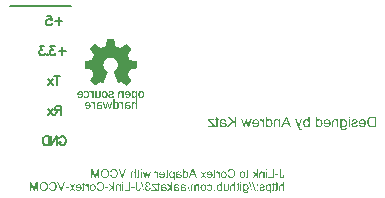
<source format=gbo>
G04*
G04 #@! TF.GenerationSoftware,Altium Limited,Altium Designer,20.1.10 (176)*
G04*
G04 Layer_Color=32896*
%FSLAX25Y25*%
%MOIN*%
G70*
G04*
G04 #@! TF.SameCoordinates,C4499B9A-1E71-4EDD-A5B7-EE233C105FA9*
G04*
G04*
G04 #@! TF.FilePolarity,Positive*
G04*
G01*
G75*
%ADD14C,0.00500*%
G36*
X41211Y55371D02*
X41270D01*
Y55341D01*
Y55312D01*
X41299D01*
Y55283D01*
Y55254D01*
Y55225D01*
Y55195D01*
X41328D01*
Y55166D01*
Y55137D01*
Y55108D01*
Y55078D01*
Y55049D01*
Y55020D01*
X41357D01*
Y54991D01*
Y54962D01*
Y54932D01*
Y54903D01*
Y54874D01*
X41387D01*
Y54845D01*
Y54815D01*
Y54786D01*
Y54757D01*
Y54728D01*
X41416D01*
Y54699D01*
Y54669D01*
Y54640D01*
Y54611D01*
Y54582D01*
Y54553D01*
X41445D01*
Y54523D01*
Y54494D01*
Y54465D01*
Y54436D01*
Y54406D01*
X41474D01*
Y54377D01*
Y54348D01*
Y54319D01*
Y54290D01*
Y54260D01*
Y54231D01*
X41503D01*
Y54202D01*
Y54173D01*
Y54143D01*
Y54114D01*
Y54085D01*
X41533D01*
Y54056D01*
Y54027D01*
Y53997D01*
Y53968D01*
Y53939D01*
X41562D01*
Y53910D01*
Y53881D01*
Y53851D01*
Y53822D01*
Y53793D01*
Y53764D01*
X41591D01*
Y53734D01*
Y53705D01*
Y53676D01*
Y53647D01*
Y53618D01*
X41620D01*
Y53588D01*
Y53559D01*
Y53530D01*
Y53501D01*
Y53471D01*
X41649D01*
Y53442D01*
Y53413D01*
Y53384D01*
Y53355D01*
Y53325D01*
Y53296D01*
X41679D01*
Y53267D01*
Y53238D01*
Y53209D01*
Y53179D01*
Y53150D01*
X41708D01*
Y53121D01*
Y53092D01*
Y53062D01*
X41737D01*
Y53033D01*
X41766D01*
Y53004D01*
X41796D01*
Y52975D01*
X41883D01*
Y52946D01*
X41942D01*
Y52916D01*
X42000D01*
Y52887D01*
X42088D01*
Y52858D01*
X42146D01*
Y52829D01*
X42234D01*
Y52799D01*
X42292D01*
Y52770D01*
X42380D01*
Y52741D01*
X42438D01*
Y52712D01*
X42526D01*
Y52683D01*
X42584D01*
Y52653D01*
X42643D01*
Y52624D01*
X42731D01*
Y52595D01*
X42789D01*
Y52566D01*
X42877D01*
Y52536D01*
X42935D01*
Y52507D01*
X43023D01*
Y52478D01*
X43081D01*
Y52449D01*
X43169D01*
Y52420D01*
X43227D01*
Y52390D01*
X43315D01*
Y52361D01*
X43373D01*
Y52390D01*
X43461D01*
Y52420D01*
X43490D01*
Y52449D01*
X43549D01*
Y52478D01*
X43578D01*
Y52507D01*
X43636D01*
Y52536D01*
X43666D01*
Y52566D01*
X43724D01*
Y52595D01*
X43753D01*
Y52624D01*
X43812D01*
Y52653D01*
X43841D01*
Y52683D01*
X43870D01*
Y52712D01*
X43928D01*
Y52741D01*
X43958D01*
Y52770D01*
X44016D01*
Y52799D01*
X44045D01*
Y52829D01*
X44104D01*
Y52858D01*
X44133D01*
Y52887D01*
X44191D01*
Y52916D01*
X44221D01*
Y52946D01*
X44279D01*
Y52975D01*
X44308D01*
Y53004D01*
X44367D01*
Y53033D01*
X44396D01*
Y53062D01*
X44425D01*
Y53092D01*
X44484D01*
Y53121D01*
X44513D01*
Y53150D01*
X44571D01*
Y53179D01*
X44600D01*
Y53209D01*
X44659D01*
Y53238D01*
X44688D01*
Y53267D01*
X44747D01*
Y53296D01*
X44776D01*
Y53325D01*
X44834D01*
Y53355D01*
X44863D01*
Y53384D01*
X44893D01*
Y53413D01*
X44951D01*
Y53442D01*
X44980D01*
Y53471D01*
X45039D01*
Y53501D01*
X45068D01*
Y53530D01*
X45126D01*
Y53559D01*
X45156D01*
Y53588D01*
X45214D01*
Y53618D01*
X45243D01*
Y53647D01*
X45302D01*
Y53676D01*
X45389D01*
Y53647D01*
X45419D01*
Y53618D01*
X45448D01*
Y53588D01*
X45477D01*
Y53559D01*
X45506D01*
Y53530D01*
X45535D01*
Y53501D01*
X45565D01*
Y53471D01*
X45594D01*
Y53442D01*
X45623D01*
Y53413D01*
X45652D01*
Y53384D01*
X45681D01*
Y53355D01*
X45711D01*
Y53325D01*
X45740D01*
Y53296D01*
X45769D01*
Y53267D01*
X45798D01*
Y53238D01*
X45827D01*
Y53209D01*
X45857D01*
Y53179D01*
X45886D01*
Y53150D01*
X45915D01*
Y53121D01*
X45944D01*
Y53092D01*
X45974D01*
Y53062D01*
X46003D01*
Y53033D01*
X46032D01*
Y53004D01*
X46061D01*
Y52975D01*
X46090D01*
Y52946D01*
X46120D01*
Y52916D01*
X46149D01*
Y52887D01*
X46178D01*
Y52858D01*
X46207D01*
Y52829D01*
X46237D01*
Y52799D01*
X46266D01*
Y52770D01*
X46295D01*
Y52741D01*
X46324D01*
Y52712D01*
X46353D01*
Y52683D01*
X46383D01*
Y52653D01*
X46412D01*
Y52624D01*
X46441D01*
Y52595D01*
X46470D01*
Y52566D01*
X46499D01*
Y52536D01*
X46529D01*
Y52507D01*
X46558D01*
Y52478D01*
X46587D01*
Y52449D01*
X46616D01*
Y52420D01*
X46646D01*
Y52390D01*
X46675D01*
Y52361D01*
X46704D01*
Y52332D01*
X46733D01*
Y52303D01*
X46762D01*
Y52274D01*
X46792D01*
Y52244D01*
X46821D01*
Y52215D01*
X46850D01*
Y52186D01*
X46879D01*
Y52157D01*
X46909D01*
Y52127D01*
X46938D01*
Y52098D01*
X46967D01*
Y52069D01*
X46996D01*
Y52040D01*
Y52011D01*
Y51981D01*
Y51952D01*
X46967D01*
Y51923D01*
Y51894D01*
X46938D01*
Y51865D01*
X46909D01*
Y51835D01*
Y51806D01*
X46879D01*
Y51777D01*
X46850D01*
Y51748D01*
X46821D01*
Y51718D01*
Y51689D01*
X46792D01*
Y51660D01*
X46762D01*
Y51631D01*
Y51602D01*
X46733D01*
Y51572D01*
X46704D01*
Y51543D01*
Y51514D01*
X46675D01*
Y51485D01*
X46646D01*
Y51455D01*
Y51426D01*
X46616D01*
Y51397D01*
X46587D01*
Y51368D01*
Y51339D01*
X46558D01*
Y51310D01*
X46529D01*
Y51280D01*
X46499D01*
Y51251D01*
Y51222D01*
X46470D01*
Y51193D01*
X46441D01*
Y51163D01*
Y51134D01*
X46412D01*
Y51105D01*
X46383D01*
Y51076D01*
Y51047D01*
X46353D01*
Y51017D01*
X46324D01*
Y50988D01*
Y50959D01*
X46295D01*
Y50930D01*
X46266D01*
Y50900D01*
Y50871D01*
X46237D01*
Y50842D01*
X46207D01*
Y50813D01*
Y50784D01*
X46178D01*
Y50754D01*
X46149D01*
Y50725D01*
X46120D01*
Y50696D01*
Y50667D01*
X46090D01*
Y50638D01*
X46061D01*
Y50608D01*
Y50579D01*
X46032D01*
Y50550D01*
X46003D01*
Y50521D01*
Y50491D01*
X45974D01*
Y50462D01*
X45944D01*
Y50433D01*
Y50404D01*
X45915D01*
Y50375D01*
X45886D01*
Y50345D01*
Y50316D01*
X45857D01*
Y50287D01*
X45827D01*
Y50258D01*
X45798D01*
Y50228D01*
Y50199D01*
X45769D01*
Y50170D01*
X45740D01*
Y50141D01*
Y50112D01*
Y50082D01*
X45711D01*
Y50053D01*
X45740D01*
Y50024D01*
Y49995D01*
Y49966D01*
Y49936D01*
X45769D01*
Y49907D01*
Y49878D01*
X45798D01*
Y49849D01*
Y49819D01*
Y49790D01*
X45827D01*
Y49761D01*
Y49732D01*
X45857D01*
Y49703D01*
Y49673D01*
X45886D01*
Y49644D01*
Y49615D01*
Y49586D01*
X45915D01*
Y49556D01*
Y49527D01*
X45944D01*
Y49498D01*
Y49469D01*
X45974D01*
Y49440D01*
Y49410D01*
Y49381D01*
X46003D01*
Y49352D01*
Y49323D01*
X46032D01*
Y49294D01*
Y49264D01*
X46061D01*
Y49235D01*
Y49206D01*
Y49177D01*
X46090D01*
Y49147D01*
Y49118D01*
X46120D01*
Y49089D01*
Y49060D01*
X46149D01*
Y49031D01*
Y49001D01*
Y48972D01*
X46178D01*
Y48943D01*
Y48914D01*
X46207D01*
Y48884D01*
Y48855D01*
X46237D01*
Y48826D01*
Y48797D01*
Y48768D01*
X46266D01*
Y48738D01*
Y48709D01*
X46295D01*
Y48680D01*
Y48651D01*
X46324D01*
Y48621D01*
Y48592D01*
Y48563D01*
X46353D01*
Y48534D01*
Y48505D01*
X46383D01*
Y48475D01*
Y48446D01*
X46412D01*
Y48417D01*
X46441D01*
Y48388D01*
X46470D01*
Y48359D01*
X46587D01*
Y48329D01*
X46733D01*
Y48300D01*
X46879D01*
Y48271D01*
X47055D01*
Y48242D01*
X47201D01*
Y48213D01*
X47347D01*
Y48183D01*
X47522D01*
Y48154D01*
X47668D01*
Y48125D01*
X47843D01*
Y48096D01*
X47989D01*
Y48066D01*
X48136D01*
Y48037D01*
X48311D01*
Y48008D01*
X48457D01*
Y47979D01*
X48603D01*
Y47949D01*
X48691D01*
Y47920D01*
X48720D01*
Y47891D01*
Y47862D01*
Y47833D01*
Y47804D01*
Y47774D01*
Y47745D01*
Y47716D01*
Y47687D01*
Y47657D01*
Y47628D01*
Y47599D01*
Y47570D01*
Y47541D01*
Y47511D01*
Y47482D01*
Y47453D01*
Y47424D01*
Y47394D01*
Y47365D01*
Y47336D01*
Y47307D01*
Y47278D01*
Y47248D01*
Y47219D01*
Y47190D01*
Y47161D01*
Y47131D01*
Y47102D01*
Y47073D01*
Y47044D01*
Y47015D01*
Y46985D01*
Y46956D01*
Y46927D01*
Y46898D01*
Y46869D01*
Y46839D01*
Y46810D01*
Y46781D01*
Y46752D01*
Y46722D01*
Y46693D01*
Y46664D01*
Y46635D01*
Y46606D01*
Y46576D01*
Y46547D01*
Y46518D01*
Y46489D01*
Y46459D01*
Y46430D01*
Y46401D01*
Y46372D01*
Y46343D01*
Y46313D01*
Y46284D01*
Y46255D01*
Y46226D01*
Y46197D01*
Y46167D01*
Y46138D01*
Y46109D01*
Y46080D01*
Y46051D01*
Y46021D01*
Y45992D01*
Y45963D01*
Y45934D01*
Y45904D01*
Y45875D01*
Y45846D01*
Y45817D01*
Y45788D01*
Y45758D01*
Y45729D01*
Y45700D01*
Y45671D01*
Y45641D01*
Y45612D01*
X48691D01*
Y45583D01*
X48662D01*
Y45554D01*
X48574D01*
Y45525D01*
X48428D01*
Y45495D01*
X48252D01*
Y45466D01*
X48106D01*
Y45437D01*
X47960D01*
Y45408D01*
X47785D01*
Y45379D01*
X47639D01*
Y45349D01*
X47493D01*
Y45320D01*
X47317D01*
Y45291D01*
X47172D01*
Y45262D01*
X46996D01*
Y45232D01*
X46850D01*
Y45203D01*
X46704D01*
Y45174D01*
X46558D01*
Y45145D01*
X46499D01*
Y45116D01*
X46470D01*
Y45086D01*
X46441D01*
Y45057D01*
Y45028D01*
X46412D01*
Y44999D01*
Y44969D01*
Y44940D01*
X46383D01*
Y44911D01*
Y44882D01*
X46353D01*
Y44853D01*
Y44823D01*
Y44794D01*
X46324D01*
Y44765D01*
Y44736D01*
X46295D01*
Y44706D01*
Y44677D01*
Y44648D01*
X46266D01*
Y44619D01*
Y44590D01*
X46237D01*
Y44560D01*
Y44531D01*
Y44502D01*
X46207D01*
Y44473D01*
Y44444D01*
X46178D01*
Y44414D01*
Y44385D01*
Y44356D01*
X46149D01*
Y44327D01*
Y44298D01*
X46120D01*
Y44268D01*
Y44239D01*
Y44210D01*
X46090D01*
Y44181D01*
Y44151D01*
X46061D01*
Y44122D01*
Y44093D01*
Y44064D01*
X46032D01*
Y44034D01*
Y44005D01*
X46003D01*
Y43976D01*
Y43947D01*
Y43918D01*
X45974D01*
Y43888D01*
Y43859D01*
X45944D01*
Y43830D01*
Y43801D01*
Y43772D01*
X45915D01*
Y43742D01*
Y43713D01*
X45886D01*
Y43684D01*
Y43655D01*
Y43626D01*
X45857D01*
Y43596D01*
Y43567D01*
X45827D01*
Y43538D01*
Y43509D01*
Y43479D01*
X45798D01*
Y43450D01*
Y43421D01*
Y43392D01*
Y43363D01*
Y43333D01*
Y43304D01*
Y43275D01*
X45827D01*
Y43246D01*
Y43216D01*
X45857D01*
Y43187D01*
X45886D01*
Y43158D01*
Y43129D01*
X45915D01*
Y43100D01*
X45944D01*
Y43070D01*
Y43041D01*
X45974D01*
Y43012D01*
X46003D01*
Y42983D01*
X46032D01*
Y42954D01*
Y42924D01*
X46061D01*
Y42895D01*
X46090D01*
Y42866D01*
Y42837D01*
X46120D01*
Y42807D01*
X46149D01*
Y42778D01*
Y42749D01*
X46178D01*
Y42720D01*
X46207D01*
Y42691D01*
Y42661D01*
X46237D01*
Y42632D01*
X46266D01*
Y42603D01*
Y42574D01*
X46295D01*
Y42544D01*
X46324D01*
Y42515D01*
Y42486D01*
X46353D01*
Y42457D01*
X46383D01*
Y42428D01*
X46412D01*
Y42398D01*
Y42369D01*
X46441D01*
Y42340D01*
X46470D01*
Y42311D01*
Y42281D01*
X46499D01*
Y42252D01*
X46529D01*
Y42223D01*
Y42194D01*
X46558D01*
Y42165D01*
X46587D01*
Y42135D01*
Y42106D01*
X46616D01*
Y42077D01*
X46646D01*
Y42048D01*
Y42019D01*
X46675D01*
Y41989D01*
X46704D01*
Y41960D01*
X46733D01*
Y41931D01*
Y41902D01*
X46762D01*
Y41873D01*
X46792D01*
Y41843D01*
Y41814D01*
X46821D01*
Y41785D01*
X46850D01*
Y41756D01*
Y41726D01*
X46879D01*
Y41697D01*
X46909D01*
Y41668D01*
Y41639D01*
X46938D01*
Y41609D01*
X46967D01*
Y41580D01*
Y41551D01*
X46996D01*
Y41522D01*
Y41493D01*
Y41464D01*
Y41434D01*
X46967D01*
Y41405D01*
X46938D01*
Y41376D01*
X46909D01*
Y41347D01*
X46879D01*
Y41317D01*
X46850D01*
Y41288D01*
X46821D01*
Y41259D01*
X46792D01*
Y41230D01*
X46762D01*
Y41201D01*
X46733D01*
Y41171D01*
X46704D01*
Y41142D01*
X46675D01*
Y41113D01*
X46646D01*
Y41084D01*
X46616D01*
Y41054D01*
X46587D01*
Y41025D01*
X46558D01*
Y40996D01*
X46529D01*
Y40967D01*
X46499D01*
Y40938D01*
X46470D01*
Y40908D01*
X46441D01*
Y40879D01*
X46412D01*
Y40850D01*
X46383D01*
Y40821D01*
X46353D01*
Y40791D01*
X46324D01*
Y40762D01*
X46295D01*
Y40733D01*
X46266D01*
Y40704D01*
X46237D01*
Y40675D01*
X46207D01*
Y40645D01*
X46178D01*
Y40616D01*
X46149D01*
Y40587D01*
X46120D01*
Y40558D01*
X46090D01*
Y40529D01*
X46061D01*
Y40499D01*
X46032D01*
Y40470D01*
X46003D01*
Y40441D01*
X45974D01*
Y40412D01*
X45944D01*
Y40383D01*
X45915D01*
Y40353D01*
X45886D01*
Y40324D01*
X45857D01*
Y40295D01*
X45827D01*
Y40266D01*
X45798D01*
Y40236D01*
X45769D01*
Y40207D01*
X45740D01*
Y40178D01*
X45711D01*
Y40149D01*
X45681D01*
Y40119D01*
X45652D01*
Y40090D01*
X45623D01*
Y40061D01*
X45594D01*
Y40032D01*
X45565D01*
Y40003D01*
X45535D01*
Y39973D01*
X45506D01*
Y39944D01*
X45477D01*
Y39915D01*
X45448D01*
Y39886D01*
X45419D01*
Y39856D01*
X45360D01*
Y39827D01*
X45331D01*
Y39856D01*
X45243D01*
Y39886D01*
X45214D01*
Y39915D01*
X45185D01*
Y39944D01*
X45126D01*
Y39973D01*
X45097D01*
Y40003D01*
X45039D01*
Y40032D01*
X45009D01*
Y40061D01*
X44951D01*
Y40090D01*
X44922D01*
Y40119D01*
X44863D01*
Y40149D01*
X44834D01*
Y40178D01*
X44776D01*
Y40207D01*
X44747D01*
Y40236D01*
X44688D01*
Y40266D01*
X44659D01*
Y40295D01*
X44630D01*
Y40324D01*
X44571D01*
Y40353D01*
X44542D01*
Y40383D01*
X44484D01*
Y40412D01*
X44454D01*
Y40441D01*
X44396D01*
Y40470D01*
X44367D01*
Y40499D01*
X44308D01*
Y40529D01*
X44279D01*
Y40558D01*
X44221D01*
Y40587D01*
X44191D01*
Y40616D01*
X44162D01*
Y40645D01*
X44104D01*
Y40675D01*
X44074D01*
Y40704D01*
X44016D01*
Y40733D01*
X43987D01*
Y40762D01*
X43928D01*
Y40791D01*
X43899D01*
Y40821D01*
X43841D01*
Y40850D01*
X43812D01*
Y40879D01*
X43753D01*
Y40908D01*
X43724D01*
Y40938D01*
X43695D01*
Y40967D01*
X43636D01*
Y40996D01*
X43607D01*
Y41025D01*
X43432D01*
Y40996D01*
X43373D01*
Y40967D01*
X43315D01*
Y40938D01*
X43256D01*
Y40908D01*
X43198D01*
Y40879D01*
X43140D01*
Y40850D01*
X43081D01*
Y40821D01*
X43052D01*
Y40791D01*
X42994D01*
Y40762D01*
X42935D01*
Y40733D01*
X42877D01*
Y40704D01*
X42818D01*
Y40675D01*
X42760D01*
Y40645D01*
X42701D01*
Y40616D01*
X42584D01*
Y40645D01*
Y40675D01*
X42555D01*
Y40704D01*
Y40733D01*
X42526D01*
Y40762D01*
Y40791D01*
Y40821D01*
X42497D01*
Y40850D01*
Y40879D01*
X42468D01*
Y40908D01*
Y40938D01*
X42438D01*
Y40967D01*
Y40996D01*
Y41025D01*
X42409D01*
Y41054D01*
Y41084D01*
X42380D01*
Y41113D01*
Y41142D01*
Y41171D01*
X42351D01*
Y41201D01*
Y41230D01*
X42322D01*
Y41259D01*
Y41288D01*
X42292D01*
Y41317D01*
Y41347D01*
Y41376D01*
X42263D01*
Y41405D01*
Y41434D01*
X42234D01*
Y41464D01*
Y41493D01*
Y41522D01*
X42205D01*
Y41551D01*
Y41580D01*
X42175D01*
Y41609D01*
Y41639D01*
Y41668D01*
X42146D01*
Y41697D01*
Y41726D01*
X42117D01*
Y41756D01*
Y41785D01*
X42088D01*
Y41814D01*
Y41843D01*
Y41873D01*
X42059D01*
Y41902D01*
Y41931D01*
X42029D01*
Y41960D01*
Y41989D01*
Y42019D01*
X42000D01*
Y42048D01*
Y42077D01*
X41971D01*
Y42106D01*
Y42135D01*
X41942D01*
Y42165D01*
Y42194D01*
Y42223D01*
X41912D01*
Y42252D01*
Y42281D01*
X41883D01*
Y42311D01*
Y42340D01*
Y42369D01*
X41854D01*
Y42398D01*
Y42428D01*
X41825D01*
Y42457D01*
Y42486D01*
Y42515D01*
X41796D01*
Y42544D01*
Y42574D01*
X41766D01*
Y42603D01*
Y42632D01*
X41737D01*
Y42661D01*
Y42691D01*
Y42720D01*
X41708D01*
Y42749D01*
Y42778D01*
X41679D01*
Y42807D01*
Y42837D01*
Y42866D01*
X41649D01*
Y42895D01*
Y42924D01*
X41620D01*
Y42954D01*
Y42983D01*
X41591D01*
Y43012D01*
Y43041D01*
Y43070D01*
X41562D01*
Y43100D01*
Y43129D01*
X41533D01*
Y43158D01*
Y43187D01*
Y43216D01*
X41503D01*
Y43246D01*
Y43275D01*
X41474D01*
Y43304D01*
Y43333D01*
Y43363D01*
X41445D01*
Y43392D01*
Y43421D01*
X41416D01*
Y43450D01*
Y43479D01*
X41387D01*
Y43509D01*
Y43538D01*
Y43567D01*
X41357D01*
Y43596D01*
Y43626D01*
X41328D01*
Y43655D01*
Y43684D01*
Y43713D01*
X41299D01*
Y43742D01*
Y43772D01*
X41270D01*
Y43801D01*
Y43830D01*
X41241D01*
Y43859D01*
Y43888D01*
Y43918D01*
X41211D01*
Y43947D01*
Y43976D01*
X41182D01*
Y44005D01*
Y44034D01*
Y44064D01*
X41153D01*
Y44093D01*
Y44122D01*
X41124D01*
Y44151D01*
Y44181D01*
X41094D01*
Y44210D01*
Y44239D01*
Y44268D01*
X41065D01*
Y44298D01*
Y44327D01*
X41036D01*
Y44356D01*
Y44385D01*
Y44414D01*
Y44444D01*
Y44473D01*
X41065D01*
Y44502D01*
X41094D01*
Y44531D01*
X41153D01*
Y44560D01*
X41211D01*
Y44590D01*
X41241D01*
Y44619D01*
X41299D01*
Y44648D01*
X41328D01*
Y44677D01*
X41357D01*
Y44706D01*
X41416D01*
Y44736D01*
X41445D01*
Y44765D01*
X41474D01*
Y44794D01*
X41533D01*
Y44823D01*
X41562D01*
Y44853D01*
X41620D01*
Y44882D01*
X41649D01*
Y44911D01*
X41679D01*
Y44940D01*
X41708D01*
Y44969D01*
X41737D01*
Y44999D01*
X41766D01*
Y45028D01*
X41796D01*
Y45057D01*
X41825D01*
Y45086D01*
X41854D01*
Y45116D01*
X41883D01*
Y45145D01*
X41912D01*
Y45174D01*
X41942D01*
Y45203D01*
Y45232D01*
X41971D01*
Y45262D01*
X42000D01*
Y45291D01*
X42029D01*
Y45320D01*
X42059D01*
Y45349D01*
Y45379D01*
X42088D01*
Y45408D01*
X42117D01*
Y45437D01*
Y45466D01*
X42146D01*
Y45495D01*
Y45525D01*
X42175D01*
Y45554D01*
X42205D01*
Y45583D01*
Y45612D01*
X42234D01*
Y45641D01*
Y45671D01*
X42263D01*
Y45700D01*
Y45729D01*
X42292D01*
Y45758D01*
Y45788D01*
X42322D01*
Y45817D01*
Y45846D01*
Y45875D01*
X42351D01*
Y45904D01*
Y45934D01*
Y45963D01*
X42380D01*
Y45992D01*
Y46021D01*
Y46051D01*
X42409D01*
Y46080D01*
Y46109D01*
Y46138D01*
X42438D01*
Y46167D01*
Y46197D01*
Y46226D01*
Y46255D01*
Y46284D01*
X42468D01*
Y46313D01*
Y46343D01*
Y46372D01*
Y46401D01*
Y46430D01*
X42497D01*
Y46459D01*
Y46489D01*
Y46518D01*
Y46547D01*
Y46576D01*
Y46606D01*
Y46635D01*
Y46664D01*
Y46693D01*
Y46722D01*
Y46752D01*
Y46781D01*
Y46810D01*
Y46839D01*
Y46869D01*
Y46898D01*
Y46927D01*
Y46956D01*
Y46985D01*
Y47015D01*
Y47044D01*
X42468D01*
Y47073D01*
Y47102D01*
Y47131D01*
Y47161D01*
Y47190D01*
Y47219D01*
X42438D01*
Y47248D01*
Y47278D01*
Y47307D01*
Y47336D01*
X42409D01*
Y47365D01*
Y47394D01*
Y47424D01*
Y47453D01*
X42380D01*
Y47482D01*
Y47511D01*
Y47541D01*
X42351D01*
Y47570D01*
Y47599D01*
Y47628D01*
X42322D01*
Y47657D01*
Y47687D01*
X42292D01*
Y47716D01*
Y47745D01*
X42263D01*
Y47774D01*
Y47804D01*
X42234D01*
Y47833D01*
Y47862D01*
X42205D01*
Y47891D01*
Y47920D01*
X42175D01*
Y47949D01*
Y47979D01*
X42146D01*
Y48008D01*
Y48037D01*
X42117D01*
Y48066D01*
X42088D01*
Y48096D01*
Y48125D01*
X42059D01*
Y48154D01*
X42029D01*
Y48183D01*
X42000D01*
Y48213D01*
Y48242D01*
X41971D01*
Y48271D01*
X41942D01*
Y48300D01*
X41912D01*
Y48329D01*
X41883D01*
Y48359D01*
X41854D01*
Y48388D01*
X41825D01*
Y48417D01*
Y48446D01*
X41796D01*
Y48475D01*
X41737D01*
Y48505D01*
X41708D01*
Y48534D01*
X41679D01*
Y48563D01*
X41649D01*
Y48592D01*
X41620D01*
Y48621D01*
X41591D01*
Y48651D01*
X41533D01*
Y48680D01*
X41503D01*
Y48709D01*
X41474D01*
Y48738D01*
X41416D01*
Y48768D01*
X41387D01*
Y48797D01*
X41328D01*
Y48826D01*
X41270D01*
Y48855D01*
X41241D01*
Y48884D01*
X41182D01*
Y48914D01*
X41124D01*
Y48943D01*
X41036D01*
Y48972D01*
X40978D01*
Y49001D01*
X40890D01*
Y49031D01*
X40832D01*
Y49060D01*
X40715D01*
Y49089D01*
X40598D01*
Y49118D01*
X40422D01*
Y49147D01*
X39750D01*
Y49118D01*
X39575D01*
Y49089D01*
X39458D01*
Y49060D01*
X39341D01*
Y49031D01*
X39283D01*
Y49001D01*
X39195D01*
Y48972D01*
X39137D01*
Y48943D01*
X39049D01*
Y48914D01*
X38991D01*
Y48884D01*
X38932D01*
Y48855D01*
X38903D01*
Y48826D01*
X38845D01*
Y48797D01*
X38786D01*
Y48768D01*
X38757D01*
Y48738D01*
X38699D01*
Y48709D01*
X38669D01*
Y48680D01*
X38640D01*
Y48651D01*
X38582D01*
Y48621D01*
X38553D01*
Y48592D01*
X38523D01*
Y48563D01*
X38494D01*
Y48534D01*
X38465D01*
Y48505D01*
X38436D01*
Y48475D01*
X38377D01*
Y48446D01*
X38348D01*
Y48417D01*
Y48388D01*
X38319D01*
Y48359D01*
X38290D01*
Y48329D01*
X38260D01*
Y48300D01*
X38231D01*
Y48271D01*
X38202D01*
Y48242D01*
X38173D01*
Y48213D01*
Y48183D01*
X38144D01*
Y48154D01*
X38114D01*
Y48125D01*
X38085D01*
Y48096D01*
Y48066D01*
X38056D01*
Y48037D01*
X38027D01*
Y48008D01*
Y47979D01*
X37997D01*
Y47949D01*
Y47920D01*
X37968D01*
Y47891D01*
Y47862D01*
X37939D01*
Y47833D01*
Y47804D01*
X37910D01*
Y47774D01*
Y47745D01*
X37881D01*
Y47716D01*
Y47687D01*
X37851D01*
Y47657D01*
Y47628D01*
X37822D01*
Y47599D01*
Y47570D01*
Y47541D01*
X37793D01*
Y47511D01*
Y47482D01*
Y47453D01*
X37764D01*
Y47424D01*
Y47394D01*
Y47365D01*
Y47336D01*
X37734D01*
Y47307D01*
Y47278D01*
Y47248D01*
Y47219D01*
X37705D01*
Y47190D01*
Y47161D01*
Y47131D01*
Y47102D01*
Y47073D01*
Y47044D01*
X37676D01*
Y47015D01*
Y46985D01*
Y46956D01*
Y46927D01*
Y46898D01*
Y46869D01*
Y46839D01*
Y46810D01*
Y46781D01*
Y46752D01*
Y46722D01*
Y46693D01*
Y46664D01*
Y46635D01*
Y46606D01*
Y46576D01*
Y46547D01*
Y46518D01*
Y46489D01*
Y46459D01*
Y46430D01*
X37705D01*
Y46401D01*
Y46372D01*
Y46343D01*
Y46313D01*
Y46284D01*
X37734D01*
Y46255D01*
Y46226D01*
Y46197D01*
Y46167D01*
Y46138D01*
X37764D01*
Y46109D01*
Y46080D01*
Y46051D01*
X37793D01*
Y46021D01*
Y45992D01*
Y45963D01*
X37822D01*
Y45934D01*
Y45904D01*
Y45875D01*
X37851D01*
Y45846D01*
Y45817D01*
Y45788D01*
X37881D01*
Y45758D01*
Y45729D01*
X37910D01*
Y45700D01*
Y45671D01*
X37939D01*
Y45641D01*
Y45612D01*
X37968D01*
Y45583D01*
Y45554D01*
X37997D01*
Y45525D01*
X38027D01*
Y45495D01*
Y45466D01*
X38056D01*
Y45437D01*
Y45408D01*
X38085D01*
Y45379D01*
X38114D01*
Y45349D01*
Y45320D01*
X38144D01*
Y45291D01*
X38173D01*
Y45262D01*
X38202D01*
Y45232D01*
X38231D01*
Y45203D01*
Y45174D01*
X38260D01*
Y45145D01*
X38290D01*
Y45116D01*
X38319D01*
Y45086D01*
X38348D01*
Y45057D01*
X38377D01*
Y45028D01*
X38407D01*
Y44999D01*
X38436D01*
Y44969D01*
X38465D01*
Y44940D01*
X38494D01*
Y44911D01*
X38523D01*
Y44882D01*
X38553D01*
Y44853D01*
X38611D01*
Y44823D01*
X38640D01*
Y44794D01*
X38699D01*
Y44765D01*
X38728D01*
Y44736D01*
X38757D01*
Y44706D01*
X38816D01*
Y44677D01*
X38845D01*
Y44648D01*
X38874D01*
Y44619D01*
X38932D01*
Y44590D01*
X38962D01*
Y44560D01*
X39020D01*
Y44531D01*
X39079D01*
Y44502D01*
X39108D01*
Y44473D01*
X39137D01*
Y44444D01*
Y44414D01*
Y44385D01*
Y44356D01*
Y44327D01*
X39108D01*
Y44298D01*
Y44268D01*
X39079D01*
Y44239D01*
Y44210D01*
Y44181D01*
X39049D01*
Y44151D01*
Y44122D01*
X39020D01*
Y44093D01*
Y44064D01*
X38991D01*
Y44034D01*
Y44005D01*
Y43976D01*
X38962D01*
Y43947D01*
Y43918D01*
X38932D01*
Y43888D01*
Y43859D01*
Y43830D01*
X38903D01*
Y43801D01*
Y43772D01*
X38874D01*
Y43742D01*
Y43713D01*
X38845D01*
Y43684D01*
Y43655D01*
Y43626D01*
X38816D01*
Y43596D01*
Y43567D01*
X38786D01*
Y43538D01*
Y43509D01*
Y43479D01*
X38757D01*
Y43450D01*
Y43421D01*
X38728D01*
Y43392D01*
Y43363D01*
X38699D01*
Y43333D01*
Y43304D01*
Y43275D01*
X38669D01*
Y43246D01*
Y43216D01*
X38640D01*
Y43187D01*
Y43158D01*
Y43129D01*
X38611D01*
Y43100D01*
Y43070D01*
X38582D01*
Y43041D01*
Y43012D01*
Y42983D01*
X38553D01*
Y42954D01*
Y42924D01*
X38523D01*
Y42895D01*
Y42866D01*
X38494D01*
Y42837D01*
Y42807D01*
Y42778D01*
X38465D01*
Y42749D01*
Y42720D01*
X38436D01*
Y42691D01*
Y42661D01*
Y42632D01*
X38407D01*
Y42603D01*
Y42574D01*
X38377D01*
Y42544D01*
Y42515D01*
X38348D01*
Y42486D01*
Y42457D01*
Y42428D01*
X38319D01*
Y42398D01*
Y42369D01*
X38290D01*
Y42340D01*
Y42311D01*
Y42281D01*
X38260D01*
Y42252D01*
Y42223D01*
X38231D01*
Y42194D01*
Y42165D01*
Y42135D01*
X38202D01*
Y42106D01*
Y42077D01*
X38173D01*
Y42048D01*
Y42019D01*
X38144D01*
Y41989D01*
Y41960D01*
Y41931D01*
X38114D01*
Y41902D01*
Y41873D01*
X38085D01*
Y41843D01*
Y41814D01*
Y41785D01*
X38056D01*
Y41756D01*
Y41726D01*
X38027D01*
Y41697D01*
Y41668D01*
X37997D01*
Y41639D01*
Y41609D01*
Y41580D01*
X37968D01*
Y41551D01*
Y41522D01*
X37939D01*
Y41493D01*
Y41464D01*
Y41434D01*
X37910D01*
Y41405D01*
Y41376D01*
X37881D01*
Y41347D01*
Y41317D01*
Y41288D01*
X37851D01*
Y41259D01*
Y41230D01*
X37822D01*
Y41201D01*
Y41171D01*
X37793D01*
Y41142D01*
Y41113D01*
Y41084D01*
X37764D01*
Y41054D01*
Y41025D01*
X37734D01*
Y40996D01*
Y40967D01*
Y40938D01*
X37705D01*
Y40908D01*
Y40879D01*
X37676D01*
Y40850D01*
Y40821D01*
X37647D01*
Y40791D01*
Y40762D01*
Y40733D01*
X37618D01*
Y40704D01*
Y40675D01*
X37588D01*
Y40645D01*
Y40616D01*
X37472D01*
Y40645D01*
X37413D01*
Y40675D01*
X37355D01*
Y40704D01*
X37296D01*
Y40733D01*
X37238D01*
Y40762D01*
X37179D01*
Y40791D01*
X37121D01*
Y40821D01*
X37092D01*
Y40850D01*
X37033D01*
Y40879D01*
X36975D01*
Y40908D01*
X36916D01*
Y40938D01*
X36858D01*
Y40967D01*
X36800D01*
Y40996D01*
X36741D01*
Y41025D01*
X36566D01*
Y40996D01*
X36537D01*
Y40967D01*
X36478D01*
Y40938D01*
X36449D01*
Y40908D01*
X36420D01*
Y40879D01*
X36361D01*
Y40850D01*
X36332D01*
Y40821D01*
X36274D01*
Y40791D01*
X36244D01*
Y40762D01*
X36186D01*
Y40733D01*
X36157D01*
Y40704D01*
X36098D01*
Y40675D01*
X36069D01*
Y40645D01*
X36011D01*
Y40616D01*
X35982D01*
Y40587D01*
X35952D01*
Y40558D01*
X35894D01*
Y40529D01*
X35865D01*
Y40499D01*
X35806D01*
Y40470D01*
X35777D01*
Y40441D01*
X35719D01*
Y40412D01*
X35689D01*
Y40383D01*
X35631D01*
Y40353D01*
X35602D01*
Y40324D01*
X35543D01*
Y40295D01*
X35514D01*
Y40266D01*
X35485D01*
Y40236D01*
X35426D01*
Y40207D01*
X35397D01*
Y40178D01*
X35339D01*
Y40149D01*
X35309D01*
Y40119D01*
X35251D01*
Y40090D01*
X35222D01*
Y40061D01*
X35164D01*
Y40032D01*
X35134D01*
Y40003D01*
X35076D01*
Y39973D01*
X35047D01*
Y39944D01*
X34988D01*
Y39915D01*
X34959D01*
Y39886D01*
X34930D01*
Y39856D01*
X34842D01*
Y39827D01*
X34813D01*
Y39856D01*
X34754D01*
Y39886D01*
X34725D01*
Y39915D01*
X34696D01*
Y39944D01*
X34667D01*
Y39973D01*
X34637D01*
Y40003D01*
X34608D01*
Y40032D01*
X34579D01*
Y40061D01*
X34550D01*
Y40090D01*
X34521D01*
Y40119D01*
X34492D01*
Y40149D01*
X34462D01*
Y40178D01*
X34433D01*
Y40207D01*
X34404D01*
Y40236D01*
X34375D01*
Y40266D01*
X34345D01*
Y40295D01*
X34316D01*
Y40324D01*
X34287D01*
Y40353D01*
X34258D01*
Y40383D01*
X34229D01*
Y40412D01*
X34199D01*
Y40441D01*
X34170D01*
Y40470D01*
X34141D01*
Y40499D01*
X34112D01*
Y40529D01*
X34082D01*
Y40558D01*
X34053D01*
Y40587D01*
X34024D01*
Y40616D01*
X33995D01*
Y40645D01*
X33966D01*
Y40675D01*
X33936D01*
Y40704D01*
X33907D01*
Y40733D01*
X33878D01*
Y40762D01*
X33849D01*
Y40791D01*
X33819D01*
Y40821D01*
X33790D01*
Y40850D01*
X33761D01*
Y40879D01*
X33732D01*
Y40908D01*
X33703D01*
Y40938D01*
X33673D01*
Y40967D01*
X33644D01*
Y40996D01*
X33615D01*
Y41025D01*
X33586D01*
Y41054D01*
X33557D01*
Y41084D01*
X33527D01*
Y41113D01*
X33498D01*
Y41142D01*
X33469D01*
Y41171D01*
X33440D01*
Y41201D01*
X33411D01*
Y41230D01*
X33381D01*
Y41259D01*
X33352D01*
Y41288D01*
X33323D01*
Y41317D01*
X33294D01*
Y41347D01*
X33264D01*
Y41376D01*
X33235D01*
Y41405D01*
X33206D01*
Y41434D01*
X33177D01*
Y41464D01*
Y41493D01*
Y41522D01*
Y41551D01*
X33206D01*
Y41580D01*
Y41609D01*
X33235D01*
Y41639D01*
X33264D01*
Y41668D01*
Y41697D01*
X33294D01*
Y41726D01*
X33323D01*
Y41756D01*
Y41785D01*
X33352D01*
Y41814D01*
X33381D01*
Y41843D01*
Y41873D01*
X33411D01*
Y41902D01*
X33440D01*
Y41931D01*
Y41960D01*
X33469D01*
Y41989D01*
X33498D01*
Y42019D01*
X33527D01*
Y42048D01*
Y42077D01*
X33557D01*
Y42106D01*
X33586D01*
Y42135D01*
Y42165D01*
X33615D01*
Y42194D01*
X33644D01*
Y42223D01*
Y42252D01*
X33673D01*
Y42281D01*
X33703D01*
Y42311D01*
Y42340D01*
X33732D01*
Y42369D01*
X33761D01*
Y42398D01*
Y42428D01*
X33790D01*
Y42457D01*
X33819D01*
Y42486D01*
X33849D01*
Y42515D01*
Y42544D01*
X33878D01*
Y42574D01*
X33907D01*
Y42603D01*
Y42632D01*
X33936D01*
Y42661D01*
X33966D01*
Y42691D01*
Y42720D01*
X33995D01*
Y42749D01*
X34024D01*
Y42778D01*
Y42807D01*
X34053D01*
Y42837D01*
X34082D01*
Y42866D01*
Y42895D01*
X34112D01*
Y42924D01*
X34141D01*
Y42954D01*
Y42983D01*
X34170D01*
Y43012D01*
X34199D01*
Y43041D01*
X34229D01*
Y43070D01*
Y43100D01*
X34258D01*
Y43129D01*
X34287D01*
Y43158D01*
Y43187D01*
X34316D01*
Y43216D01*
X34345D01*
Y43246D01*
Y43275D01*
X34375D01*
Y43304D01*
Y43333D01*
Y43363D01*
Y43392D01*
Y43421D01*
Y43450D01*
Y43479D01*
X34345D01*
Y43509D01*
Y43538D01*
Y43567D01*
X34316D01*
Y43596D01*
Y43626D01*
X34287D01*
Y43655D01*
Y43684D01*
Y43713D01*
X34258D01*
Y43742D01*
Y43772D01*
X34229D01*
Y43801D01*
Y43830D01*
Y43859D01*
X34199D01*
Y43888D01*
Y43918D01*
X34170D01*
Y43947D01*
Y43976D01*
Y44005D01*
X34141D01*
Y44034D01*
Y44064D01*
X34112D01*
Y44093D01*
Y44122D01*
Y44151D01*
X34082D01*
Y44181D01*
Y44210D01*
X34053D01*
Y44239D01*
Y44268D01*
Y44298D01*
X34024D01*
Y44327D01*
Y44356D01*
X33995D01*
Y44385D01*
Y44414D01*
Y44444D01*
X33966D01*
Y44473D01*
Y44502D01*
X33936D01*
Y44531D01*
Y44560D01*
Y44590D01*
X33907D01*
Y44619D01*
Y44648D01*
X33878D01*
Y44677D01*
Y44706D01*
Y44736D01*
X33849D01*
Y44765D01*
Y44794D01*
X33819D01*
Y44823D01*
Y44853D01*
Y44882D01*
X33790D01*
Y44911D01*
Y44940D01*
X33761D01*
Y44969D01*
Y44999D01*
Y45028D01*
X33732D01*
Y45057D01*
Y45086D01*
X33703D01*
Y45116D01*
X33673D01*
Y45145D01*
X33615D01*
Y45174D01*
X33469D01*
Y45203D01*
X33323D01*
Y45232D01*
X33177D01*
Y45262D01*
X33001D01*
Y45291D01*
X32855D01*
Y45320D01*
X32680D01*
Y45349D01*
X32534D01*
Y45379D01*
X32388D01*
Y45408D01*
X32213D01*
Y45437D01*
X32067D01*
Y45466D01*
X31920D01*
Y45495D01*
X31745D01*
Y45525D01*
X31599D01*
Y45554D01*
X31511D01*
Y45583D01*
X31482D01*
Y45612D01*
X31453D01*
Y45641D01*
Y45671D01*
Y45700D01*
Y45729D01*
Y45758D01*
Y45788D01*
Y45817D01*
Y45846D01*
Y45875D01*
Y45904D01*
Y45934D01*
Y45963D01*
Y45992D01*
Y46021D01*
Y46051D01*
Y46080D01*
Y46109D01*
Y46138D01*
Y46167D01*
Y46197D01*
Y46226D01*
Y46255D01*
Y46284D01*
Y46313D01*
Y46343D01*
Y46372D01*
Y46401D01*
Y46430D01*
Y46459D01*
Y46489D01*
Y46518D01*
Y46547D01*
Y46576D01*
Y46606D01*
Y46635D01*
Y46664D01*
Y46693D01*
Y46722D01*
Y46752D01*
Y46781D01*
Y46810D01*
Y46839D01*
Y46869D01*
Y46898D01*
Y46927D01*
Y46956D01*
Y46985D01*
Y47015D01*
Y47044D01*
Y47073D01*
Y47102D01*
Y47131D01*
Y47161D01*
Y47190D01*
Y47219D01*
Y47248D01*
Y47278D01*
Y47307D01*
Y47336D01*
Y47365D01*
Y47394D01*
Y47424D01*
Y47453D01*
Y47482D01*
Y47511D01*
Y47541D01*
Y47570D01*
Y47599D01*
Y47628D01*
Y47657D01*
Y47687D01*
Y47716D01*
Y47745D01*
Y47774D01*
Y47804D01*
Y47833D01*
Y47862D01*
Y47891D01*
Y47920D01*
X31482D01*
Y47949D01*
X31570D01*
Y47979D01*
X31716D01*
Y48008D01*
X31862D01*
Y48037D01*
X32037D01*
Y48066D01*
X32183D01*
Y48096D01*
X32329D01*
Y48125D01*
X32505D01*
Y48154D01*
X32651D01*
Y48183D01*
X32826D01*
Y48213D01*
X32972D01*
Y48242D01*
X33118D01*
Y48271D01*
X33294D01*
Y48300D01*
X33440D01*
Y48329D01*
X33586D01*
Y48359D01*
X33703D01*
Y48388D01*
X33732D01*
Y48417D01*
X33761D01*
Y48446D01*
X33790D01*
Y48475D01*
Y48505D01*
X33819D01*
Y48534D01*
Y48563D01*
X33849D01*
Y48592D01*
Y48621D01*
Y48651D01*
X33878D01*
Y48680D01*
Y48709D01*
X33907D01*
Y48738D01*
Y48768D01*
X33936D01*
Y48797D01*
Y48826D01*
Y48855D01*
X33966D01*
Y48884D01*
Y48914D01*
X33995D01*
Y48943D01*
Y48972D01*
X34024D01*
Y49001D01*
Y49031D01*
Y49060D01*
X34053D01*
Y49089D01*
Y49118D01*
X34082D01*
Y49147D01*
Y49177D01*
X34112D01*
Y49206D01*
Y49235D01*
Y49264D01*
X34141D01*
Y49294D01*
Y49323D01*
X34170D01*
Y49352D01*
Y49381D01*
X34199D01*
Y49410D01*
Y49440D01*
Y49469D01*
X34229D01*
Y49498D01*
Y49527D01*
X34258D01*
Y49556D01*
Y49586D01*
X34287D01*
Y49615D01*
Y49644D01*
Y49673D01*
X34316D01*
Y49703D01*
Y49732D01*
X34345D01*
Y49761D01*
Y49790D01*
X34375D01*
Y49819D01*
Y49849D01*
Y49878D01*
X34404D01*
Y49907D01*
Y49936D01*
X34433D01*
Y49966D01*
Y49995D01*
Y50024D01*
Y50053D01*
X34462D01*
Y50082D01*
X34433D01*
Y50112D01*
Y50141D01*
Y50170D01*
X34404D01*
Y50199D01*
X34375D01*
Y50228D01*
Y50258D01*
X34345D01*
Y50287D01*
X34316D01*
Y50316D01*
X34287D01*
Y50345D01*
Y50375D01*
X34258D01*
Y50404D01*
X34229D01*
Y50433D01*
Y50462D01*
X34199D01*
Y50491D01*
X34170D01*
Y50521D01*
Y50550D01*
X34141D01*
Y50579D01*
X34112D01*
Y50608D01*
Y50638D01*
X34082D01*
Y50667D01*
X34053D01*
Y50696D01*
Y50725D01*
X34024D01*
Y50754D01*
X33995D01*
Y50784D01*
X33966D01*
Y50813D01*
Y50842D01*
X33936D01*
Y50871D01*
X33907D01*
Y50900D01*
Y50930D01*
X33878D01*
Y50959D01*
X33849D01*
Y50988D01*
Y51017D01*
X33819D01*
Y51047D01*
X33790D01*
Y51076D01*
Y51105D01*
X33761D01*
Y51134D01*
X33732D01*
Y51163D01*
Y51193D01*
X33703D01*
Y51222D01*
X33673D01*
Y51251D01*
Y51280D01*
X33644D01*
Y51310D01*
X33615D01*
Y51339D01*
X33586D01*
Y51368D01*
Y51397D01*
X33557D01*
Y51426D01*
X33527D01*
Y51455D01*
Y51485D01*
X33498D01*
Y51514D01*
X33469D01*
Y51543D01*
Y51572D01*
X33440D01*
Y51602D01*
X33411D01*
Y51631D01*
Y51660D01*
X33381D01*
Y51689D01*
X33352D01*
Y51718D01*
Y51748D01*
X33323D01*
Y51777D01*
X33294D01*
Y51806D01*
X33264D01*
Y51835D01*
Y51865D01*
X33235D01*
Y51894D01*
X33206D01*
Y51923D01*
Y51952D01*
X33177D01*
Y51981D01*
Y52011D01*
Y52040D01*
Y52069D01*
X33206D01*
Y52098D01*
Y52127D01*
X33235D01*
Y52157D01*
X33264D01*
Y52186D01*
X33294D01*
Y52215D01*
X33323D01*
Y52244D01*
X33352D01*
Y52274D01*
X33381D01*
Y52303D01*
X33411D01*
Y52332D01*
X33440D01*
Y52361D01*
X33469D01*
Y52390D01*
X33498D01*
Y52420D01*
X33527D01*
Y52449D01*
X33557D01*
Y52478D01*
X33586D01*
Y52507D01*
X33615D01*
Y52536D01*
X33644D01*
Y52566D01*
X33673D01*
Y52595D01*
X33703D01*
Y52624D01*
X33732D01*
Y52653D01*
X33761D01*
Y52683D01*
X33790D01*
Y52712D01*
X33819D01*
Y52741D01*
X33849D01*
Y52770D01*
X33878D01*
Y52799D01*
X33907D01*
Y52829D01*
X33936D01*
Y52858D01*
X33966D01*
Y52887D01*
X33995D01*
Y52916D01*
X34024D01*
Y52946D01*
X34053D01*
Y52975D01*
X34082D01*
Y53004D01*
X34112D01*
Y53033D01*
X34141D01*
Y53062D01*
X34170D01*
Y53092D01*
X34199D01*
Y53121D01*
X34229D01*
Y53150D01*
X34258D01*
Y53179D01*
X34287D01*
Y53209D01*
X34316D01*
Y53238D01*
X34345D01*
Y53267D01*
X34375D01*
Y53296D01*
X34404D01*
Y53325D01*
X34433D01*
Y53355D01*
X34462D01*
Y53384D01*
X34492D01*
Y53413D01*
X34521D01*
Y53442D01*
X34550D01*
Y53471D01*
X34579D01*
Y53501D01*
X34608D01*
Y53530D01*
X34637D01*
Y53559D01*
X34667D01*
Y53588D01*
X34696D01*
Y53618D01*
X34754D01*
Y53647D01*
X34784D01*
Y53676D01*
X34871D01*
Y53647D01*
X34930D01*
Y53618D01*
X34959D01*
Y53588D01*
X35017D01*
Y53559D01*
X35047D01*
Y53530D01*
X35105D01*
Y53501D01*
X35134D01*
Y53471D01*
X35193D01*
Y53442D01*
X35222D01*
Y53413D01*
X35280D01*
Y53384D01*
X35309D01*
Y53355D01*
X35339D01*
Y53325D01*
X35397D01*
Y53296D01*
X35426D01*
Y53267D01*
X35485D01*
Y53238D01*
X35514D01*
Y53209D01*
X35572D01*
Y53179D01*
X35602D01*
Y53150D01*
X35660D01*
Y53121D01*
X35689D01*
Y53092D01*
X35748D01*
Y53062D01*
X35777D01*
Y53033D01*
X35806D01*
Y53004D01*
X35865D01*
Y52975D01*
X35894D01*
Y52946D01*
X35952D01*
Y52916D01*
X35982D01*
Y52887D01*
X36040D01*
Y52858D01*
X36069D01*
Y52829D01*
X36128D01*
Y52799D01*
X36157D01*
Y52770D01*
X36215D01*
Y52741D01*
X36244D01*
Y52712D01*
X36274D01*
Y52683D01*
X36332D01*
Y52653D01*
X36361D01*
Y52624D01*
X36420D01*
Y52595D01*
X36449D01*
Y52566D01*
X36507D01*
Y52536D01*
X36537D01*
Y52507D01*
X36595D01*
Y52478D01*
X36624D01*
Y52449D01*
X36683D01*
Y52420D01*
X36712D01*
Y52390D01*
X36800D01*
Y52361D01*
X36858D01*
Y52390D01*
X36946D01*
Y52420D01*
X37004D01*
Y52449D01*
X37092D01*
Y52478D01*
X37150D01*
Y52507D01*
X37238D01*
Y52536D01*
X37296D01*
Y52566D01*
X37384D01*
Y52595D01*
X37442D01*
Y52624D01*
X37530D01*
Y52653D01*
X37588D01*
Y52683D01*
X37647D01*
Y52712D01*
X37734D01*
Y52741D01*
X37793D01*
Y52770D01*
X37881D01*
Y52799D01*
X37939D01*
Y52829D01*
X38027D01*
Y52858D01*
X38085D01*
Y52887D01*
X38173D01*
Y52916D01*
X38231D01*
Y52946D01*
X38290D01*
Y52975D01*
X38377D01*
Y53004D01*
X38407D01*
Y53033D01*
X38436D01*
Y53062D01*
X38465D01*
Y53092D01*
Y53121D01*
Y53150D01*
X38494D01*
Y53179D01*
Y53209D01*
Y53238D01*
Y53267D01*
Y53296D01*
X38523D01*
Y53325D01*
Y53355D01*
Y53384D01*
Y53413D01*
Y53442D01*
Y53471D01*
X38553D01*
Y53501D01*
Y53530D01*
Y53559D01*
Y53588D01*
Y53618D01*
X38582D01*
Y53647D01*
Y53676D01*
Y53705D01*
Y53734D01*
Y53764D01*
X38611D01*
Y53793D01*
Y53822D01*
Y53851D01*
Y53881D01*
Y53910D01*
Y53939D01*
X38640D01*
Y53968D01*
Y53997D01*
Y54027D01*
Y54056D01*
Y54085D01*
X38669D01*
Y54114D01*
Y54143D01*
Y54173D01*
Y54202D01*
Y54231D01*
Y54260D01*
X38699D01*
Y54290D01*
Y54319D01*
Y54348D01*
Y54377D01*
Y54406D01*
X38728D01*
Y54436D01*
Y54465D01*
Y54494D01*
Y54523D01*
Y54553D01*
X38757D01*
Y54582D01*
Y54611D01*
Y54640D01*
Y54669D01*
Y54699D01*
Y54728D01*
X38786D01*
Y54757D01*
Y54786D01*
Y54815D01*
Y54845D01*
Y54874D01*
X38816D01*
Y54903D01*
Y54932D01*
Y54962D01*
Y54991D01*
Y55020D01*
X38845D01*
Y55049D01*
Y55078D01*
Y55108D01*
Y55137D01*
Y55166D01*
Y55195D01*
X38874D01*
Y55225D01*
Y55254D01*
Y55283D01*
Y55312D01*
X38903D01*
Y55341D01*
Y55371D01*
X38962D01*
Y55400D01*
X41211D01*
Y55371D01*
D02*
G37*
G36*
X36741Y38016D02*
Y37987D01*
Y37958D01*
Y37928D01*
Y37899D01*
Y37870D01*
Y37841D01*
Y37811D01*
Y37782D01*
Y37753D01*
Y37724D01*
Y37694D01*
Y37665D01*
Y37636D01*
Y37607D01*
Y37578D01*
Y37548D01*
Y37519D01*
Y37490D01*
Y37461D01*
Y37432D01*
Y37402D01*
Y37373D01*
Y37344D01*
Y37315D01*
Y37286D01*
Y37256D01*
Y37227D01*
Y37198D01*
Y37169D01*
Y37139D01*
Y37110D01*
Y37081D01*
Y37052D01*
Y37023D01*
Y36993D01*
Y36964D01*
Y36935D01*
Y36906D01*
Y36876D01*
Y36847D01*
Y36818D01*
Y36789D01*
Y36760D01*
Y36730D01*
Y36701D01*
Y36672D01*
Y36643D01*
Y36614D01*
Y36584D01*
Y36555D01*
Y36526D01*
Y36497D01*
Y36467D01*
Y36438D01*
Y36409D01*
Y36380D01*
Y36351D01*
Y36321D01*
Y36292D01*
X36712D01*
Y36263D01*
Y36234D01*
Y36204D01*
Y36175D01*
X36683D01*
Y36146D01*
Y36117D01*
X36654D01*
Y36088D01*
Y36058D01*
X36624D01*
Y36029D01*
X36595D01*
Y36000D01*
Y35971D01*
X36566D01*
Y35941D01*
X36537D01*
Y35912D01*
X36507D01*
Y35883D01*
X36478D01*
Y35854D01*
X36420D01*
Y35825D01*
X36391D01*
Y35795D01*
X36332D01*
Y35766D01*
X36274D01*
Y35737D01*
X36186D01*
Y35708D01*
X36011D01*
Y35679D01*
X35923D01*
Y35708D01*
X35748D01*
Y35737D01*
X35660D01*
Y35766D01*
X35602D01*
Y35795D01*
X35543D01*
Y35825D01*
X35514D01*
Y35854D01*
X35485D01*
Y35883D01*
X35456D01*
Y35912D01*
X35426D01*
Y35941D01*
X35397D01*
Y35971D01*
X35368D01*
Y35941D01*
Y35912D01*
Y35883D01*
Y35854D01*
Y35825D01*
Y35795D01*
Y35766D01*
Y35737D01*
Y35708D01*
X34901D01*
Y35737D01*
Y35766D01*
Y35795D01*
Y35825D01*
Y35854D01*
Y35883D01*
Y35912D01*
Y35941D01*
Y35971D01*
Y36000D01*
Y36029D01*
Y36058D01*
Y36088D01*
Y36117D01*
Y36146D01*
Y36175D01*
Y36204D01*
Y36234D01*
Y36263D01*
Y36292D01*
Y36321D01*
Y36351D01*
Y36380D01*
Y36409D01*
Y36438D01*
Y36467D01*
Y36497D01*
Y36526D01*
Y36555D01*
Y36584D01*
Y36614D01*
Y36643D01*
Y36672D01*
Y36701D01*
Y36730D01*
Y36760D01*
Y36789D01*
Y36818D01*
Y36847D01*
Y36876D01*
Y36906D01*
Y36935D01*
Y36964D01*
Y36993D01*
Y37023D01*
Y37052D01*
Y37081D01*
Y37110D01*
Y37139D01*
Y37169D01*
Y37198D01*
Y37227D01*
Y37256D01*
Y37286D01*
Y37315D01*
Y37344D01*
Y37373D01*
Y37402D01*
Y37432D01*
Y37461D01*
Y37490D01*
Y37519D01*
Y37548D01*
Y37578D01*
Y37607D01*
Y37636D01*
Y37665D01*
Y37694D01*
Y37724D01*
Y37753D01*
Y37782D01*
Y37811D01*
Y37841D01*
Y37870D01*
Y37899D01*
Y37928D01*
Y37958D01*
Y37987D01*
Y38016D01*
Y38045D01*
X35368D01*
Y38016D01*
Y37987D01*
Y37958D01*
Y37928D01*
Y37899D01*
Y37870D01*
Y37841D01*
Y37811D01*
Y37782D01*
Y37753D01*
Y37724D01*
Y37694D01*
Y37665D01*
Y37636D01*
Y37607D01*
Y37578D01*
Y37548D01*
Y37519D01*
Y37490D01*
Y37461D01*
Y37432D01*
Y37402D01*
Y37373D01*
Y37344D01*
Y37315D01*
Y37286D01*
Y37256D01*
Y37227D01*
Y37198D01*
Y37169D01*
Y37139D01*
Y37110D01*
Y37081D01*
Y37052D01*
Y37023D01*
Y36993D01*
Y36964D01*
Y36935D01*
Y36906D01*
Y36876D01*
Y36847D01*
Y36818D01*
Y36789D01*
Y36760D01*
Y36730D01*
Y36701D01*
Y36672D01*
Y36643D01*
Y36614D01*
Y36584D01*
Y36555D01*
Y36526D01*
X35397D01*
Y36497D01*
Y36467D01*
Y36438D01*
X35426D01*
Y36409D01*
Y36380D01*
X35456D01*
Y36351D01*
Y36321D01*
X35485D01*
Y36292D01*
X35514D01*
Y36263D01*
X35543D01*
Y36234D01*
X35572D01*
Y36204D01*
X35631D01*
Y36175D01*
X35777D01*
Y36146D01*
X35894D01*
Y36175D01*
X36011D01*
Y36204D01*
X36069D01*
Y36234D01*
X36098D01*
Y36263D01*
X36157D01*
Y36292D01*
Y36321D01*
X36186D01*
Y36351D01*
X36215D01*
Y36380D01*
Y36409D01*
X36244D01*
Y36438D01*
Y36467D01*
X36274D01*
Y36497D01*
Y36526D01*
Y36555D01*
Y36584D01*
Y36614D01*
Y36643D01*
Y36672D01*
Y36701D01*
Y36730D01*
Y36760D01*
Y36789D01*
Y36818D01*
Y36847D01*
Y36876D01*
Y36906D01*
Y36935D01*
Y36964D01*
Y36993D01*
Y37023D01*
Y37052D01*
Y37081D01*
Y37110D01*
Y37139D01*
Y37169D01*
Y37198D01*
Y37227D01*
Y37256D01*
Y37286D01*
Y37315D01*
Y37344D01*
Y37373D01*
Y37402D01*
Y37432D01*
Y37461D01*
Y37490D01*
Y37519D01*
Y37548D01*
Y37578D01*
Y37607D01*
Y37636D01*
Y37665D01*
Y37694D01*
Y37724D01*
Y37753D01*
Y37782D01*
Y37811D01*
Y37841D01*
Y37870D01*
Y37899D01*
Y37928D01*
Y37958D01*
Y37987D01*
Y38016D01*
X36303D01*
Y38045D01*
X36741D01*
Y38016D01*
D02*
G37*
G36*
X31862Y38045D02*
X32096D01*
Y38016D01*
X32213D01*
Y37987D01*
X32271D01*
Y37958D01*
X32329D01*
Y37928D01*
X32388D01*
Y37899D01*
X32446D01*
Y37870D01*
X32476D01*
Y37841D01*
X32505D01*
Y37811D01*
X32534D01*
Y37782D01*
X32563D01*
Y37753D01*
X32592D01*
Y37724D01*
X32622D01*
Y37694D01*
X32651D01*
Y37665D01*
X32680D01*
Y37636D01*
Y37607D01*
X32709D01*
Y37578D01*
Y37548D01*
X32739D01*
Y37519D01*
Y37490D01*
X32768D01*
Y37461D01*
Y37432D01*
X32797D01*
Y37402D01*
Y37373D01*
Y37344D01*
X32826D01*
Y37315D01*
Y37286D01*
Y37256D01*
Y37227D01*
X32855D01*
Y37198D01*
Y37169D01*
Y37139D01*
Y37110D01*
Y37081D01*
Y37052D01*
Y37023D01*
X32885D01*
Y36993D01*
Y36964D01*
Y36935D01*
Y36906D01*
Y36876D01*
Y36847D01*
Y36818D01*
Y36789D01*
Y36760D01*
Y36730D01*
Y36701D01*
X32855D01*
Y36672D01*
Y36643D01*
Y36614D01*
Y36584D01*
Y36555D01*
Y36526D01*
Y36497D01*
X32826D01*
Y36467D01*
Y36438D01*
Y36409D01*
X32797D01*
Y36380D01*
Y36351D01*
Y36321D01*
X32768D01*
Y36292D01*
Y36263D01*
X32739D01*
Y36234D01*
Y36204D01*
X32709D01*
Y36175D01*
Y36146D01*
X32680D01*
Y36117D01*
Y36088D01*
X32651D01*
Y36058D01*
X32622D01*
Y36029D01*
X32592D01*
Y36000D01*
X32563D01*
Y35971D01*
X32534D01*
Y35941D01*
X32505D01*
Y35912D01*
X32476D01*
Y35883D01*
X32446D01*
Y35854D01*
X32388D01*
Y35825D01*
X32329D01*
Y35795D01*
X32271D01*
Y35766D01*
X32213D01*
Y35737D01*
X32096D01*
Y35708D01*
X31891D01*
Y35679D01*
X31774D01*
Y35708D01*
X31570D01*
Y35737D01*
X31482D01*
Y35766D01*
X31424D01*
Y35795D01*
X31336D01*
Y35825D01*
X31307D01*
Y35854D01*
X31248D01*
Y35883D01*
X31219D01*
Y35912D01*
X31161D01*
Y35941D01*
X31132D01*
Y35971D01*
X31102D01*
Y36000D01*
X31073D01*
Y36029D01*
X31044D01*
Y36058D01*
X31015D01*
Y36088D01*
Y36117D01*
X31044D01*
Y36146D01*
X31073D01*
Y36175D01*
X31102D01*
Y36204D01*
X31132D01*
Y36234D01*
X31161D01*
Y36263D01*
X31219D01*
Y36292D01*
X31248D01*
Y36321D01*
X31278D01*
Y36351D01*
X31307D01*
Y36380D01*
X31365D01*
Y36351D01*
X31394D01*
Y36321D01*
X31424D01*
Y36292D01*
X31482D01*
Y36263D01*
X31511D01*
Y36234D01*
X31570D01*
Y36204D01*
X31628D01*
Y36175D01*
X31774D01*
Y36146D01*
X31891D01*
Y36175D01*
X32037D01*
Y36204D01*
X32096D01*
Y36234D01*
X32154D01*
Y36263D01*
X32213D01*
Y36292D01*
X32242D01*
Y36321D01*
X32271D01*
Y36351D01*
Y36380D01*
X32300D01*
Y36409D01*
X32329D01*
Y36438D01*
Y36467D01*
X32359D01*
Y36497D01*
Y36526D01*
Y36555D01*
X32388D01*
Y36584D01*
Y36614D01*
Y36643D01*
Y36672D01*
X32417D01*
Y36701D01*
Y36730D01*
Y36760D01*
Y36789D01*
Y36818D01*
Y36847D01*
Y36876D01*
Y36906D01*
Y36935D01*
Y36964D01*
Y36993D01*
Y37023D01*
Y37052D01*
Y37081D01*
X32388D01*
Y37110D01*
Y37139D01*
Y37169D01*
Y37198D01*
X32359D01*
Y37227D01*
Y37256D01*
Y37286D01*
X32329D01*
Y37315D01*
Y37344D01*
X32300D01*
Y37373D01*
X32271D01*
Y37402D01*
Y37432D01*
X32242D01*
Y37461D01*
X32213D01*
Y37490D01*
X32154D01*
Y37519D01*
X32096D01*
Y37548D01*
X32037D01*
Y37578D01*
X31862D01*
Y37607D01*
X31774D01*
Y37578D01*
X31628D01*
Y37548D01*
X31570D01*
Y37519D01*
X31511D01*
Y37490D01*
X31482D01*
Y37461D01*
X31424D01*
Y37432D01*
X31394D01*
Y37402D01*
X31365D01*
Y37373D01*
X31307D01*
Y37402D01*
X31278D01*
Y37432D01*
X31248D01*
Y37461D01*
X31219D01*
Y37490D01*
X31161D01*
Y37519D01*
X31132D01*
Y37548D01*
X31102D01*
Y37578D01*
X31073D01*
Y37607D01*
X31044D01*
Y37636D01*
X31015D01*
Y37665D01*
Y37694D01*
X31044D01*
Y37724D01*
X31073D01*
Y37753D01*
X31102D01*
Y37782D01*
X31132D01*
Y37811D01*
X31161D01*
Y37841D01*
X31219D01*
Y37870D01*
X31248D01*
Y37899D01*
X31307D01*
Y37928D01*
X31336D01*
Y37958D01*
X31424D01*
Y37987D01*
X31511D01*
Y38016D01*
X31570D01*
Y38045D01*
X31774D01*
Y38074D01*
X31862D01*
Y38045D01*
D02*
G37*
G36*
X45798D02*
X46003D01*
Y38016D01*
X46120D01*
Y37987D01*
X46178D01*
Y37958D01*
X46237D01*
Y37928D01*
X46295D01*
Y37899D01*
X46324D01*
Y37870D01*
X46353D01*
Y37841D01*
X46383D01*
Y37811D01*
X46412D01*
Y37782D01*
X46441D01*
Y37753D01*
X46470D01*
Y37724D01*
X46499D01*
Y37694D01*
X46529D01*
Y37665D01*
Y37636D01*
X46558D01*
Y37607D01*
Y37578D01*
X46587D01*
Y37548D01*
Y37519D01*
X46616D01*
Y37490D01*
Y37461D01*
X46646D01*
Y37432D01*
Y37402D01*
Y37373D01*
X46675D01*
Y37344D01*
Y37315D01*
Y37286D01*
Y37256D01*
X46704D01*
Y37227D01*
Y37198D01*
Y37169D01*
Y37139D01*
Y37110D01*
Y37081D01*
Y37052D01*
Y37023D01*
Y36993D01*
X46733D01*
Y36964D01*
Y36935D01*
Y36906D01*
Y36876D01*
Y36847D01*
Y36818D01*
Y36789D01*
Y36760D01*
Y36730D01*
X46704D01*
Y36701D01*
Y36672D01*
Y36643D01*
Y36614D01*
Y36584D01*
Y36555D01*
Y36526D01*
Y36497D01*
X46675D01*
Y36467D01*
Y36438D01*
Y36409D01*
Y36380D01*
X46646D01*
Y36351D01*
Y36321D01*
Y36292D01*
Y36263D01*
X46616D01*
Y36234D01*
X46587D01*
Y36204D01*
Y36175D01*
X46558D01*
Y36146D01*
Y36117D01*
X46529D01*
Y36088D01*
Y36058D01*
X46499D01*
Y36029D01*
X46470D01*
Y36000D01*
X46441D01*
Y35971D01*
X46412D01*
Y35941D01*
X46383D01*
Y35912D01*
X46353D01*
Y35883D01*
X46324D01*
Y35854D01*
X46266D01*
Y35825D01*
X46237D01*
Y35795D01*
X46149D01*
Y35766D01*
X46090D01*
Y35737D01*
X45974D01*
Y35708D01*
X45769D01*
Y35679D01*
X45652D01*
Y35708D01*
X45419D01*
Y35737D01*
X45331D01*
Y35766D01*
X45243D01*
Y35795D01*
X45185D01*
Y35825D01*
X45156D01*
Y35854D01*
X45097D01*
Y35883D01*
X45039D01*
Y35912D01*
X45009D01*
Y35941D01*
X44980D01*
Y35971D01*
X44951D01*
Y36000D01*
X44922D01*
Y36029D01*
X44893D01*
Y36058D01*
X44863D01*
Y36088D01*
X44922D01*
Y36117D01*
X44951D01*
Y36146D01*
X44980D01*
Y36175D01*
X45009D01*
Y36204D01*
X45039D01*
Y36234D01*
X45068D01*
Y36263D01*
X45126D01*
Y36292D01*
X45156D01*
Y36321D01*
X45185D01*
Y36351D01*
X45214D01*
Y36321D01*
X45243D01*
Y36292D01*
X45302D01*
Y36263D01*
X45331D01*
Y36234D01*
X45389D01*
Y36204D01*
X45448D01*
Y36175D01*
X45506D01*
Y36146D01*
X45681D01*
Y36117D01*
X45769D01*
Y36146D01*
X45915D01*
Y36175D01*
X45974D01*
Y36204D01*
X46032D01*
Y36234D01*
X46090D01*
Y36263D01*
X46120D01*
Y36292D01*
X46149D01*
Y36321D01*
Y36351D01*
X46178D01*
Y36380D01*
X46207D01*
Y36409D01*
Y36438D01*
Y36467D01*
X46237D01*
Y36497D01*
Y36526D01*
Y36555D01*
Y36584D01*
X46266D01*
Y36614D01*
Y36643D01*
Y36672D01*
Y36701D01*
X44805D01*
Y36730D01*
Y36760D01*
Y36789D01*
Y36818D01*
Y36847D01*
Y36876D01*
Y36906D01*
Y36935D01*
Y36964D01*
Y36993D01*
Y37023D01*
Y37052D01*
Y37081D01*
Y37110D01*
X44834D01*
Y37139D01*
Y37169D01*
Y37198D01*
Y37227D01*
Y37256D01*
Y37286D01*
Y37315D01*
Y37344D01*
X44863D01*
Y37373D01*
Y37402D01*
Y37432D01*
X44893D01*
Y37461D01*
Y37490D01*
Y37519D01*
X44922D01*
Y37548D01*
Y37578D01*
X44951D01*
Y37607D01*
Y37636D01*
X44980D01*
Y37665D01*
X45009D01*
Y37694D01*
X45039D01*
Y37724D01*
X45068D01*
Y37753D01*
Y37782D01*
X45097D01*
Y37811D01*
X45126D01*
Y37841D01*
X45185D01*
Y37870D01*
X45214D01*
Y37899D01*
X45243D01*
Y37928D01*
X45302D01*
Y37958D01*
X45360D01*
Y37987D01*
X45419D01*
Y38016D01*
X45535D01*
Y38045D01*
X45740D01*
Y38074D01*
X45798D01*
Y38045D01*
D02*
G37*
G36*
X29963D02*
X30167D01*
Y38016D01*
X30255D01*
Y37987D01*
X30314D01*
Y37958D01*
X30372D01*
Y37928D01*
X30430D01*
Y37899D01*
X30460D01*
Y37870D01*
X30518D01*
Y37841D01*
X30547D01*
Y37811D01*
X30576D01*
Y37782D01*
X30606D01*
Y37753D01*
X30635D01*
Y37724D01*
Y37694D01*
X30664D01*
Y37665D01*
X30693D01*
Y37636D01*
Y37607D01*
X30722D01*
Y37578D01*
Y37548D01*
X30752D01*
Y37519D01*
Y37490D01*
X30781D01*
Y37461D01*
Y37432D01*
X30810D01*
Y37402D01*
Y37373D01*
Y37344D01*
Y37315D01*
X30839D01*
Y37286D01*
Y37256D01*
Y37227D01*
Y37198D01*
X30869D01*
Y37169D01*
Y37139D01*
Y37110D01*
Y37081D01*
Y37052D01*
Y37023D01*
Y36993D01*
Y36964D01*
Y36935D01*
Y36906D01*
Y36876D01*
Y36847D01*
Y36818D01*
Y36789D01*
Y36760D01*
Y36730D01*
Y36701D01*
Y36672D01*
Y36643D01*
Y36614D01*
Y36584D01*
Y36555D01*
Y36526D01*
X30839D01*
Y36497D01*
Y36467D01*
Y36438D01*
X30810D01*
Y36409D01*
Y36380D01*
Y36351D01*
Y36321D01*
X30781D01*
Y36292D01*
Y36263D01*
Y36234D01*
X30752D01*
Y36204D01*
Y36175D01*
X30722D01*
Y36146D01*
Y36117D01*
X30693D01*
Y36088D01*
X30664D01*
Y36058D01*
Y36029D01*
X30635D01*
Y36000D01*
X30606D01*
Y35971D01*
X30576D01*
Y35941D01*
X30547D01*
Y35912D01*
X30518D01*
Y35883D01*
X30460D01*
Y35854D01*
X30430D01*
Y35825D01*
X30372D01*
Y35795D01*
X30314D01*
Y35766D01*
X30255D01*
Y35737D01*
X30138D01*
Y35708D01*
X29904D01*
Y35679D01*
X29817D01*
Y35708D01*
X29583D01*
Y35737D01*
X29495D01*
Y35766D01*
X29408D01*
Y35795D01*
X29349D01*
Y35825D01*
X29291D01*
Y35854D01*
X29232D01*
Y35883D01*
X29203D01*
Y35912D01*
X29174D01*
Y35941D01*
X29145D01*
Y35971D01*
X29086D01*
Y36000D01*
X29057D01*
Y36029D01*
X29028D01*
Y36058D01*
Y36088D01*
X29057D01*
Y36117D01*
X29086D01*
Y36146D01*
X29116D01*
Y36175D01*
X29174D01*
Y36204D01*
X29203D01*
Y36234D01*
X29232D01*
Y36263D01*
X29262D01*
Y36292D01*
X29291D01*
Y36321D01*
X29320D01*
Y36351D01*
X29379D01*
Y36321D01*
X29408D01*
Y36292D01*
X29437D01*
Y36263D01*
X29495D01*
Y36234D01*
X29525D01*
Y36204D01*
X29583D01*
Y36175D01*
X29671D01*
Y36146D01*
X29817D01*
Y36117D01*
X29904D01*
Y36146D01*
X30080D01*
Y36175D01*
X30138D01*
Y36204D01*
X30197D01*
Y36234D01*
X30226D01*
Y36263D01*
X30255D01*
Y36292D01*
X30284D01*
Y36321D01*
X30314D01*
Y36351D01*
X30343D01*
Y36380D01*
Y36409D01*
X30372D01*
Y36438D01*
Y36467D01*
Y36497D01*
X30401D01*
Y36526D01*
Y36555D01*
Y36584D01*
Y36614D01*
Y36643D01*
Y36672D01*
Y36701D01*
X28969D01*
Y36730D01*
Y36760D01*
Y36789D01*
Y36818D01*
Y36847D01*
Y36876D01*
Y36906D01*
Y36935D01*
Y36964D01*
Y36993D01*
Y37023D01*
Y37052D01*
Y37081D01*
Y37110D01*
Y37139D01*
Y37169D01*
Y37198D01*
Y37227D01*
X28999D01*
Y37256D01*
Y37286D01*
Y37315D01*
Y37344D01*
Y37373D01*
X29028D01*
Y37402D01*
Y37432D01*
Y37461D01*
X29057D01*
Y37490D01*
Y37519D01*
Y37548D01*
X29086D01*
Y37578D01*
X29116D01*
Y37607D01*
Y37636D01*
X29145D01*
Y37665D01*
Y37694D01*
X29174D01*
Y37724D01*
X29203D01*
Y37753D01*
X29232D01*
Y37782D01*
X29262D01*
Y37811D01*
X29291D01*
Y37841D01*
X29320D01*
Y37870D01*
X29379D01*
Y37899D01*
X29408D01*
Y37928D01*
X29466D01*
Y37958D01*
X29525D01*
Y37987D01*
X29583D01*
Y38016D01*
X29700D01*
Y38045D01*
X29904D01*
Y38074D01*
X29963D01*
Y38045D01*
D02*
G37*
G36*
X43373D02*
X43578D01*
Y38016D01*
X43666D01*
Y37987D01*
X43724D01*
Y37958D01*
X43753D01*
Y37928D01*
X43812D01*
Y37899D01*
X43841D01*
Y37870D01*
X43870D01*
Y37841D01*
X43899D01*
Y37811D01*
X43928D01*
Y37782D01*
X43958D01*
Y37811D01*
Y37841D01*
Y37870D01*
Y37899D01*
Y37928D01*
Y37958D01*
Y37987D01*
Y38016D01*
Y38045D01*
X44425D01*
Y38016D01*
Y37987D01*
Y37958D01*
Y37928D01*
Y37899D01*
Y37870D01*
Y37841D01*
Y37811D01*
Y37782D01*
Y37753D01*
Y37724D01*
Y37694D01*
Y37665D01*
Y37636D01*
Y37607D01*
Y37578D01*
Y37548D01*
Y37519D01*
Y37490D01*
Y37461D01*
Y37432D01*
Y37402D01*
Y37373D01*
Y37344D01*
Y37315D01*
Y37286D01*
Y37256D01*
Y37227D01*
Y37198D01*
Y37169D01*
Y37139D01*
Y37110D01*
Y37081D01*
Y37052D01*
Y37023D01*
Y36993D01*
Y36964D01*
Y36935D01*
Y36906D01*
Y36876D01*
Y36847D01*
Y36818D01*
Y36789D01*
Y36760D01*
Y36730D01*
Y36701D01*
Y36672D01*
Y36643D01*
Y36614D01*
Y36584D01*
Y36555D01*
Y36526D01*
Y36497D01*
Y36467D01*
Y36438D01*
Y36409D01*
Y36380D01*
Y36351D01*
Y36321D01*
Y36292D01*
Y36263D01*
Y36234D01*
Y36204D01*
Y36175D01*
Y36146D01*
Y36117D01*
Y36088D01*
Y36058D01*
Y36029D01*
Y36000D01*
Y35971D01*
Y35941D01*
Y35912D01*
Y35883D01*
Y35854D01*
Y35825D01*
Y35795D01*
Y35766D01*
Y35737D01*
Y35708D01*
X43958D01*
Y35737D01*
Y35766D01*
Y35795D01*
Y35825D01*
Y35854D01*
Y35883D01*
Y35912D01*
Y35941D01*
Y35971D01*
Y36000D01*
Y36029D01*
Y36058D01*
Y36088D01*
Y36117D01*
Y36146D01*
Y36175D01*
Y36204D01*
Y36234D01*
Y36263D01*
Y36292D01*
Y36321D01*
Y36351D01*
Y36380D01*
Y36409D01*
Y36438D01*
Y36467D01*
Y36497D01*
Y36526D01*
Y36555D01*
Y36584D01*
Y36614D01*
Y36643D01*
Y36672D01*
Y36701D01*
Y36730D01*
Y36760D01*
Y36789D01*
Y36818D01*
Y36847D01*
Y36876D01*
Y36906D01*
Y36935D01*
Y36964D01*
Y36993D01*
Y37023D01*
Y37052D01*
Y37081D01*
Y37110D01*
Y37139D01*
Y37169D01*
Y37198D01*
X43928D01*
Y37227D01*
Y37256D01*
Y37286D01*
Y37315D01*
X43899D01*
Y37344D01*
Y37373D01*
X43870D01*
Y37402D01*
Y37432D01*
X43841D01*
Y37461D01*
X43812D01*
Y37490D01*
X43782D01*
Y37519D01*
X43724D01*
Y37548D01*
X43666D01*
Y37578D01*
X43549D01*
Y37607D01*
X43461D01*
Y37578D01*
X43315D01*
Y37548D01*
X43256D01*
Y37519D01*
X43198D01*
Y37490D01*
X43169D01*
Y37461D01*
X43140D01*
Y37432D01*
Y37402D01*
X43110D01*
Y37373D01*
X43081D01*
Y37344D01*
Y37315D01*
Y37286D01*
X43052D01*
Y37256D01*
Y37227D01*
Y37198D01*
Y37169D01*
Y37139D01*
X43023D01*
Y37110D01*
Y37081D01*
Y37052D01*
Y37023D01*
Y36993D01*
Y36964D01*
Y36935D01*
Y36906D01*
Y36876D01*
Y36847D01*
Y36818D01*
Y36789D01*
Y36760D01*
Y36730D01*
Y36701D01*
Y36672D01*
Y36643D01*
Y36614D01*
Y36584D01*
Y36555D01*
Y36526D01*
Y36497D01*
Y36467D01*
Y36438D01*
Y36409D01*
Y36380D01*
Y36351D01*
Y36321D01*
Y36292D01*
Y36263D01*
Y36234D01*
Y36204D01*
Y36175D01*
Y36146D01*
Y36117D01*
Y36088D01*
Y36058D01*
Y36029D01*
Y36000D01*
Y35971D01*
Y35941D01*
Y35912D01*
Y35883D01*
Y35854D01*
Y35825D01*
Y35795D01*
Y35766D01*
Y35737D01*
Y35708D01*
X42584D01*
Y35737D01*
X42555D01*
Y35766D01*
Y35795D01*
Y35825D01*
Y35854D01*
Y35883D01*
Y35912D01*
Y35941D01*
Y35971D01*
Y36000D01*
Y36029D01*
Y36058D01*
Y36088D01*
Y36117D01*
Y36146D01*
Y36175D01*
Y36204D01*
Y36234D01*
Y36263D01*
Y36292D01*
Y36321D01*
Y36351D01*
Y36380D01*
Y36409D01*
Y36438D01*
Y36467D01*
Y36497D01*
Y36526D01*
Y36555D01*
Y36584D01*
Y36614D01*
Y36643D01*
Y36672D01*
Y36701D01*
Y36730D01*
Y36760D01*
Y36789D01*
Y36818D01*
Y36847D01*
Y36876D01*
Y36906D01*
Y36935D01*
Y36964D01*
Y36993D01*
Y37023D01*
Y37052D01*
Y37081D01*
Y37110D01*
Y37139D01*
Y37169D01*
Y37198D01*
Y37227D01*
Y37256D01*
Y37286D01*
X42584D01*
Y37315D01*
Y37344D01*
Y37373D01*
Y37402D01*
Y37432D01*
Y37461D01*
Y37490D01*
X42614D01*
Y37519D01*
Y37548D01*
Y37578D01*
X42643D01*
Y37607D01*
Y37636D01*
X42672D01*
Y37665D01*
Y37694D01*
X42701D01*
Y37724D01*
Y37753D01*
X42731D01*
Y37782D01*
X42760D01*
Y37811D01*
X42789D01*
Y37841D01*
X42818D01*
Y37870D01*
X42847D01*
Y37899D01*
X42906D01*
Y37928D01*
X42935D01*
Y37958D01*
X42994D01*
Y37987D01*
X43052D01*
Y38016D01*
X43140D01*
Y38045D01*
X43315D01*
Y38074D01*
X43373D01*
Y38045D01*
D02*
G37*
G36*
X33352D02*
X33527D01*
Y38016D01*
X33615D01*
Y37987D01*
X33673D01*
Y37958D01*
X33732D01*
Y37928D01*
X33790D01*
Y37899D01*
X33819D01*
Y37870D01*
X33849D01*
Y37841D01*
X33878D01*
Y37811D01*
X33936D01*
Y37841D01*
Y37870D01*
Y37899D01*
Y37928D01*
Y37958D01*
Y37987D01*
Y38016D01*
Y38045D01*
X34375D01*
Y38016D01*
X34404D01*
Y37987D01*
Y37958D01*
Y37928D01*
Y37899D01*
Y37870D01*
Y37841D01*
Y37811D01*
Y37782D01*
Y37753D01*
Y37724D01*
Y37694D01*
Y37665D01*
Y37636D01*
Y37607D01*
Y37578D01*
Y37548D01*
Y37519D01*
Y37490D01*
Y37461D01*
Y37432D01*
Y37402D01*
Y37373D01*
Y37344D01*
Y37315D01*
Y37286D01*
Y37256D01*
Y37227D01*
Y37198D01*
Y37169D01*
Y37139D01*
Y37110D01*
Y37081D01*
Y37052D01*
Y37023D01*
Y36993D01*
Y36964D01*
Y36935D01*
Y36906D01*
Y36876D01*
Y36847D01*
Y36818D01*
Y36789D01*
Y36760D01*
Y36730D01*
Y36701D01*
Y36672D01*
Y36643D01*
Y36614D01*
Y36584D01*
Y36555D01*
Y36526D01*
Y36497D01*
Y36467D01*
Y36438D01*
Y36409D01*
Y36380D01*
Y36351D01*
Y36321D01*
Y36292D01*
Y36263D01*
Y36234D01*
Y36204D01*
Y36175D01*
Y36146D01*
Y36117D01*
Y36088D01*
Y36058D01*
Y36029D01*
Y36000D01*
Y35971D01*
Y35941D01*
Y35912D01*
Y35883D01*
Y35854D01*
Y35825D01*
Y35795D01*
Y35766D01*
Y35737D01*
X34375D01*
Y35708D01*
X33936D01*
Y35737D01*
Y35766D01*
Y35795D01*
Y35825D01*
Y35854D01*
Y35883D01*
Y35912D01*
Y35941D01*
Y35971D01*
Y36000D01*
Y36029D01*
Y36058D01*
Y36088D01*
Y36117D01*
Y36146D01*
Y36175D01*
Y36204D01*
Y36234D01*
Y36263D01*
Y36292D01*
Y36321D01*
Y36351D01*
Y36380D01*
Y36409D01*
Y36438D01*
Y36467D01*
Y36497D01*
Y36526D01*
Y36555D01*
Y36584D01*
Y36614D01*
Y36643D01*
Y36672D01*
Y36701D01*
Y36730D01*
Y36760D01*
Y36789D01*
Y36818D01*
Y36847D01*
Y36876D01*
Y36906D01*
Y36935D01*
Y36964D01*
Y36993D01*
Y37023D01*
Y37052D01*
Y37081D01*
Y37110D01*
Y37139D01*
X33907D01*
Y37169D01*
Y37198D01*
Y37227D01*
Y37256D01*
Y37286D01*
Y37315D01*
X33878D01*
Y37344D01*
Y37373D01*
X33849D01*
Y37402D01*
Y37432D01*
X33819D01*
Y37461D01*
X33790D01*
Y37490D01*
X33761D01*
Y37519D01*
X33703D01*
Y37548D01*
X33644D01*
Y37578D01*
X33527D01*
Y37607D01*
X33411D01*
Y37578D01*
X33294D01*
Y37548D01*
X33264D01*
Y37519D01*
X33206D01*
Y37490D01*
X33147D01*
Y37519D01*
X33118D01*
Y37548D01*
X33089D01*
Y37578D01*
X33060D01*
Y37607D01*
Y37636D01*
X33031D01*
Y37665D01*
X33001D01*
Y37694D01*
X32972D01*
Y37724D01*
X32943D01*
Y37753D01*
X32914D01*
Y37782D01*
Y37811D01*
X32885D01*
Y37841D01*
X32855D01*
Y37870D01*
X32826D01*
Y37899D01*
X32885D01*
Y37928D01*
X32914D01*
Y37958D01*
X32972D01*
Y37987D01*
X33031D01*
Y38016D01*
X33118D01*
Y38045D01*
X33294D01*
Y38074D01*
X33352D01*
Y38045D01*
D02*
G37*
G36*
X50298D02*
X50502D01*
Y38016D01*
X50590D01*
Y37987D01*
X50677D01*
Y37958D01*
X50736D01*
Y37928D01*
X50765D01*
Y37899D01*
X50823D01*
Y37870D01*
X50853D01*
Y37841D01*
X50882D01*
Y37811D01*
X50911D01*
Y37782D01*
X50940D01*
Y37753D01*
X50970D01*
Y37724D01*
X50999D01*
Y37694D01*
X51028D01*
Y37665D01*
Y37636D01*
X51057D01*
Y37607D01*
X51086D01*
Y37578D01*
Y37548D01*
X51116D01*
Y37519D01*
Y37490D01*
Y37461D01*
X51145D01*
Y37432D01*
Y37402D01*
Y37373D01*
Y37344D01*
X51174D01*
Y37315D01*
Y37286D01*
Y37256D01*
Y37227D01*
Y37198D01*
X51203D01*
Y37169D01*
Y37139D01*
Y37110D01*
Y37081D01*
Y37052D01*
Y37023D01*
Y36993D01*
Y36964D01*
Y36935D01*
Y36906D01*
Y36876D01*
Y36847D01*
Y36818D01*
Y36789D01*
Y36760D01*
Y36730D01*
Y36701D01*
Y36672D01*
Y36643D01*
Y36614D01*
Y36584D01*
Y36555D01*
X51174D01*
Y36526D01*
Y36497D01*
Y36467D01*
Y36438D01*
Y36409D01*
X51145D01*
Y36380D01*
Y36351D01*
Y36321D01*
Y36292D01*
X51116D01*
Y36263D01*
Y36234D01*
Y36204D01*
X51086D01*
Y36175D01*
Y36146D01*
X51057D01*
Y36117D01*
X51028D01*
Y36088D01*
Y36058D01*
X50999D01*
Y36029D01*
X50970D01*
Y36000D01*
X50940D01*
Y35971D01*
X50911D01*
Y35941D01*
X50882D01*
Y35912D01*
X50853D01*
Y35883D01*
X50823D01*
Y35854D01*
X50765D01*
Y35825D01*
X50736D01*
Y35795D01*
X50677D01*
Y35766D01*
X50590D01*
Y35737D01*
X50502D01*
Y35708D01*
X50268D01*
Y35679D01*
X50210D01*
Y35708D01*
X49976D01*
Y35737D01*
X49889D01*
Y35766D01*
X49830D01*
Y35795D01*
X49772D01*
Y35825D01*
X49713D01*
Y35854D01*
X49684D01*
Y35883D01*
X49626D01*
Y35912D01*
X49596D01*
Y35941D01*
X49567D01*
Y35971D01*
X49538D01*
Y36000D01*
X49509D01*
Y36029D01*
Y36058D01*
X49480D01*
Y36088D01*
X49450D01*
Y36117D01*
X49421D01*
Y36146D01*
Y36175D01*
Y36204D01*
X49392D01*
Y36234D01*
Y36263D01*
X49363D01*
Y36292D01*
Y36321D01*
X49334D01*
Y36351D01*
Y36380D01*
Y36409D01*
Y36438D01*
Y36467D01*
Y36497D01*
X49304D01*
Y36526D01*
Y36555D01*
Y36584D01*
Y36614D01*
Y36643D01*
Y36672D01*
Y36701D01*
Y36730D01*
Y36760D01*
Y36789D01*
Y36818D01*
Y36847D01*
Y36876D01*
Y36906D01*
Y36935D01*
Y36964D01*
Y36993D01*
Y37023D01*
Y37052D01*
Y37081D01*
Y37110D01*
Y37139D01*
Y37169D01*
Y37198D01*
Y37227D01*
Y37256D01*
X49334D01*
Y37286D01*
Y37315D01*
Y37344D01*
Y37373D01*
Y37402D01*
Y37432D01*
X49363D01*
Y37461D01*
Y37490D01*
X49392D01*
Y37519D01*
Y37548D01*
X49421D01*
Y37578D01*
Y37607D01*
Y37636D01*
X49450D01*
Y37665D01*
X49480D01*
Y37694D01*
X49509D01*
Y37724D01*
Y37753D01*
X49538D01*
Y37782D01*
X49567D01*
Y37811D01*
X49596D01*
Y37841D01*
X49626D01*
Y37870D01*
X49684D01*
Y37899D01*
X49713D01*
Y37928D01*
X49772D01*
Y37958D01*
X49830D01*
Y37987D01*
X49918D01*
Y38016D01*
X49976D01*
Y38045D01*
X50181D01*
Y38074D01*
X50298D01*
Y38045D01*
D02*
G37*
G36*
X40335D02*
X40569D01*
Y38016D01*
X40685D01*
Y37987D01*
X40744D01*
Y37958D01*
X40802D01*
Y37928D01*
X40861D01*
Y37899D01*
X40890D01*
Y37870D01*
X40948D01*
Y37841D01*
X40978D01*
Y37811D01*
X41007D01*
Y37782D01*
X41036D01*
Y37753D01*
Y37724D01*
X41065D01*
Y37694D01*
Y37665D01*
X41094D01*
Y37636D01*
Y37607D01*
X41124D01*
Y37578D01*
Y37548D01*
Y37519D01*
X41153D01*
Y37490D01*
Y37461D01*
Y37432D01*
Y37402D01*
Y37373D01*
Y37344D01*
Y37315D01*
Y37286D01*
Y37256D01*
Y37227D01*
Y37198D01*
X41124D01*
Y37169D01*
Y37139D01*
Y37110D01*
Y37081D01*
X41094D01*
Y37052D01*
Y37023D01*
X41065D01*
Y36993D01*
X41036D01*
Y36964D01*
Y36935D01*
X41007D01*
Y36906D01*
X40978D01*
Y36876D01*
X40948D01*
Y36847D01*
X40890D01*
Y36818D01*
X40861D01*
Y36789D01*
X40802D01*
Y36760D01*
X40744D01*
Y36730D01*
X40656D01*
Y36701D01*
X40452D01*
Y36672D01*
X40130D01*
Y36643D01*
X39955D01*
Y36614D01*
X39897D01*
Y36584D01*
X39838D01*
Y36555D01*
Y36526D01*
X39809D01*
Y36497D01*
Y36467D01*
Y36438D01*
Y36409D01*
Y36380D01*
Y36351D01*
Y36321D01*
X39838D01*
Y36292D01*
Y36263D01*
X39867D01*
Y36234D01*
X39897D01*
Y36204D01*
X39955D01*
Y36175D01*
X40043D01*
Y36146D01*
X40218D01*
Y36117D01*
X40306D01*
Y36146D01*
X40510D01*
Y36175D01*
X40627D01*
Y36204D01*
X40685D01*
Y36234D01*
X40744D01*
Y36263D01*
X40802D01*
Y36292D01*
X40832D01*
Y36321D01*
X40861D01*
Y36351D01*
X40919D01*
Y36380D01*
X40948D01*
Y36409D01*
X41007D01*
Y36380D01*
X41036D01*
Y36351D01*
X41065D01*
Y36321D01*
X41094D01*
Y36292D01*
X41124D01*
Y36263D01*
X41153D01*
Y36234D01*
X41182D01*
Y36204D01*
X41211D01*
Y36175D01*
X41241D01*
Y36146D01*
X41270D01*
Y36117D01*
X41299D01*
Y36088D01*
X41270D01*
Y36058D01*
X41241D01*
Y36029D01*
X41182D01*
Y36000D01*
X41153D01*
Y35971D01*
X41124D01*
Y35941D01*
X41094D01*
Y35912D01*
X41036D01*
Y35883D01*
X40978D01*
Y35854D01*
X40919D01*
Y35825D01*
X40861D01*
Y35795D01*
X40773D01*
Y35766D01*
X40685D01*
Y35737D01*
X40598D01*
Y35708D01*
X40335D01*
Y35679D01*
X40218D01*
Y35708D01*
X39984D01*
Y35737D01*
X39867D01*
Y35766D01*
X39780D01*
Y35795D01*
X39721D01*
Y35825D01*
X39663D01*
Y35854D01*
X39604D01*
Y35883D01*
X39575D01*
Y35912D01*
X39546D01*
Y35941D01*
X39517D01*
Y35971D01*
X39487D01*
Y36000D01*
X39458D01*
Y36029D01*
X39429D01*
Y36058D01*
Y36088D01*
X39400D01*
Y36117D01*
Y36146D01*
X39371D01*
Y36175D01*
Y36204D01*
X39341D01*
Y36234D01*
Y36263D01*
Y36292D01*
Y36321D01*
Y36351D01*
Y36380D01*
Y36409D01*
Y36438D01*
Y36467D01*
Y36497D01*
Y36526D01*
Y36555D01*
Y36584D01*
Y36614D01*
X39371D01*
Y36643D01*
Y36672D01*
Y36701D01*
X39400D01*
Y36730D01*
Y36760D01*
Y36789D01*
X39429D01*
Y36818D01*
X39458D01*
Y36847D01*
X39487D01*
Y36876D01*
Y36906D01*
X39546D01*
Y36935D01*
X39575D01*
Y36964D01*
X39604D01*
Y36993D01*
X39663D01*
Y37023D01*
X39721D01*
Y37052D01*
X39809D01*
Y37081D01*
X39984D01*
Y37110D01*
X40393D01*
Y37139D01*
X40539D01*
Y37169D01*
X40598D01*
Y37198D01*
X40627D01*
Y37227D01*
X40656D01*
Y37256D01*
X40685D01*
Y37286D01*
Y37315D01*
Y37344D01*
Y37373D01*
Y37402D01*
Y37432D01*
Y37461D01*
X40656D01*
Y37490D01*
X40627D01*
Y37519D01*
X40598D01*
Y37548D01*
X40569D01*
Y37578D01*
X40510D01*
Y37607D01*
X40306D01*
Y37636D01*
X40276D01*
Y37607D01*
X40072D01*
Y37578D01*
X39955D01*
Y37548D01*
X39897D01*
Y37519D01*
X39838D01*
Y37490D01*
X39780D01*
Y37461D01*
X39721D01*
Y37432D01*
X39692D01*
Y37402D01*
X39663D01*
Y37432D01*
X39634D01*
Y37461D01*
X39604D01*
Y37490D01*
X39575D01*
Y37519D01*
Y37548D01*
X39546D01*
Y37578D01*
X39517D01*
Y37607D01*
X39487D01*
Y37636D01*
X39458D01*
Y37665D01*
X39429D01*
Y37694D01*
X39400D01*
Y37724D01*
Y37753D01*
Y37782D01*
X39458D01*
Y37811D01*
X39487D01*
Y37841D01*
X39546D01*
Y37870D01*
X39575D01*
Y37899D01*
X39634D01*
Y37928D01*
X39692D01*
Y37958D01*
X39750D01*
Y37987D01*
X39867D01*
Y38016D01*
X39984D01*
Y38045D01*
X40247D01*
Y38074D01*
X40335D01*
Y38045D01*
D02*
G37*
G36*
X38173D02*
X38377D01*
Y38016D01*
X38436D01*
Y37987D01*
X38523D01*
Y37958D01*
X38582D01*
Y37928D01*
X38640D01*
Y37899D01*
X38669D01*
Y37870D01*
X38728D01*
Y37841D01*
X38757D01*
Y37811D01*
X38786D01*
Y37782D01*
X38816D01*
Y37753D01*
X38845D01*
Y37724D01*
Y37694D01*
X38874D01*
Y37665D01*
X38903D01*
Y37636D01*
X38932D01*
Y37607D01*
Y37578D01*
X38962D01*
Y37548D01*
Y37519D01*
Y37490D01*
X38991D01*
Y37461D01*
Y37432D01*
X39020D01*
Y37402D01*
Y37373D01*
Y37344D01*
Y37315D01*
Y37286D01*
X39049D01*
Y37256D01*
Y37227D01*
Y37198D01*
Y37169D01*
Y37139D01*
Y37110D01*
Y37081D01*
Y37052D01*
Y37023D01*
Y36993D01*
Y36964D01*
Y36935D01*
Y36906D01*
Y36876D01*
Y36847D01*
Y36818D01*
Y36789D01*
Y36760D01*
Y36730D01*
Y36701D01*
Y36672D01*
Y36643D01*
Y36614D01*
Y36584D01*
Y36555D01*
Y36526D01*
Y36497D01*
Y36467D01*
X39020D01*
Y36438D01*
Y36409D01*
Y36380D01*
Y36351D01*
Y36321D01*
X38991D01*
Y36292D01*
Y36263D01*
X38962D01*
Y36234D01*
Y36204D01*
Y36175D01*
X38932D01*
Y36146D01*
Y36117D01*
X38903D01*
Y36088D01*
X38874D01*
Y36058D01*
X38845D01*
Y36029D01*
Y36000D01*
X38816D01*
Y35971D01*
X38786D01*
Y35941D01*
X38757D01*
Y35912D01*
X38728D01*
Y35883D01*
X38669D01*
Y35854D01*
X38640D01*
Y35825D01*
X38582D01*
Y35795D01*
X38523D01*
Y35766D01*
X38465D01*
Y35737D01*
X38377D01*
Y35708D01*
X38144D01*
Y35679D01*
X38085D01*
Y35708D01*
X37851D01*
Y35737D01*
X37764D01*
Y35766D01*
X37676D01*
Y35795D01*
X37618D01*
Y35825D01*
X37588D01*
Y35854D01*
X37530D01*
Y35883D01*
X37501D01*
Y35912D01*
X37472D01*
Y35941D01*
X37442D01*
Y35971D01*
X37413D01*
Y36000D01*
X37384D01*
Y36029D01*
X37355D01*
Y36058D01*
X37326D01*
Y36088D01*
Y36117D01*
X37296D01*
Y36146D01*
X37267D01*
Y36175D01*
Y36204D01*
Y36234D01*
X37238D01*
Y36263D01*
Y36292D01*
X37209D01*
Y36321D01*
Y36351D01*
Y36380D01*
Y36409D01*
X37179D01*
Y36438D01*
Y36467D01*
Y36497D01*
Y36526D01*
Y36555D01*
Y36584D01*
X37150D01*
Y36614D01*
Y36643D01*
Y36672D01*
Y36701D01*
Y36730D01*
Y36760D01*
Y36789D01*
Y36818D01*
Y36847D01*
Y36876D01*
Y36906D01*
Y36935D01*
Y36964D01*
Y36993D01*
Y37023D01*
Y37052D01*
Y37081D01*
Y37110D01*
Y37139D01*
Y37169D01*
X37179D01*
Y37198D01*
Y37227D01*
Y37256D01*
Y37286D01*
Y37315D01*
Y37344D01*
X37209D01*
Y37373D01*
Y37402D01*
Y37432D01*
Y37461D01*
X37238D01*
Y37490D01*
Y37519D01*
X37267D01*
Y37548D01*
Y37578D01*
Y37607D01*
X37296D01*
Y37636D01*
X37326D01*
Y37665D01*
Y37694D01*
X37355D01*
Y37724D01*
X37384D01*
Y37753D01*
X37413D01*
Y37782D01*
X37442D01*
Y37811D01*
X37472D01*
Y37841D01*
X37501D01*
Y37870D01*
X37530D01*
Y37899D01*
X37588D01*
Y37928D01*
X37618D01*
Y37958D01*
X37676D01*
Y37987D01*
X37764D01*
Y38016D01*
X37851D01*
Y38045D01*
X38056D01*
Y38074D01*
X38173D01*
Y38045D01*
D02*
G37*
G36*
X47843D02*
X48048D01*
Y38016D01*
X48136D01*
Y37987D01*
X48194D01*
Y37958D01*
X48252D01*
Y37928D01*
X48282D01*
Y37899D01*
X48340D01*
Y37870D01*
X48369D01*
Y37841D01*
X48399D01*
Y37811D01*
X48428D01*
Y37841D01*
Y37870D01*
Y37899D01*
Y37928D01*
Y37958D01*
Y37987D01*
Y38016D01*
Y38045D01*
X48895D01*
Y38016D01*
Y37987D01*
Y37958D01*
Y37928D01*
Y37899D01*
Y37870D01*
Y37841D01*
Y37811D01*
Y37782D01*
Y37753D01*
Y37724D01*
Y37694D01*
Y37665D01*
Y37636D01*
Y37607D01*
Y37578D01*
Y37548D01*
Y37519D01*
Y37490D01*
Y37461D01*
Y37432D01*
Y37402D01*
Y37373D01*
Y37344D01*
Y37315D01*
Y37286D01*
Y37256D01*
Y37227D01*
Y37198D01*
Y37169D01*
Y37139D01*
Y37110D01*
Y37081D01*
Y37052D01*
Y37023D01*
Y36993D01*
Y36964D01*
Y36935D01*
Y36906D01*
Y36876D01*
Y36847D01*
Y36818D01*
Y36789D01*
Y36760D01*
Y36730D01*
Y36701D01*
Y36672D01*
Y36643D01*
Y36614D01*
Y36584D01*
Y36555D01*
Y36526D01*
Y36497D01*
Y36467D01*
Y36438D01*
Y36409D01*
Y36380D01*
Y36351D01*
Y36321D01*
Y36292D01*
Y36263D01*
Y36234D01*
Y36204D01*
Y36175D01*
Y36146D01*
Y36117D01*
Y36088D01*
Y36058D01*
Y36029D01*
Y36000D01*
Y35971D01*
Y35941D01*
Y35912D01*
Y35883D01*
Y35854D01*
Y35825D01*
Y35795D01*
Y35766D01*
Y35737D01*
Y35708D01*
Y35679D01*
Y35649D01*
Y35620D01*
Y35591D01*
Y35562D01*
Y35533D01*
Y35503D01*
Y35474D01*
Y35445D01*
Y35416D01*
Y35386D01*
Y35357D01*
Y35328D01*
Y35299D01*
Y35269D01*
Y35240D01*
Y35211D01*
Y35182D01*
Y35153D01*
Y35124D01*
Y35094D01*
Y35065D01*
Y35036D01*
Y35007D01*
Y34977D01*
Y34948D01*
Y34919D01*
Y34890D01*
Y34861D01*
Y34831D01*
Y34802D01*
Y34773D01*
Y34744D01*
Y34714D01*
Y34685D01*
Y34656D01*
Y34627D01*
Y34598D01*
Y34568D01*
Y34539D01*
Y34510D01*
Y34481D01*
Y34451D01*
Y34422D01*
Y34393D01*
Y34364D01*
Y34335D01*
Y34305D01*
Y34276D01*
Y34247D01*
Y34218D01*
Y34189D01*
Y34159D01*
Y34130D01*
Y34101D01*
Y34072D01*
Y34043D01*
Y34013D01*
Y33984D01*
Y33955D01*
Y33926D01*
Y33896D01*
Y33867D01*
Y33838D01*
Y33809D01*
Y33779D01*
Y33750D01*
Y33721D01*
Y33692D01*
Y33663D01*
Y33633D01*
Y33604D01*
Y33575D01*
Y33546D01*
Y33517D01*
Y33487D01*
Y33458D01*
Y33429D01*
Y33400D01*
Y33371D01*
Y33341D01*
Y33312D01*
Y33283D01*
Y33254D01*
Y33224D01*
Y33195D01*
Y33166D01*
Y33137D01*
Y33108D01*
Y33078D01*
Y33049D01*
Y33020D01*
Y32991D01*
Y32961D01*
Y32932D01*
Y32903D01*
Y32874D01*
Y32845D01*
Y32815D01*
Y32786D01*
Y32757D01*
Y32728D01*
Y32699D01*
Y32669D01*
Y32640D01*
Y32611D01*
Y32582D01*
Y32552D01*
Y32523D01*
Y32494D01*
Y32465D01*
Y32436D01*
Y32406D01*
Y32377D01*
Y32348D01*
Y32319D01*
Y32289D01*
Y32260D01*
Y32231D01*
Y32202D01*
Y32173D01*
Y32143D01*
Y32114D01*
Y32085D01*
Y32056D01*
X48428D01*
Y32085D01*
Y32114D01*
Y32143D01*
Y32173D01*
Y32202D01*
Y32231D01*
Y32260D01*
Y32289D01*
Y32319D01*
Y32348D01*
Y32377D01*
Y32406D01*
Y32436D01*
Y32465D01*
Y32494D01*
Y32523D01*
Y32552D01*
Y32582D01*
Y32611D01*
Y32640D01*
Y32669D01*
Y32699D01*
Y32728D01*
Y32757D01*
Y32786D01*
Y32815D01*
Y32845D01*
Y32874D01*
Y32903D01*
Y32932D01*
Y32961D01*
Y32991D01*
Y33020D01*
Y33049D01*
Y33078D01*
Y33108D01*
Y33137D01*
Y33166D01*
Y33195D01*
Y33224D01*
Y33254D01*
Y33283D01*
Y33312D01*
Y33341D01*
Y33371D01*
Y33400D01*
Y33429D01*
Y33458D01*
Y33487D01*
Y33517D01*
Y33546D01*
Y33575D01*
X48399D01*
Y33604D01*
Y33633D01*
Y33663D01*
X48369D01*
Y33692D01*
Y33721D01*
X48340D01*
Y33750D01*
Y33779D01*
X48311D01*
Y33809D01*
X48282D01*
Y33838D01*
X48252D01*
Y33867D01*
X48194D01*
Y33896D01*
X48106D01*
Y33926D01*
X47814D01*
Y33896D01*
X47756D01*
Y33867D01*
X47697D01*
Y33838D01*
X47668D01*
Y33809D01*
X47639D01*
Y33779D01*
X47610D01*
Y33750D01*
X47581D01*
Y33721D01*
Y33692D01*
X47551D01*
Y33663D01*
Y33633D01*
Y33604D01*
X47522D01*
Y33575D01*
Y33546D01*
Y33517D01*
Y33487D01*
Y33458D01*
Y33429D01*
Y33400D01*
Y33371D01*
Y33341D01*
Y33312D01*
Y33283D01*
Y33254D01*
Y33224D01*
Y33195D01*
Y33166D01*
Y33137D01*
Y33108D01*
Y33078D01*
Y33049D01*
Y33020D01*
Y32991D01*
Y32961D01*
Y32932D01*
Y32903D01*
Y32874D01*
Y32845D01*
Y32815D01*
Y32786D01*
Y32757D01*
Y32728D01*
Y32699D01*
Y32669D01*
Y32640D01*
Y32611D01*
Y32582D01*
Y32552D01*
Y32523D01*
Y32494D01*
Y32465D01*
Y32436D01*
Y32406D01*
Y32377D01*
Y32348D01*
Y32319D01*
Y32289D01*
Y32260D01*
Y32231D01*
Y32202D01*
Y32173D01*
Y32143D01*
Y32114D01*
Y32085D01*
Y32056D01*
X47055D01*
Y32085D01*
Y32114D01*
Y32143D01*
Y32173D01*
Y32202D01*
Y32231D01*
Y32260D01*
Y32289D01*
Y32319D01*
Y32348D01*
Y32377D01*
Y32406D01*
Y32436D01*
Y32465D01*
Y32494D01*
Y32523D01*
Y32552D01*
Y32582D01*
Y32611D01*
Y32640D01*
Y32669D01*
Y32699D01*
Y32728D01*
Y32757D01*
Y32786D01*
Y32815D01*
Y32845D01*
Y32874D01*
Y32903D01*
Y32932D01*
Y32961D01*
Y32991D01*
Y33020D01*
Y33049D01*
Y33078D01*
Y33108D01*
Y33137D01*
Y33166D01*
Y33195D01*
Y33224D01*
Y33254D01*
Y33283D01*
Y33312D01*
Y33341D01*
Y33371D01*
Y33400D01*
Y33429D01*
Y33458D01*
Y33487D01*
Y33517D01*
Y33546D01*
Y33575D01*
Y33604D01*
Y33633D01*
Y33663D01*
Y33692D01*
Y33721D01*
Y33750D01*
Y33779D01*
Y33809D01*
X47084D01*
Y33838D01*
Y33867D01*
Y33896D01*
X47113D01*
Y33926D01*
Y33955D01*
X47142D01*
Y33984D01*
Y34013D01*
X47172D01*
Y34043D01*
Y34072D01*
X47201D01*
Y34101D01*
X47230D01*
Y34130D01*
X47259D01*
Y34159D01*
X47288D01*
Y34189D01*
X47317D01*
Y34218D01*
X47347D01*
Y34247D01*
X47376D01*
Y34276D01*
X47434D01*
Y34305D01*
X47493D01*
Y34335D01*
X47551D01*
Y34364D01*
X47639D01*
Y34393D01*
X48019D01*
Y34364D01*
X48106D01*
Y34335D01*
X48165D01*
Y34305D01*
X48223D01*
Y34276D01*
X48282D01*
Y34247D01*
X48311D01*
Y34218D01*
X48340D01*
Y34189D01*
X48369D01*
Y34159D01*
X48399D01*
Y34130D01*
X48428D01*
Y34159D01*
Y34189D01*
Y34218D01*
Y34247D01*
Y34276D01*
Y34305D01*
Y34335D01*
Y34364D01*
Y34393D01*
Y34422D01*
Y34451D01*
Y34481D01*
Y34510D01*
Y34539D01*
Y34568D01*
Y34598D01*
Y34627D01*
Y34656D01*
Y34685D01*
Y34714D01*
Y34744D01*
Y34773D01*
Y34802D01*
Y34831D01*
Y34861D01*
Y34890D01*
Y34919D01*
Y34948D01*
Y34977D01*
Y35007D01*
Y35036D01*
Y35065D01*
Y35094D01*
Y35124D01*
Y35153D01*
Y35182D01*
Y35211D01*
Y35240D01*
Y35269D01*
Y35299D01*
Y35328D01*
Y35357D01*
Y35386D01*
Y35416D01*
Y35445D01*
Y35474D01*
Y35503D01*
Y35533D01*
Y35562D01*
Y35591D01*
Y35620D01*
Y35649D01*
Y35679D01*
Y35708D01*
Y35737D01*
Y35766D01*
Y35795D01*
Y35825D01*
Y35854D01*
Y35883D01*
Y35912D01*
Y35941D01*
X48399D01*
Y35912D01*
X48340D01*
Y35883D01*
X48311D01*
Y35854D01*
X48282D01*
Y35825D01*
X48223D01*
Y35795D01*
X48194D01*
Y35766D01*
X48106D01*
Y35737D01*
X48048D01*
Y35708D01*
X47873D01*
Y35679D01*
X47785D01*
Y35708D01*
X47610D01*
Y35737D01*
X47522D01*
Y35766D01*
X47464D01*
Y35795D01*
X47405D01*
Y35825D01*
X47376D01*
Y35854D01*
X47317D01*
Y35883D01*
X47288D01*
Y35912D01*
X47259D01*
Y35941D01*
X47230D01*
Y35971D01*
X47201D01*
Y36000D01*
Y36029D01*
X47172D01*
Y36058D01*
X47142D01*
Y36088D01*
Y36117D01*
X47113D01*
Y36146D01*
Y36175D01*
Y36204D01*
X47084D01*
Y36234D01*
Y36263D01*
Y36292D01*
Y36321D01*
Y36351D01*
X47055D01*
Y36380D01*
Y36409D01*
Y36438D01*
Y36467D01*
Y36497D01*
Y36526D01*
Y36555D01*
Y36584D01*
Y36614D01*
Y36643D01*
Y36672D01*
Y36701D01*
Y36730D01*
Y36760D01*
Y36789D01*
Y36818D01*
Y36847D01*
Y36876D01*
Y36906D01*
Y36935D01*
Y36964D01*
Y36993D01*
Y37023D01*
Y37052D01*
Y37081D01*
Y37110D01*
Y37139D01*
Y37169D01*
Y37198D01*
Y37227D01*
Y37256D01*
Y37286D01*
Y37315D01*
Y37344D01*
Y37373D01*
Y37402D01*
X47084D01*
Y37432D01*
Y37461D01*
Y37490D01*
Y37519D01*
Y37548D01*
X47113D01*
Y37578D01*
Y37607D01*
Y37636D01*
X47142D01*
Y37665D01*
Y37694D01*
X47172D01*
Y37724D01*
X47201D01*
Y37753D01*
Y37782D01*
X47230D01*
Y37811D01*
X47259D01*
Y37841D01*
X47288D01*
Y37870D01*
X47317D01*
Y37899D01*
X47376D01*
Y37928D01*
X47405D01*
Y37958D01*
X47464D01*
Y37987D01*
X47522D01*
Y38016D01*
X47610D01*
Y38045D01*
X47814D01*
Y38074D01*
X47843D01*
Y38045D01*
D02*
G37*
G36*
X46061Y34364D02*
X46178D01*
Y34335D01*
X46266D01*
Y34305D01*
X46324D01*
Y34276D01*
X46383D01*
Y34247D01*
X46441D01*
Y34218D01*
X46470D01*
Y34189D01*
X46499D01*
Y34159D01*
X46529D01*
Y34130D01*
X46558D01*
Y34101D01*
X46587D01*
Y34072D01*
Y34043D01*
X46558D01*
Y34013D01*
X46529D01*
Y33984D01*
X46470D01*
Y33955D01*
X46441D01*
Y33926D01*
X46412D01*
Y33896D01*
X46353D01*
Y33867D01*
X46324D01*
Y33838D01*
X46295D01*
Y33809D01*
X46207D01*
Y33838D01*
X46178D01*
Y33867D01*
X46149D01*
Y33896D01*
X46090D01*
Y33926D01*
X46003D01*
Y33955D01*
X45565D01*
Y33926D01*
X45477D01*
Y33896D01*
X45419D01*
Y33867D01*
X45389D01*
Y33838D01*
X45360D01*
Y33809D01*
X45331D01*
Y33779D01*
Y33750D01*
Y33721D01*
Y33692D01*
Y33663D01*
Y33633D01*
Y33604D01*
Y33575D01*
Y33546D01*
Y33517D01*
Y33487D01*
Y33458D01*
Y33429D01*
X46061D01*
Y33400D01*
X46207D01*
Y33371D01*
X46324D01*
Y33341D01*
X46383D01*
Y33312D01*
X46412D01*
Y33283D01*
X46470D01*
Y33254D01*
X46499D01*
Y33224D01*
X46529D01*
Y33195D01*
X46558D01*
Y33166D01*
X46587D01*
Y33137D01*
X46616D01*
Y33108D01*
Y33078D01*
X46646D01*
Y33049D01*
Y33020D01*
X46675D01*
Y32991D01*
Y32961D01*
Y32932D01*
X46704D01*
Y32903D01*
Y32874D01*
Y32845D01*
Y32815D01*
Y32786D01*
Y32757D01*
Y32728D01*
Y32699D01*
Y32669D01*
Y32640D01*
Y32611D01*
Y32582D01*
Y32552D01*
X46675D01*
Y32523D01*
Y32494D01*
Y32465D01*
X46646D01*
Y32436D01*
Y32406D01*
X46616D01*
Y32377D01*
Y32348D01*
X46587D01*
Y32319D01*
X46558D01*
Y32289D01*
X46529D01*
Y32260D01*
Y32231D01*
X46470D01*
Y32202D01*
X46441D01*
Y32173D01*
X46412D01*
Y32143D01*
X46353D01*
Y32114D01*
X46295D01*
Y32085D01*
X46207D01*
Y32056D01*
X46090D01*
Y32026D01*
X45681D01*
Y32056D01*
X45565D01*
Y32085D01*
X45506D01*
Y32114D01*
X45448D01*
Y32143D01*
X45419D01*
Y32173D01*
X45389D01*
Y32202D01*
X45360D01*
Y32231D01*
X45331D01*
Y32202D01*
Y32173D01*
Y32143D01*
Y32114D01*
Y32085D01*
Y32056D01*
X44863D01*
Y32085D01*
Y32114D01*
Y32143D01*
Y32173D01*
Y32202D01*
Y32231D01*
Y32260D01*
Y32289D01*
Y32319D01*
Y32348D01*
Y32377D01*
Y32406D01*
Y32436D01*
Y32465D01*
Y32494D01*
Y32523D01*
Y32552D01*
Y32582D01*
Y32611D01*
Y32640D01*
Y32669D01*
Y32699D01*
Y32728D01*
Y32757D01*
Y32786D01*
Y32815D01*
Y32845D01*
Y32874D01*
Y32903D01*
Y32932D01*
Y32961D01*
Y32991D01*
Y33020D01*
Y33049D01*
Y33078D01*
Y33108D01*
Y33137D01*
Y33166D01*
Y33195D01*
Y33224D01*
Y33254D01*
Y33283D01*
Y33312D01*
Y33341D01*
Y33371D01*
Y33400D01*
Y33429D01*
Y33458D01*
Y33487D01*
Y33517D01*
Y33546D01*
Y33575D01*
Y33604D01*
Y33633D01*
Y33663D01*
Y33692D01*
Y33721D01*
Y33750D01*
Y33779D01*
Y33809D01*
Y33838D01*
Y33867D01*
X44893D01*
Y33896D01*
Y33926D01*
Y33955D01*
X44922D01*
Y33984D01*
Y34013D01*
X44951D01*
Y34043D01*
Y34072D01*
X44980D01*
Y34101D01*
X45009D01*
Y34130D01*
Y34159D01*
X45068D01*
Y34189D01*
X45097D01*
Y34218D01*
X45126D01*
Y34247D01*
X45185D01*
Y34276D01*
X45214D01*
Y34305D01*
X45302D01*
Y34335D01*
X45389D01*
Y34364D01*
X45535D01*
Y34393D01*
X46061D01*
Y34364D01*
D02*
G37*
G36*
X36712D02*
X36800D01*
Y34335D01*
X36916D01*
Y34305D01*
X36975D01*
Y34276D01*
X37004D01*
Y34247D01*
X37062D01*
Y34218D01*
X37092D01*
Y34189D01*
X37121D01*
Y34159D01*
X37150D01*
Y34130D01*
X37179D01*
Y34101D01*
X37209D01*
Y34072D01*
Y34043D01*
X37179D01*
Y34013D01*
X37150D01*
Y33984D01*
X37092D01*
Y33955D01*
X37062D01*
Y33926D01*
X37033D01*
Y33896D01*
X37004D01*
Y33867D01*
X36946D01*
Y33838D01*
X36916D01*
Y33809D01*
X36887D01*
Y33779D01*
X36858D01*
Y33809D01*
X36829D01*
Y33838D01*
X36800D01*
Y33867D01*
X36770D01*
Y33896D01*
X36712D01*
Y33926D01*
X36624D01*
Y33955D01*
X36186D01*
Y33926D01*
X36098D01*
Y33896D01*
X36040D01*
Y33867D01*
X36011D01*
Y33838D01*
X35982D01*
Y33809D01*
Y33779D01*
X35952D01*
Y33750D01*
Y33721D01*
Y33692D01*
Y33663D01*
Y33633D01*
Y33604D01*
Y33575D01*
Y33546D01*
Y33517D01*
Y33487D01*
Y33458D01*
Y33429D01*
X36683D01*
Y33400D01*
X36858D01*
Y33371D01*
X36946D01*
Y33341D01*
X37004D01*
Y33312D01*
X37062D01*
Y33283D01*
X37092D01*
Y33254D01*
X37121D01*
Y33224D01*
X37150D01*
Y33195D01*
X37179D01*
Y33166D01*
X37209D01*
Y33137D01*
X37238D01*
Y33108D01*
Y33078D01*
X37267D01*
Y33049D01*
Y33020D01*
X37296D01*
Y32991D01*
Y32961D01*
X37326D01*
Y32932D01*
Y32903D01*
Y32874D01*
Y32845D01*
Y32815D01*
X37355D01*
Y32786D01*
Y32757D01*
Y32728D01*
Y32699D01*
Y32669D01*
X37326D01*
Y32640D01*
Y32611D01*
Y32582D01*
Y32552D01*
Y32523D01*
X37296D01*
Y32494D01*
Y32465D01*
Y32436D01*
X37267D01*
Y32406D01*
Y32377D01*
X37238D01*
Y32348D01*
X37209D01*
Y32319D01*
Y32289D01*
X37179D01*
Y32260D01*
X37150D01*
Y32231D01*
X37121D01*
Y32202D01*
X37062D01*
Y32173D01*
X37033D01*
Y32143D01*
X36975D01*
Y32114D01*
X36916D01*
Y32085D01*
X36829D01*
Y32056D01*
X36712D01*
Y32026D01*
X36332D01*
Y32056D01*
X36215D01*
Y32085D01*
X36128D01*
Y32114D01*
X36098D01*
Y32143D01*
X36040D01*
Y32173D01*
X36011D01*
Y32202D01*
X35982D01*
Y32231D01*
Y32260D01*
X35952D01*
Y32231D01*
Y32202D01*
Y32173D01*
Y32143D01*
Y32114D01*
Y32085D01*
Y32056D01*
X35485D01*
Y32085D01*
Y32114D01*
Y32143D01*
Y32173D01*
Y32202D01*
Y32231D01*
Y32260D01*
Y32289D01*
Y32319D01*
Y32348D01*
Y32377D01*
Y32406D01*
Y32436D01*
Y32465D01*
Y32494D01*
Y32523D01*
Y32552D01*
Y32582D01*
Y32611D01*
Y32640D01*
Y32669D01*
Y32699D01*
Y32728D01*
Y32757D01*
Y32786D01*
Y32815D01*
Y32845D01*
Y32874D01*
Y32903D01*
Y32932D01*
Y32961D01*
Y32991D01*
Y33020D01*
Y33049D01*
Y33078D01*
Y33108D01*
Y33137D01*
Y33166D01*
Y33195D01*
Y33224D01*
Y33254D01*
Y33283D01*
Y33312D01*
Y33341D01*
Y33371D01*
Y33400D01*
Y33429D01*
Y33458D01*
Y33487D01*
Y33517D01*
Y33546D01*
Y33575D01*
Y33604D01*
Y33633D01*
Y33663D01*
Y33692D01*
Y33721D01*
Y33750D01*
Y33779D01*
Y33809D01*
Y33838D01*
X35514D01*
Y33867D01*
Y33896D01*
Y33926D01*
X35543D01*
Y33955D01*
Y33984D01*
Y34013D01*
X35572D01*
Y34043D01*
X35602D01*
Y34072D01*
Y34101D01*
X35631D01*
Y34130D01*
X35660D01*
Y34159D01*
X35689D01*
Y34189D01*
X35719D01*
Y34218D01*
X35748D01*
Y34247D01*
X35806D01*
Y34276D01*
X35865D01*
Y34305D01*
X35923D01*
Y34335D01*
X36011D01*
Y34364D01*
X36157D01*
Y34393D01*
X36712D01*
Y34364D01*
D02*
G37*
G36*
X40656Y34335D02*
Y34305D01*
X40627D01*
Y34276D01*
Y34247D01*
Y34218D01*
X40598D01*
Y34189D01*
Y34159D01*
Y34130D01*
X40569D01*
Y34101D01*
Y34072D01*
Y34043D01*
Y34013D01*
X40539D01*
Y33984D01*
Y33955D01*
Y33926D01*
X40510D01*
Y33896D01*
Y33867D01*
Y33838D01*
X40481D01*
Y33809D01*
Y33779D01*
Y33750D01*
X40452D01*
Y33721D01*
Y33692D01*
Y33663D01*
X40422D01*
Y33633D01*
Y33604D01*
Y33575D01*
X40393D01*
Y33546D01*
Y33517D01*
Y33487D01*
X40364D01*
Y33458D01*
Y33429D01*
Y33400D01*
X40335D01*
Y33371D01*
Y33341D01*
Y33312D01*
Y33283D01*
X40306D01*
Y33254D01*
Y33224D01*
Y33195D01*
X40276D01*
Y33166D01*
Y33137D01*
Y33108D01*
X40247D01*
Y33078D01*
Y33049D01*
Y33020D01*
X40218D01*
Y32991D01*
Y32961D01*
Y32932D01*
X40189D01*
Y32903D01*
Y32874D01*
Y32845D01*
X40159D01*
Y32815D01*
Y32786D01*
Y32757D01*
X40130D01*
Y32728D01*
Y32699D01*
Y32669D01*
Y32640D01*
X40101D01*
Y32611D01*
Y32582D01*
Y32552D01*
X40072D01*
Y32523D01*
Y32494D01*
Y32465D01*
X40043D01*
Y32436D01*
Y32406D01*
Y32377D01*
X40013D01*
Y32348D01*
Y32319D01*
Y32289D01*
X39984D01*
Y32260D01*
Y32231D01*
Y32202D01*
X39955D01*
Y32173D01*
Y32143D01*
Y32114D01*
X39926D01*
Y32085D01*
Y32056D01*
X39517D01*
Y32085D01*
X39487D01*
Y32114D01*
Y32143D01*
Y32173D01*
Y32202D01*
X39458D01*
Y32231D01*
Y32260D01*
Y32289D01*
X39429D01*
Y32319D01*
Y32348D01*
Y32377D01*
X39400D01*
Y32406D01*
Y32436D01*
Y32465D01*
Y32494D01*
X39371D01*
Y32523D01*
Y32552D01*
Y32582D01*
X39341D01*
Y32611D01*
Y32640D01*
Y32669D01*
X39312D01*
Y32699D01*
Y32728D01*
Y32757D01*
Y32786D01*
X39283D01*
Y32815D01*
Y32845D01*
Y32874D01*
X39254D01*
Y32903D01*
Y32932D01*
Y32961D01*
X39225D01*
Y32991D01*
Y33020D01*
Y33049D01*
Y33078D01*
X39195D01*
Y33108D01*
Y33137D01*
Y33166D01*
X39166D01*
Y33195D01*
Y33224D01*
Y33254D01*
X39137D01*
Y33283D01*
Y33312D01*
Y33341D01*
Y33371D01*
X39108D01*
Y33400D01*
Y33429D01*
Y33458D01*
X39079D01*
Y33487D01*
Y33517D01*
Y33546D01*
X39049D01*
Y33575D01*
Y33604D01*
Y33633D01*
Y33663D01*
X39020D01*
Y33633D01*
X38991D01*
Y33604D01*
Y33575D01*
Y33546D01*
X38962D01*
Y33517D01*
Y33487D01*
Y33458D01*
Y33429D01*
X38932D01*
Y33400D01*
Y33371D01*
Y33341D01*
X38903D01*
Y33312D01*
Y33283D01*
Y33254D01*
X38874D01*
Y33224D01*
Y33195D01*
Y33166D01*
Y33137D01*
X38845D01*
Y33108D01*
Y33078D01*
Y33049D01*
X38816D01*
Y33020D01*
Y32991D01*
Y32961D01*
Y32932D01*
X38786D01*
Y32903D01*
Y32874D01*
Y32845D01*
X38757D01*
Y32815D01*
Y32786D01*
Y32757D01*
X38728D01*
Y32728D01*
Y32699D01*
Y32669D01*
Y32640D01*
X38699D01*
Y32611D01*
Y32582D01*
Y32552D01*
X38669D01*
Y32523D01*
Y32494D01*
Y32465D01*
X38640D01*
Y32436D01*
Y32406D01*
Y32377D01*
Y32348D01*
X38611D01*
Y32319D01*
Y32289D01*
Y32260D01*
X38582D01*
Y32231D01*
Y32202D01*
Y32173D01*
X38553D01*
Y32143D01*
Y32114D01*
Y32085D01*
Y32056D01*
X38114D01*
Y32085D01*
Y32114D01*
X38085D01*
Y32143D01*
Y32173D01*
Y32202D01*
Y32231D01*
X38056D01*
Y32260D01*
Y32289D01*
Y32319D01*
X38027D01*
Y32348D01*
Y32377D01*
Y32406D01*
X37997D01*
Y32436D01*
Y32465D01*
Y32494D01*
X37968D01*
Y32523D01*
Y32552D01*
Y32582D01*
X37939D01*
Y32611D01*
Y32640D01*
Y32669D01*
X37910D01*
Y32699D01*
Y32728D01*
Y32757D01*
X37881D01*
Y32786D01*
Y32815D01*
Y32845D01*
X37851D01*
Y32874D01*
Y32903D01*
Y32932D01*
Y32961D01*
X37822D01*
Y32991D01*
Y33020D01*
Y33049D01*
X37793D01*
Y33078D01*
Y33108D01*
Y33137D01*
X37764D01*
Y33166D01*
Y33195D01*
Y33224D01*
X37734D01*
Y33254D01*
Y33283D01*
Y33312D01*
X37705D01*
Y33341D01*
Y33371D01*
Y33400D01*
X37676D01*
Y33429D01*
Y33458D01*
Y33487D01*
X37647D01*
Y33517D01*
Y33546D01*
Y33575D01*
X37618D01*
Y33604D01*
Y33633D01*
Y33663D01*
Y33692D01*
X37588D01*
Y33721D01*
Y33750D01*
Y33779D01*
X37559D01*
Y33809D01*
Y33838D01*
Y33867D01*
X37530D01*
Y33896D01*
Y33926D01*
Y33955D01*
X37501D01*
Y33984D01*
Y34013D01*
Y34043D01*
X37472D01*
Y34072D01*
Y34101D01*
Y34130D01*
X37442D01*
Y34159D01*
Y34189D01*
Y34218D01*
X37413D01*
Y34247D01*
Y34276D01*
Y34305D01*
Y34335D01*
X37384D01*
Y34364D01*
X37881D01*
Y34335D01*
Y34305D01*
X37910D01*
Y34276D01*
Y34247D01*
Y34218D01*
Y34189D01*
X37939D01*
Y34159D01*
Y34130D01*
Y34101D01*
X37968D01*
Y34072D01*
Y34043D01*
Y34013D01*
Y33984D01*
X37997D01*
Y33955D01*
Y33926D01*
Y33896D01*
Y33867D01*
X38027D01*
Y33838D01*
Y33809D01*
Y33779D01*
X38056D01*
Y33750D01*
Y33721D01*
Y33692D01*
Y33663D01*
X38085D01*
Y33633D01*
Y33604D01*
Y33575D01*
Y33546D01*
X38114D01*
Y33517D01*
Y33487D01*
Y33458D01*
X38144D01*
Y33429D01*
Y33400D01*
Y33371D01*
Y33341D01*
X38173D01*
Y33312D01*
Y33283D01*
Y33254D01*
Y33224D01*
X38202D01*
Y33195D01*
Y33166D01*
Y33137D01*
X38231D01*
Y33108D01*
Y33078D01*
Y33049D01*
Y33020D01*
X38260D01*
Y32991D01*
Y32961D01*
Y32932D01*
Y32903D01*
X38290D01*
Y32874D01*
Y32845D01*
Y32815D01*
X38319D01*
Y32786D01*
Y32757D01*
X38348D01*
Y32786D01*
Y32815D01*
Y32845D01*
X38377D01*
Y32874D01*
Y32903D01*
Y32932D01*
X38407D01*
Y32961D01*
Y32991D01*
Y33020D01*
Y33049D01*
X38436D01*
Y33078D01*
Y33108D01*
Y33137D01*
X38465D01*
Y33166D01*
Y33195D01*
Y33224D01*
X38494D01*
Y33254D01*
Y33283D01*
Y33312D01*
X38523D01*
Y33341D01*
Y33371D01*
Y33400D01*
X38553D01*
Y33429D01*
Y33458D01*
Y33487D01*
X38582D01*
Y33517D01*
Y33546D01*
Y33575D01*
X38611D01*
Y33604D01*
Y33633D01*
Y33663D01*
X38640D01*
Y33692D01*
Y33721D01*
Y33750D01*
X38669D01*
Y33779D01*
Y33809D01*
Y33838D01*
X38699D01*
Y33867D01*
Y33896D01*
Y33926D01*
X38728D01*
Y33955D01*
Y33984D01*
Y34013D01*
Y34043D01*
X38757D01*
Y34072D01*
Y34101D01*
Y34130D01*
X38786D01*
Y34159D01*
Y34189D01*
Y34218D01*
X38816D01*
Y34247D01*
Y34276D01*
Y34305D01*
X38845D01*
Y34335D01*
Y34364D01*
X39195D01*
Y34335D01*
Y34305D01*
X39225D01*
Y34276D01*
Y34247D01*
Y34218D01*
X39254D01*
Y34189D01*
Y34159D01*
Y34130D01*
X39283D01*
Y34101D01*
Y34072D01*
Y34043D01*
X39312D01*
Y34013D01*
Y33984D01*
Y33955D01*
X39341D01*
Y33926D01*
Y33896D01*
Y33867D01*
X39371D01*
Y33838D01*
Y33809D01*
Y33779D01*
X39400D01*
Y33750D01*
Y33721D01*
Y33692D01*
X39429D01*
Y33663D01*
Y33633D01*
Y33604D01*
X39458D01*
Y33575D01*
Y33546D01*
Y33517D01*
X39487D01*
Y33487D01*
Y33458D01*
Y33429D01*
X39517D01*
Y33400D01*
Y33371D01*
Y33341D01*
X39546D01*
Y33312D01*
Y33283D01*
Y33254D01*
Y33224D01*
X39575D01*
Y33195D01*
Y33166D01*
Y33137D01*
X39604D01*
Y33108D01*
Y33078D01*
Y33049D01*
X39634D01*
Y33020D01*
Y32991D01*
Y32961D01*
X39663D01*
Y32932D01*
Y32903D01*
Y32874D01*
X39692D01*
Y32845D01*
Y32815D01*
Y32786D01*
X39750D01*
Y32815D01*
Y32845D01*
Y32874D01*
X39780D01*
Y32903D01*
Y32932D01*
Y32961D01*
Y32991D01*
X39809D01*
Y33020D01*
Y33049D01*
Y33078D01*
Y33108D01*
X39838D01*
Y33137D01*
Y33166D01*
Y33195D01*
X39867D01*
Y33224D01*
Y33254D01*
Y33283D01*
Y33312D01*
X39897D01*
Y33341D01*
Y33371D01*
Y33400D01*
Y33429D01*
X39926D01*
Y33458D01*
Y33487D01*
Y33517D01*
X39955D01*
Y33546D01*
Y33575D01*
Y33604D01*
Y33633D01*
X39984D01*
Y33663D01*
Y33692D01*
Y33721D01*
Y33750D01*
X40013D01*
Y33779D01*
Y33809D01*
Y33838D01*
X40043D01*
Y33867D01*
Y33896D01*
Y33926D01*
Y33955D01*
X40072D01*
Y33984D01*
Y34013D01*
Y34043D01*
Y34072D01*
X40101D01*
Y34101D01*
Y34130D01*
Y34159D01*
X40130D01*
Y34189D01*
Y34218D01*
Y34247D01*
Y34276D01*
X40159D01*
Y34305D01*
Y34335D01*
Y34364D01*
X40656D01*
Y34335D01*
D02*
G37*
G36*
X32651Y34364D02*
X32739D01*
Y34335D01*
X32826D01*
Y34305D01*
X32885D01*
Y34276D01*
X32943D01*
Y34247D01*
X32972D01*
Y34218D01*
X33001D01*
Y34189D01*
X33060D01*
Y34159D01*
X33089D01*
Y34130D01*
X33118D01*
Y34101D01*
Y34072D01*
X33147D01*
Y34043D01*
X33177D01*
Y34013D01*
X33206D01*
Y33984D01*
Y33955D01*
X33235D01*
Y33926D01*
Y33896D01*
X33264D01*
Y33867D01*
Y33838D01*
X33294D01*
Y33809D01*
Y33779D01*
X33323D01*
Y33750D01*
Y33721D01*
Y33692D01*
Y33663D01*
X33352D01*
Y33633D01*
Y33604D01*
Y33575D01*
Y33546D01*
X33381D01*
Y33517D01*
Y33487D01*
Y33458D01*
Y33429D01*
Y33400D01*
Y33371D01*
Y33341D01*
Y33312D01*
Y33283D01*
Y33254D01*
Y33224D01*
Y33195D01*
Y33166D01*
Y33137D01*
Y33108D01*
Y33078D01*
Y33049D01*
Y33020D01*
Y32991D01*
Y32961D01*
Y32932D01*
Y32903D01*
Y32874D01*
X33352D01*
Y32845D01*
Y32815D01*
Y32786D01*
Y32757D01*
X33323D01*
Y32728D01*
Y32699D01*
Y32669D01*
Y32640D01*
X33294D01*
Y32611D01*
Y32582D01*
X33264D01*
Y32552D01*
Y32523D01*
X33235D01*
Y32494D01*
Y32465D01*
X33206D01*
Y32436D01*
Y32406D01*
X33177D01*
Y32377D01*
X33147D01*
Y32348D01*
X33118D01*
Y32319D01*
X33089D01*
Y32289D01*
X33060D01*
Y32260D01*
X33031D01*
Y32231D01*
X33001D01*
Y32202D01*
X32943D01*
Y32173D01*
X32914D01*
Y32143D01*
X32855D01*
Y32114D01*
X32768D01*
Y32085D01*
X32709D01*
Y32056D01*
X32563D01*
Y32026D01*
X32213D01*
Y32056D01*
X32067D01*
Y32085D01*
X31979D01*
Y32114D01*
X31891D01*
Y32143D01*
X31833D01*
Y32173D01*
X31804D01*
Y32202D01*
X31745D01*
Y32231D01*
X31687D01*
Y32260D01*
X31657D01*
Y32289D01*
X31628D01*
Y32319D01*
X31599D01*
Y32348D01*
X31570D01*
Y32377D01*
X31541D01*
Y32406D01*
Y32436D01*
X31599D01*
Y32465D01*
X31628D01*
Y32494D01*
X31657D01*
Y32523D01*
X31687D01*
Y32552D01*
X31716D01*
Y32582D01*
X31745D01*
Y32611D01*
X31804D01*
Y32640D01*
X31833D01*
Y32669D01*
X31920D01*
Y32640D01*
X31950D01*
Y32611D01*
X31979D01*
Y32582D01*
X32037D01*
Y32552D01*
X32096D01*
Y32523D01*
X32154D01*
Y32494D01*
X32271D01*
Y32465D01*
X32505D01*
Y32494D01*
X32622D01*
Y32523D01*
X32680D01*
Y32552D01*
X32709D01*
Y32582D01*
X32768D01*
Y32611D01*
X32797D01*
Y32640D01*
Y32669D01*
X32826D01*
Y32699D01*
X32855D01*
Y32728D01*
Y32757D01*
X32885D01*
Y32786D01*
Y32815D01*
X32914D01*
Y32845D01*
Y32874D01*
Y32903D01*
Y32932D01*
Y32961D01*
Y32991D01*
Y33020D01*
Y33049D01*
X31482D01*
Y33078D01*
Y33108D01*
Y33137D01*
Y33166D01*
Y33195D01*
Y33224D01*
Y33254D01*
Y33283D01*
Y33312D01*
Y33341D01*
Y33371D01*
Y33400D01*
Y33429D01*
Y33458D01*
Y33487D01*
Y33517D01*
Y33546D01*
X31511D01*
Y33575D01*
Y33604D01*
Y33633D01*
Y33663D01*
Y33692D01*
X31541D01*
Y33721D01*
Y33750D01*
Y33779D01*
Y33809D01*
X31570D01*
Y33838D01*
Y33867D01*
X31599D01*
Y33896D01*
Y33926D01*
X31628D01*
Y33955D01*
Y33984D01*
X31657D01*
Y34013D01*
X31687D01*
Y34043D01*
X31716D01*
Y34072D01*
Y34101D01*
X31745D01*
Y34130D01*
X31774D01*
Y34159D01*
X31833D01*
Y34189D01*
X31862D01*
Y34218D01*
X31891D01*
Y34247D01*
X31950D01*
Y34276D01*
X32008D01*
Y34305D01*
X32067D01*
Y34335D01*
X32125D01*
Y34364D01*
X32242D01*
Y34393D01*
X32651D01*
Y34364D01*
D02*
G37*
G36*
X43461D02*
X43549D01*
Y34335D01*
X43607D01*
Y34305D01*
X43666D01*
Y34276D01*
X43724D01*
Y34247D01*
X43753D01*
Y34218D01*
X43782D01*
Y34189D01*
X43812D01*
Y34159D01*
X43841D01*
Y34130D01*
X43870D01*
Y34159D01*
Y34189D01*
Y34218D01*
Y34247D01*
Y34276D01*
Y34305D01*
Y34335D01*
Y34364D01*
X44337D01*
Y34335D01*
Y34305D01*
Y34276D01*
Y34247D01*
Y34218D01*
Y34189D01*
Y34159D01*
Y34130D01*
Y34101D01*
Y34072D01*
Y34043D01*
Y34013D01*
Y33984D01*
Y33955D01*
Y33926D01*
Y33896D01*
Y33867D01*
Y33838D01*
Y33809D01*
Y33779D01*
Y33750D01*
Y33721D01*
Y33692D01*
Y33663D01*
Y33633D01*
Y33604D01*
Y33575D01*
Y33546D01*
Y33517D01*
Y33487D01*
Y33458D01*
Y33429D01*
Y33400D01*
Y33371D01*
Y33341D01*
Y33312D01*
Y33283D01*
Y33254D01*
Y33224D01*
Y33195D01*
Y33166D01*
Y33137D01*
Y33108D01*
Y33078D01*
Y33049D01*
Y33020D01*
Y32991D01*
Y32961D01*
Y32932D01*
Y32903D01*
Y32874D01*
Y32845D01*
Y32815D01*
Y32786D01*
Y32757D01*
Y32728D01*
Y32699D01*
Y32669D01*
Y32640D01*
Y32611D01*
Y32582D01*
Y32552D01*
Y32523D01*
Y32494D01*
Y32465D01*
Y32436D01*
Y32406D01*
Y32377D01*
Y32348D01*
Y32319D01*
Y32289D01*
Y32260D01*
Y32231D01*
Y32202D01*
Y32173D01*
Y32143D01*
Y32114D01*
Y32085D01*
Y32056D01*
X43870D01*
Y32085D01*
Y32114D01*
Y32143D01*
Y32173D01*
Y32202D01*
Y32231D01*
Y32260D01*
Y32289D01*
Y32319D01*
Y32348D01*
Y32377D01*
Y32406D01*
Y32436D01*
Y32465D01*
Y32494D01*
Y32523D01*
Y32552D01*
Y32582D01*
Y32611D01*
Y32640D01*
Y32669D01*
Y32699D01*
Y32728D01*
Y32757D01*
Y32786D01*
Y32815D01*
Y32845D01*
Y32874D01*
Y32903D01*
Y32932D01*
Y32961D01*
Y32991D01*
Y33020D01*
Y33049D01*
Y33078D01*
Y33108D01*
Y33137D01*
Y33166D01*
Y33195D01*
Y33224D01*
Y33254D01*
Y33283D01*
Y33312D01*
Y33341D01*
Y33371D01*
Y33400D01*
Y33429D01*
Y33458D01*
Y33487D01*
Y33517D01*
Y33546D01*
Y33575D01*
Y33604D01*
X43841D01*
Y33633D01*
Y33663D01*
Y33692D01*
X43812D01*
Y33721D01*
Y33750D01*
X43782D01*
Y33779D01*
X43753D01*
Y33809D01*
X43724D01*
Y33838D01*
X43695D01*
Y33867D01*
X43636D01*
Y33896D01*
X43578D01*
Y33926D01*
X43286D01*
Y33896D01*
X43227D01*
Y33867D01*
X43169D01*
Y33838D01*
X43081D01*
Y33867D01*
X43052D01*
Y33896D01*
X43023D01*
Y33926D01*
Y33955D01*
X42994D01*
Y33984D01*
X42964D01*
Y34013D01*
X42935D01*
Y34043D01*
X42906D01*
Y34072D01*
X42877D01*
Y34101D01*
Y34130D01*
X42847D01*
Y34159D01*
X42818D01*
Y34189D01*
X42789D01*
Y34218D01*
Y34247D01*
X42847D01*
Y34276D01*
X42877D01*
Y34305D01*
X42935D01*
Y34335D01*
X42994D01*
Y34364D01*
X43081D01*
Y34393D01*
X43461D01*
Y34364D01*
D02*
G37*
G36*
X34082D02*
X34170D01*
Y34335D01*
X34258D01*
Y34305D01*
X34287D01*
Y34276D01*
X34345D01*
Y34247D01*
X34375D01*
Y34218D01*
X34404D01*
Y34189D01*
X34433D01*
Y34159D01*
X34462D01*
Y34130D01*
X34492D01*
Y34159D01*
Y34189D01*
Y34218D01*
Y34247D01*
Y34276D01*
Y34305D01*
Y34335D01*
Y34364D01*
X34959D01*
Y34335D01*
Y34305D01*
Y34276D01*
Y34247D01*
Y34218D01*
Y34189D01*
Y34159D01*
Y34130D01*
Y34101D01*
Y34072D01*
Y34043D01*
Y34013D01*
Y33984D01*
Y33955D01*
Y33926D01*
Y33896D01*
Y33867D01*
Y33838D01*
Y33809D01*
Y33779D01*
Y33750D01*
Y33721D01*
Y33692D01*
Y33663D01*
Y33633D01*
Y33604D01*
Y33575D01*
Y33546D01*
Y33517D01*
Y33487D01*
Y33458D01*
Y33429D01*
Y33400D01*
Y33371D01*
Y33341D01*
Y33312D01*
Y33283D01*
Y33254D01*
Y33224D01*
Y33195D01*
Y33166D01*
Y33137D01*
Y33108D01*
Y33078D01*
Y33049D01*
Y33020D01*
Y32991D01*
Y32961D01*
Y32932D01*
Y32903D01*
Y32874D01*
Y32845D01*
Y32815D01*
Y32786D01*
Y32757D01*
Y32728D01*
Y32699D01*
Y32669D01*
Y32640D01*
Y32611D01*
Y32582D01*
Y32552D01*
Y32523D01*
Y32494D01*
Y32465D01*
Y32436D01*
Y32406D01*
Y32377D01*
Y32348D01*
Y32319D01*
Y32289D01*
Y32260D01*
Y32231D01*
Y32202D01*
Y32173D01*
Y32143D01*
Y32114D01*
Y32085D01*
Y32056D01*
X34492D01*
Y32085D01*
Y32114D01*
Y32143D01*
Y32173D01*
Y32202D01*
Y32231D01*
Y32260D01*
Y32289D01*
Y32319D01*
Y32348D01*
Y32377D01*
Y32406D01*
Y32436D01*
Y32465D01*
Y32494D01*
Y32523D01*
Y32552D01*
Y32582D01*
Y32611D01*
Y32640D01*
Y32669D01*
Y32699D01*
Y32728D01*
Y32757D01*
Y32786D01*
Y32815D01*
Y32845D01*
Y32874D01*
Y32903D01*
Y32932D01*
Y32961D01*
Y32991D01*
Y33020D01*
Y33049D01*
Y33078D01*
Y33108D01*
Y33137D01*
Y33166D01*
Y33195D01*
Y33224D01*
Y33254D01*
Y33283D01*
Y33312D01*
Y33341D01*
Y33371D01*
Y33400D01*
Y33429D01*
Y33458D01*
Y33487D01*
Y33517D01*
Y33546D01*
Y33575D01*
Y33604D01*
Y33633D01*
X34462D01*
Y33663D01*
Y33692D01*
X34433D01*
Y33721D01*
Y33750D01*
X34404D01*
Y33779D01*
X34375D01*
Y33809D01*
X34345D01*
Y33838D01*
X34316D01*
Y33867D01*
X34258D01*
Y33896D01*
X34199D01*
Y33926D01*
X33907D01*
Y33896D01*
X33849D01*
Y33867D01*
X33790D01*
Y33838D01*
X33703D01*
Y33867D01*
Y33896D01*
X33673D01*
Y33926D01*
X33644D01*
Y33955D01*
X33615D01*
Y33984D01*
X33586D01*
Y34013D01*
X33557D01*
Y34043D01*
Y34072D01*
X33527D01*
Y34101D01*
X33498D01*
Y34130D01*
X33469D01*
Y34159D01*
X33440D01*
Y34189D01*
X33411D01*
Y34218D01*
Y34247D01*
X33469D01*
Y34276D01*
X33498D01*
Y34305D01*
X33557D01*
Y34335D01*
X33615D01*
Y34364D01*
X33732D01*
Y34393D01*
X34082D01*
Y34364D01*
D02*
G37*
G36*
X41387Y35269D02*
Y35240D01*
Y35211D01*
Y35182D01*
Y35153D01*
Y35124D01*
Y35094D01*
Y35065D01*
Y35036D01*
Y35007D01*
Y34977D01*
Y34948D01*
Y34919D01*
Y34890D01*
Y34861D01*
Y34831D01*
Y34802D01*
Y34773D01*
Y34744D01*
Y34714D01*
Y34685D01*
Y34656D01*
Y34627D01*
Y34598D01*
Y34568D01*
Y34539D01*
Y34510D01*
Y34481D01*
Y34451D01*
Y34422D01*
Y34393D01*
Y34364D01*
Y34335D01*
Y34305D01*
Y34276D01*
Y34247D01*
Y34218D01*
Y34189D01*
Y34159D01*
Y34130D01*
X41416D01*
Y34159D01*
X41445D01*
Y34189D01*
X41474D01*
Y34218D01*
X41503D01*
Y34247D01*
X41562D01*
Y34276D01*
X41591D01*
Y34305D01*
X41649D01*
Y34335D01*
X41737D01*
Y34364D01*
X41796D01*
Y34393D01*
X42175D01*
Y34364D01*
X42263D01*
Y34335D01*
X42322D01*
Y34305D01*
X42380D01*
Y34276D01*
X42438D01*
Y34247D01*
X42468D01*
Y34218D01*
X42497D01*
Y34189D01*
X42526D01*
Y34159D01*
X42555D01*
Y34130D01*
X42584D01*
Y34101D01*
X42614D01*
Y34072D01*
Y34043D01*
X42643D01*
Y34013D01*
X42672D01*
Y33984D01*
Y33955D01*
X42701D01*
Y33926D01*
Y33896D01*
Y33867D01*
X42731D01*
Y33838D01*
Y33809D01*
Y33779D01*
Y33750D01*
Y33721D01*
Y33692D01*
X42760D01*
Y33663D01*
Y33633D01*
Y33604D01*
Y33575D01*
Y33546D01*
Y33517D01*
Y33487D01*
Y33458D01*
Y33429D01*
Y33400D01*
Y33371D01*
Y33341D01*
Y33312D01*
Y33283D01*
Y33254D01*
Y33224D01*
Y33195D01*
Y33166D01*
Y33137D01*
Y33108D01*
Y33078D01*
Y33049D01*
Y33020D01*
Y32991D01*
Y32961D01*
Y32932D01*
Y32903D01*
Y32874D01*
Y32845D01*
Y32815D01*
Y32786D01*
Y32757D01*
X42731D01*
Y32728D01*
Y32699D01*
Y32669D01*
Y32640D01*
Y32611D01*
Y32582D01*
X42701D01*
Y32552D01*
Y32523D01*
Y32494D01*
Y32465D01*
X42672D01*
Y32436D01*
Y32406D01*
X42643D01*
Y32377D01*
X42614D01*
Y32348D01*
Y32319D01*
X42584D01*
Y32289D01*
X42555D01*
Y32260D01*
X42526D01*
Y32231D01*
X42497D01*
Y32202D01*
X42468D01*
Y32173D01*
X42409D01*
Y32143D01*
X42380D01*
Y32114D01*
X42322D01*
Y32085D01*
X42234D01*
Y32056D01*
X42117D01*
Y32026D01*
X41854D01*
Y32056D01*
X41737D01*
Y32085D01*
X41649D01*
Y32114D01*
X41591D01*
Y32143D01*
X41562D01*
Y32173D01*
X41503D01*
Y32202D01*
X41474D01*
Y32231D01*
X41445D01*
Y32260D01*
X41416D01*
Y32289D01*
X41387D01*
Y32260D01*
Y32231D01*
Y32202D01*
Y32173D01*
Y32143D01*
Y32114D01*
Y32085D01*
Y32056D01*
X40919D01*
Y32085D01*
Y32114D01*
Y32143D01*
Y32173D01*
Y32202D01*
Y32231D01*
Y32260D01*
Y32289D01*
Y32319D01*
Y32348D01*
Y32377D01*
Y32406D01*
Y32436D01*
Y32465D01*
Y32494D01*
Y32523D01*
Y32552D01*
Y32582D01*
Y32611D01*
Y32640D01*
Y32669D01*
Y32699D01*
Y32728D01*
Y32757D01*
Y32786D01*
Y32815D01*
Y32845D01*
Y32874D01*
Y32903D01*
Y32932D01*
Y32961D01*
Y32991D01*
Y33020D01*
Y33049D01*
Y33078D01*
Y33108D01*
Y33137D01*
Y33166D01*
Y33195D01*
Y33224D01*
Y33254D01*
Y33283D01*
Y33312D01*
Y33341D01*
Y33371D01*
Y33400D01*
Y33429D01*
Y33458D01*
Y33487D01*
Y33517D01*
Y33546D01*
Y33575D01*
Y33604D01*
Y33633D01*
Y33663D01*
Y33692D01*
Y33721D01*
Y33750D01*
Y33779D01*
Y33809D01*
Y33838D01*
Y33867D01*
Y33896D01*
Y33926D01*
Y33955D01*
Y33984D01*
Y34013D01*
Y34043D01*
Y34072D01*
Y34101D01*
Y34130D01*
Y34159D01*
Y34189D01*
Y34218D01*
Y34247D01*
Y34276D01*
Y34305D01*
Y34335D01*
Y34364D01*
Y34393D01*
Y34422D01*
Y34451D01*
Y34481D01*
Y34510D01*
Y34539D01*
Y34568D01*
Y34598D01*
Y34627D01*
Y34656D01*
Y34685D01*
Y34714D01*
Y34744D01*
Y34773D01*
Y34802D01*
Y34831D01*
Y34861D01*
Y34890D01*
Y34919D01*
Y34948D01*
Y34977D01*
Y35007D01*
Y35036D01*
Y35065D01*
Y35094D01*
Y35124D01*
Y35153D01*
Y35182D01*
Y35211D01*
Y35240D01*
Y35269D01*
Y35299D01*
X41387D01*
Y35269D01*
D02*
G37*
G36*
X92250Y11587D02*
X91897D01*
Y11990D01*
X92250D01*
Y11587D01*
D02*
G37*
G36*
X50448Y11587D02*
X50095D01*
Y11990D01*
X50448D01*
Y11587D01*
D02*
G37*
G36*
X48442Y9110D02*
X48089D01*
Y10249D01*
X48086Y10336D01*
X48080Y10414D01*
X48071Y10480D01*
X48061Y10533D01*
X48052Y10576D01*
X48043Y10608D01*
X48039Y10617D01*
X48036Y10626D01*
X48033Y10633D01*
X48008Y10683D01*
X47977Y10726D01*
X47946Y10764D01*
X47912Y10795D01*
X47883Y10820D01*
X47859Y10839D01*
X47843Y10851D01*
X47837Y10854D01*
X47784Y10882D01*
X47731Y10904D01*
X47681Y10917D01*
X47637Y10929D01*
X47596Y10935D01*
X47565Y10938D01*
X47540D01*
X47465Y10932D01*
X47400Y10920D01*
X47347Y10901D01*
X47300Y10879D01*
X47263Y10854D01*
X47238Y10836D01*
X47222Y10823D01*
X47216Y10817D01*
X47194Y10792D01*
X47178Y10767D01*
X47150Y10704D01*
X47128Y10642D01*
X47116Y10576D01*
X47107Y10520D01*
X47103Y10495D01*
Y10474D01*
X47100Y10455D01*
Y10442D01*
Y10433D01*
Y10430D01*
Y9110D01*
X46748D01*
Y10430D01*
Y10486D01*
X46751Y10539D01*
X46754Y10589D01*
X46760Y10633D01*
X46766Y10676D01*
X46773Y10714D01*
X46779Y10748D01*
X46785Y10779D01*
X46791Y10807D01*
X46798Y10832D01*
X46804Y10851D01*
X46810Y10870D01*
X46816Y10882D01*
X46819Y10892D01*
X46823Y10895D01*
Y10898D01*
X46854Y10954D01*
X46891Y11007D01*
X46935Y11051D01*
X46972Y11085D01*
X47010Y11113D01*
X47041Y11135D01*
X47054Y11141D01*
X47063Y11147D01*
X47066Y11151D01*
X47069D01*
X47135Y11182D01*
X47203Y11204D01*
X47269Y11222D01*
X47331Y11232D01*
X47387Y11238D01*
X47409Y11241D01*
X47431Y11244D01*
X47469D01*
X47537Y11241D01*
X47603Y11232D01*
X47665Y11216D01*
X47724Y11201D01*
X47777Y11175D01*
X47830Y11154D01*
X47877Y11126D01*
X47918Y11101D01*
X47958Y11073D01*
X47993Y11045D01*
X48021Y11023D01*
X48046Y11001D01*
X48064Y10982D01*
X48077Y10966D01*
X48086Y10957D01*
X48089Y10954D01*
Y11990D01*
X48442D01*
Y9110D01*
D02*
G37*
G36*
X62853Y11241D02*
X62944Y11232D01*
X63025Y11219D01*
X63062Y11213D01*
X63093Y11207D01*
X63125Y11201D01*
X63153Y11194D01*
X63175Y11188D01*
X63193Y11182D01*
X63209Y11175D01*
X63221Y11172D01*
X63228Y11169D01*
X63231D01*
X63302Y11138D01*
X63365Y11104D01*
X63418Y11069D01*
X63462Y11035D01*
X63496Y11004D01*
X63521Y10979D01*
X63537Y10963D01*
X63543Y10960D01*
Y10957D01*
X63580Y10904D01*
X63611Y10845D01*
X63636Y10785D01*
X63658Y10729D01*
X63674Y10679D01*
X63680Y10658D01*
X63686Y10639D01*
X63689Y10623D01*
X63692Y10611D01*
X63696Y10605D01*
Y10601D01*
X63349Y10555D01*
X63337Y10595D01*
X63324Y10633D01*
X63299Y10695D01*
X63268Y10751D01*
X63240Y10792D01*
X63215Y10823D01*
X63193Y10848D01*
X63181Y10860D01*
X63175Y10864D01*
X63125Y10892D01*
X63065Y10914D01*
X63006Y10929D01*
X62947Y10942D01*
X62891Y10948D01*
X62869D01*
X62847Y10951D01*
X62806D01*
X62713Y10945D01*
X62632Y10932D01*
X62563Y10914D01*
X62507Y10892D01*
X62463Y10867D01*
X62448Y10857D01*
X62432Y10848D01*
X62419Y10842D01*
X62413Y10836D01*
X62407Y10829D01*
X62373Y10792D01*
X62348Y10745D01*
X62329Y10695D01*
X62317Y10645D01*
X62310Y10598D01*
X62304Y10561D01*
Y10548D01*
Y10536D01*
Y10530D01*
Y10527D01*
Y10517D01*
Y10505D01*
Y10474D01*
X62307Y10461D01*
Y10449D01*
Y10439D01*
Y10436D01*
X62348Y10424D01*
X62391Y10411D01*
X62441Y10399D01*
X62491Y10386D01*
X62594Y10364D01*
X62697Y10346D01*
X62747Y10339D01*
X62791Y10333D01*
X62831Y10327D01*
X62869Y10321D01*
X62897Y10317D01*
X62919Y10314D01*
X62931Y10311D01*
X62937D01*
X63012Y10302D01*
X63075Y10293D01*
X63131Y10283D01*
X63175Y10277D01*
X63209Y10268D01*
X63234Y10265D01*
X63246Y10258D01*
X63253D01*
X63302Y10243D01*
X63352Y10224D01*
X63396Y10205D01*
X63433Y10187D01*
X63465Y10171D01*
X63487Y10155D01*
X63502Y10146D01*
X63508Y10143D01*
X63549Y10112D01*
X63583Y10080D01*
X63614Y10046D01*
X63639Y10015D01*
X63661Y9984D01*
X63677Y9962D01*
X63686Y9946D01*
X63689Y9940D01*
X63711Y9890D01*
X63730Y9843D01*
X63742Y9797D01*
X63749Y9753D01*
X63755Y9715D01*
X63758Y9684D01*
Y9665D01*
Y9662D01*
Y9659D01*
X63755Y9612D01*
X63749Y9566D01*
X63742Y9522D01*
X63730Y9481D01*
X63699Y9407D01*
X63664Y9347D01*
X63649Y9319D01*
X63633Y9297D01*
X63618Y9275D01*
X63602Y9260D01*
X63590Y9247D01*
X63583Y9238D01*
X63577Y9232D01*
X63574Y9229D01*
X63537Y9201D01*
X63499Y9176D01*
X63455Y9151D01*
X63415Y9132D01*
X63327Y9104D01*
X63240Y9085D01*
X63203Y9076D01*
X63165Y9073D01*
X63131Y9070D01*
X63103Y9066D01*
X63081Y9063D01*
X63047D01*
X62969Y9066D01*
X62897Y9073D01*
X62831Y9085D01*
X62772Y9098D01*
X62725Y9110D01*
X62703Y9116D01*
X62688Y9123D01*
X62675Y9126D01*
X62666Y9129D01*
X62660Y9132D01*
X62657D01*
X62588Y9163D01*
X62519Y9198D01*
X62457Y9238D01*
X62398Y9279D01*
X62348Y9313D01*
X62329Y9332D01*
X62310Y9344D01*
X62295Y9357D01*
X62285Y9366D01*
X62279Y9369D01*
X62276Y9372D01*
X62270Y9316D01*
X62260Y9266D01*
X62248Y9222D01*
X62235Y9185D01*
X62226Y9154D01*
X62217Y9129D01*
X62211Y9116D01*
X62207Y9110D01*
X61839D01*
X61861Y9154D01*
X61880Y9201D01*
X61895Y9241D01*
X61908Y9279D01*
X61917Y9313D01*
X61923Y9338D01*
X61927Y9353D01*
Y9360D01*
X61930Y9388D01*
X61933Y9425D01*
X61936Y9466D01*
X61939Y9513D01*
X61942Y9562D01*
Y9616D01*
X61945Y9722D01*
Y9771D01*
X61948Y9821D01*
Y9865D01*
Y9906D01*
Y9937D01*
Y9962D01*
Y9978D01*
Y9984D01*
Y10455D01*
Y10498D01*
Y10536D01*
X61952Y10570D01*
Y10605D01*
X61955Y10661D01*
X61958Y10704D01*
X61961Y10739D01*
X61964Y10761D01*
X61967Y10776D01*
Y10779D01*
X61980Y10832D01*
X61998Y10879D01*
X62017Y10920D01*
X62036Y10954D01*
X62051Y10982D01*
X62067Y11004D01*
X62076Y11016D01*
X62079Y11020D01*
X62114Y11054D01*
X62151Y11085D01*
X62192Y11113D01*
X62232Y11135D01*
X62270Y11154D01*
X62298Y11166D01*
X62310Y11172D01*
X62320Y11175D01*
X62323Y11179D01*
X62326D01*
X62391Y11201D01*
X62463Y11216D01*
X62535Y11229D01*
X62604Y11235D01*
X62663Y11241D01*
X62691D01*
X62713Y11244D01*
X62757D01*
X62853Y11241D01*
D02*
G37*
G36*
X71168Y10190D02*
X71929Y9110D01*
X71499D01*
X70943Y9912D01*
X70840Y9753D01*
X70410Y9110D01*
X69979D01*
X70737Y10190D01*
X70032Y11197D01*
X70457D01*
X70806Y10704D01*
X70862Y10626D01*
X70890Y10586D01*
X70915Y10552D01*
X70937Y10520D01*
X70953Y10495D01*
X70965Y10480D01*
X70968Y10474D01*
X70990Y10508D01*
X71012Y10548D01*
X71037Y10586D01*
X71059Y10620D01*
X71081Y10655D01*
X71096Y10679D01*
X71109Y10695D01*
X71112Y10701D01*
X71443Y11197D01*
X71873D01*
X71168Y10190D01*
D02*
G37*
G36*
X89124Y9110D02*
X88771D01*
Y9934D01*
X88521Y10177D01*
X87829Y9110D01*
X87392D01*
X88272Y10420D01*
X87473Y11197D01*
X87932D01*
X88771Y10346D01*
Y11990D01*
X89124D01*
Y9110D01*
D02*
G37*
G36*
X95969Y9974D02*
X94880D01*
Y10330D01*
X95969D01*
Y9974D01*
D02*
G37*
G36*
X52982Y9110D02*
X52610D01*
X52183Y10714D01*
X52102Y10358D01*
X51768Y9110D01*
X51406D01*
X50748Y11197D01*
X51091D01*
X51453Y9990D01*
X51571Y9587D01*
X51674Y9984D01*
X51989Y11197D01*
X52348D01*
X52682Y9971D01*
X52701Y9903D01*
X52716Y9840D01*
X52729Y9784D01*
X52741Y9737D01*
X52754Y9697D01*
X52763Y9662D01*
X52769Y9634D01*
X52776Y9609D01*
X52779Y9591D01*
X52785Y9575D01*
Y9562D01*
X52788Y9556D01*
X52791Y9547D01*
Y9544D01*
X52913Y9990D01*
X53244Y11197D01*
X53612D01*
X52982Y9110D01*
D02*
G37*
G36*
X36339D02*
X35971D01*
Y11562D01*
X35141Y9110D01*
X34798D01*
X33956Y11522D01*
Y9110D01*
X33588D01*
Y11990D01*
X34102D01*
X34795Y9987D01*
X34814Y9931D01*
X34833Y9881D01*
X34848Y9831D01*
X34864Y9787D01*
X34876Y9743D01*
X34889Y9706D01*
X34901Y9672D01*
X34911Y9640D01*
X34920Y9616D01*
X34926Y9591D01*
X34932Y9572D01*
X34939Y9553D01*
X34942Y9541D01*
X34945Y9531D01*
X34948Y9528D01*
Y9525D01*
X34957Y9553D01*
X34967Y9584D01*
X34988Y9650D01*
X35010Y9722D01*
X35032Y9790D01*
X35054Y9853D01*
X35063Y9881D01*
X35070Y9903D01*
X35076Y9921D01*
X35082Y9937D01*
X35085Y9946D01*
Y9949D01*
X35768Y11990D01*
X36339D01*
Y9110D01*
D02*
G37*
G36*
X44221D02*
X43827D01*
X42704Y11990D01*
X43091D01*
X43868Y9896D01*
X43899Y9809D01*
X43930Y9725D01*
X43959Y9644D01*
X43980Y9572D01*
X43990Y9541D01*
X43999Y9513D01*
X44005Y9488D01*
X44012Y9466D01*
X44018Y9450D01*
X44021Y9435D01*
X44024Y9428D01*
Y9425D01*
X44049Y9509D01*
X44074Y9594D01*
X44099Y9672D01*
X44121Y9743D01*
X44133Y9778D01*
X44143Y9806D01*
X44152Y9831D01*
X44158Y9853D01*
X44164Y9871D01*
X44171Y9884D01*
X44174Y9893D01*
Y9896D01*
X44923Y11990D01*
X45338D01*
X44221Y9110D01*
D02*
G37*
G36*
X85935Y11712D02*
Y11197D01*
X86197D01*
Y10923D01*
X85935D01*
Y9719D01*
Y9662D01*
X85932Y9609D01*
Y9562D01*
X85929Y9519D01*
X85926Y9481D01*
X85922Y9447D01*
X85919Y9416D01*
X85913Y9391D01*
X85910Y9369D01*
X85907Y9350D01*
X85904Y9335D01*
X85901Y9322D01*
X85897Y9307D01*
X85894Y9300D01*
X85876Y9266D01*
X85854Y9235D01*
X85829Y9207D01*
X85804Y9185D01*
X85779Y9166D01*
X85760Y9154D01*
X85748Y9144D01*
X85745Y9141D01*
X85701Y9123D01*
X85654Y9107D01*
X85604Y9098D01*
X85554Y9088D01*
X85511Y9085D01*
X85476Y9082D01*
X85445D01*
X85352Y9088D01*
X85308Y9091D01*
X85267Y9098D01*
X85230Y9104D01*
X85202Y9107D01*
X85183Y9113D01*
X85177D01*
X85224Y9425D01*
X85258Y9422D01*
X85289Y9419D01*
X85317Y9416D01*
X85339D01*
X85358Y9413D01*
X85411D01*
X85436Y9416D01*
X85454Y9422D01*
X85473Y9425D01*
X85486Y9431D01*
X85495Y9435D01*
X85501Y9438D01*
X85504D01*
X85529Y9460D01*
X85548Y9481D01*
X85561Y9500D01*
X85564Y9503D01*
Y9506D01*
X85570Y9528D01*
X85573Y9556D01*
X85579Y9588D01*
Y9619D01*
X85582Y9650D01*
Y9675D01*
Y9693D01*
Y9697D01*
Y9700D01*
Y10923D01*
X85224D01*
Y11197D01*
X85582D01*
Y11924D01*
X85935Y11712D01*
D02*
G37*
G36*
X74984D02*
Y11197D01*
X75246D01*
Y10923D01*
X74984D01*
Y9719D01*
Y9662D01*
X74981Y9609D01*
Y9562D01*
X74977Y9519D01*
X74974Y9481D01*
X74971Y9447D01*
X74968Y9416D01*
X74962Y9391D01*
X74959Y9369D01*
X74956Y9350D01*
X74953Y9335D01*
X74949Y9322D01*
X74946Y9307D01*
X74943Y9300D01*
X74924Y9266D01*
X74903Y9235D01*
X74878Y9207D01*
X74853Y9185D01*
X74828Y9166D01*
X74809Y9154D01*
X74797Y9144D01*
X74793Y9141D01*
X74750Y9123D01*
X74703Y9107D01*
X74653Y9098D01*
X74603Y9088D01*
X74559Y9085D01*
X74525Y9082D01*
X74494D01*
X74400Y9088D01*
X74357Y9091D01*
X74316Y9098D01*
X74279Y9104D01*
X74251Y9107D01*
X74232Y9113D01*
X74226D01*
X74272Y9425D01*
X74307Y9422D01*
X74338Y9419D01*
X74366Y9416D01*
X74388D01*
X74407Y9413D01*
X74460D01*
X74485Y9416D01*
X74503Y9422D01*
X74522Y9425D01*
X74534Y9431D01*
X74544Y9435D01*
X74550Y9438D01*
X74553D01*
X74578Y9460D01*
X74597Y9481D01*
X74609Y9500D01*
X74612Y9503D01*
Y9506D01*
X74619Y9528D01*
X74622Y9556D01*
X74628Y9588D01*
Y9619D01*
X74631Y9650D01*
Y9675D01*
Y9693D01*
Y9697D01*
Y9700D01*
Y10923D01*
X74272D01*
Y11197D01*
X74631D01*
Y11924D01*
X74984Y11712D01*
D02*
G37*
G36*
X59106Y11712D02*
Y11197D01*
X59368D01*
Y10923D01*
X59106D01*
Y9719D01*
Y9662D01*
X59103Y9609D01*
Y9562D01*
X59100Y9519D01*
X59097Y9481D01*
X59094Y9447D01*
X59091Y9416D01*
X59084Y9391D01*
X59081Y9369D01*
X59078Y9350D01*
X59075Y9335D01*
X59072Y9322D01*
X59069Y9307D01*
X59066Y9300D01*
X59047Y9266D01*
X59025Y9235D01*
X59000Y9207D01*
X58975Y9185D01*
X58950Y9166D01*
X58931Y9154D01*
X58919Y9144D01*
X58916Y9141D01*
X58872Y9123D01*
X58825Y9107D01*
X58775Y9098D01*
X58725Y9088D01*
X58682Y9085D01*
X58647Y9082D01*
X58616D01*
X58523Y9088D01*
X58479Y9091D01*
X58438Y9098D01*
X58401Y9104D01*
X58373Y9107D01*
X58354Y9113D01*
X58348D01*
X58395Y9425D01*
X58429Y9422D01*
X58460Y9419D01*
X58488Y9416D01*
X58510D01*
X58529Y9413D01*
X58582D01*
X58607Y9416D01*
X58626Y9422D01*
X58644Y9425D01*
X58657Y9431D01*
X58666Y9435D01*
X58672Y9438D01*
X58675D01*
X58701Y9460D01*
X58719Y9481D01*
X58732Y9500D01*
X58735Y9503D01*
Y9506D01*
X58741Y9528D01*
X58744Y9556D01*
X58750Y9587D01*
Y9619D01*
X58754Y9650D01*
Y9675D01*
Y9693D01*
Y9697D01*
Y9700D01*
Y10923D01*
X58395D01*
Y11197D01*
X58754D01*
Y11924D01*
X59106Y11712D01*
D02*
G37*
G36*
X49500D02*
Y11197D01*
X49762D01*
Y10923D01*
X49500D01*
Y9719D01*
Y9662D01*
X49496Y9609D01*
Y9562D01*
X49493Y9519D01*
X49490Y9481D01*
X49487Y9447D01*
X49484Y9416D01*
X49478Y9391D01*
X49475Y9369D01*
X49472Y9350D01*
X49468Y9335D01*
X49465Y9322D01*
X49462Y9307D01*
X49459Y9300D01*
X49440Y9266D01*
X49419Y9235D01*
X49393Y9207D01*
X49369Y9185D01*
X49344Y9166D01*
X49325Y9154D01*
X49312Y9144D01*
X49309Y9141D01*
X49266Y9123D01*
X49219Y9107D01*
X49169Y9098D01*
X49119Y9088D01*
X49075Y9085D01*
X49041Y9082D01*
X49010D01*
X48916Y9088D01*
X48873Y9091D01*
X48832Y9098D01*
X48794Y9104D01*
X48766Y9107D01*
X48748Y9113D01*
X48741D01*
X48788Y9425D01*
X48823Y9422D01*
X48854Y9419D01*
X48882Y9416D01*
X48904D01*
X48922Y9413D01*
X48975D01*
X49000Y9416D01*
X49019Y9422D01*
X49038Y9425D01*
X49050Y9431D01*
X49060Y9435D01*
X49066Y9438D01*
X49069D01*
X49094Y9460D01*
X49113Y9481D01*
X49125Y9500D01*
X49128Y9503D01*
Y9506D01*
X49135Y9528D01*
X49138Y9556D01*
X49144Y9587D01*
Y9619D01*
X49147Y9650D01*
Y9675D01*
Y9693D01*
Y9697D01*
Y9700D01*
Y10923D01*
X48788D01*
Y11197D01*
X49147D01*
Y11924D01*
X49500Y11712D01*
D02*
G37*
G36*
X80303Y12037D02*
X80372Y12033D01*
X80500Y12012D01*
X80562Y11999D01*
X80619Y11984D01*
X80675Y11968D01*
X80725Y11952D01*
X80768Y11937D01*
X80809Y11921D01*
X80846Y11906D01*
X80874Y11893D01*
X80899Y11881D01*
X80915Y11871D01*
X80927Y11868D01*
X80931Y11865D01*
X80987Y11831D01*
X81043Y11793D01*
X81093Y11753D01*
X81139Y11712D01*
X81183Y11669D01*
X81224Y11628D01*
X81258Y11584D01*
X81292Y11547D01*
X81321Y11506D01*
X81345Y11472D01*
X81367Y11441D01*
X81386Y11413D01*
X81398Y11388D01*
X81408Y11372D01*
X81414Y11360D01*
X81417Y11356D01*
X81448Y11294D01*
X81473Y11225D01*
X81495Y11160D01*
X81517Y11094D01*
X81548Y10960D01*
X81558Y10898D01*
X81567Y10839D01*
X81573Y10782D01*
X81579Y10733D01*
X81583Y10686D01*
X81586Y10645D01*
X81589Y10614D01*
Y10589D01*
Y10576D01*
Y10570D01*
X81586Y10495D01*
X81583Y10420D01*
X81564Y10277D01*
X81555Y10208D01*
X81542Y10146D01*
X81526Y10087D01*
X81514Y10030D01*
X81498Y9981D01*
X81486Y9934D01*
X81473Y9896D01*
X81461Y9862D01*
X81451Y9837D01*
X81445Y9815D01*
X81442Y9803D01*
X81439Y9800D01*
X81408Y9734D01*
X81377Y9672D01*
X81342Y9616D01*
X81305Y9562D01*
X81267Y9513D01*
X81233Y9469D01*
X81196Y9428D01*
X81161Y9391D01*
X81127Y9357D01*
X81096Y9329D01*
X81068Y9307D01*
X81043Y9285D01*
X81024Y9269D01*
X81008Y9260D01*
X80999Y9254D01*
X80996Y9251D01*
X80940Y9216D01*
X80881Y9188D01*
X80818Y9163D01*
X80753Y9141D01*
X80690Y9126D01*
X80628Y9110D01*
X80565Y9098D01*
X80506Y9088D01*
X80450Y9079D01*
X80400Y9073D01*
X80353Y9070D01*
X80316Y9066D01*
X80282Y9063D01*
X80238D01*
X80154Y9066D01*
X80076Y9073D01*
X80001Y9085D01*
X79929Y9101D01*
X79860Y9120D01*
X79798Y9141D01*
X79742Y9163D01*
X79689Y9185D01*
X79639Y9207D01*
X79598Y9229D01*
X79561Y9251D01*
X79533Y9269D01*
X79508Y9285D01*
X79492Y9297D01*
X79480Y9303D01*
X79477Y9307D01*
X79420Y9357D01*
X79367Y9410D01*
X79321Y9466D01*
X79277Y9522D01*
X79236Y9581D01*
X79202Y9644D01*
X79171Y9700D01*
X79143Y9759D01*
X79118Y9812D01*
X79099Y9862D01*
X79080Y9909D01*
X79068Y9946D01*
X79055Y9981D01*
X79049Y10002D01*
X79043Y10018D01*
Y10024D01*
X79423Y10121D01*
X79439Y10056D01*
X79461Y9993D01*
X79483Y9934D01*
X79505Y9881D01*
X79530Y9831D01*
X79555Y9787D01*
X79580Y9747D01*
X79605Y9709D01*
X79629Y9678D01*
X79651Y9650D01*
X79673Y9625D01*
X79689Y9606D01*
X79704Y9591D01*
X79717Y9581D01*
X79723Y9575D01*
X79726Y9572D01*
X79770Y9541D01*
X79813Y9513D01*
X79857Y9488D01*
X79904Y9466D01*
X79951Y9447D01*
X79994Y9431D01*
X80082Y9410D01*
X80119Y9403D01*
X80157Y9397D01*
X80188Y9394D01*
X80216Y9391D01*
X80238Y9388D01*
X80269D01*
X80319Y9391D01*
X80366Y9394D01*
X80456Y9410D01*
X80541Y9431D01*
X80612Y9456D01*
X80643Y9469D01*
X80672Y9478D01*
X80696Y9491D01*
X80718Y9500D01*
X80737Y9510D01*
X80749Y9516D01*
X80756Y9522D01*
X80759D01*
X80799Y9550D01*
X80837Y9578D01*
X80905Y9644D01*
X80962Y9709D01*
X81008Y9778D01*
X81043Y9837D01*
X81058Y9862D01*
X81071Y9887D01*
X81077Y9906D01*
X81083Y9918D01*
X81090Y9928D01*
Y9931D01*
X81124Y10037D01*
X81152Y10146D01*
X81171Y10255D01*
X81177Y10305D01*
X81183Y10355D01*
X81186Y10402D01*
X81189Y10442D01*
X81193Y10480D01*
Y10511D01*
X81196Y10539D01*
Y10558D01*
Y10570D01*
Y10573D01*
X81193Y10679D01*
X81183Y10779D01*
X81168Y10873D01*
X81161Y10917D01*
X81152Y10957D01*
X81143Y10992D01*
X81136Y11026D01*
X81127Y11054D01*
X81121Y11079D01*
X81118Y11097D01*
X81111Y11113D01*
X81108Y11123D01*
Y11126D01*
X81068Y11222D01*
X81021Y11307D01*
X80971Y11378D01*
X80943Y11410D01*
X80918Y11441D01*
X80893Y11466D01*
X80871Y11488D01*
X80849Y11509D01*
X80834Y11525D01*
X80818Y11537D01*
X80806Y11547D01*
X80799Y11550D01*
X80796Y11553D01*
X80753Y11581D01*
X80709Y11606D01*
X80662Y11628D01*
X80615Y11647D01*
X80522Y11675D01*
X80431Y11697D01*
X80394Y11703D01*
X80356Y11706D01*
X80322Y11709D01*
X80294Y11712D01*
X80269Y11715D01*
X80185D01*
X80135Y11709D01*
X80041Y11693D01*
X79960Y11669D01*
X79926Y11656D01*
X79892Y11643D01*
X79860Y11631D01*
X79835Y11619D01*
X79813Y11606D01*
X79795Y11594D01*
X79779Y11584D01*
X79770Y11578D01*
X79764Y11575D01*
X79760Y11572D01*
X79726Y11544D01*
X79692Y11513D01*
X79636Y11441D01*
X79583Y11363D01*
X79542Y11288D01*
X79511Y11219D01*
X79495Y11191D01*
X79486Y11166D01*
X79477Y11144D01*
X79473Y11126D01*
X79467Y11116D01*
Y11113D01*
X79093Y11201D01*
X79118Y11272D01*
X79146Y11341D01*
X79174Y11406D01*
X79208Y11466D01*
X79239Y11522D01*
X79274Y11572D01*
X79308Y11619D01*
X79342Y11659D01*
X79377Y11697D01*
X79405Y11728D01*
X79433Y11756D01*
X79458Y11778D01*
X79477Y11796D01*
X79492Y11809D01*
X79501Y11815D01*
X79505Y11818D01*
X79561Y11859D01*
X79620Y11890D01*
X79679Y11921D01*
X79742Y11946D01*
X79804Y11968D01*
X79863Y11987D01*
X79923Y11999D01*
X79979Y12012D01*
X80032Y12021D01*
X80079Y12027D01*
X80122Y12033D01*
X80160Y12037D01*
X80191Y12040D01*
X80232D01*
X80303Y12037D01*
D02*
G37*
G36*
X41185Y12037D02*
X41253Y12033D01*
X41381Y12012D01*
X41444Y11999D01*
X41500Y11984D01*
X41556Y11968D01*
X41606Y11952D01*
X41650Y11937D01*
X41690Y11921D01*
X41728Y11906D01*
X41756Y11893D01*
X41781Y11881D01*
X41796Y11871D01*
X41809Y11868D01*
X41812Y11865D01*
X41868Y11831D01*
X41924Y11793D01*
X41974Y11753D01*
X42021Y11712D01*
X42065Y11669D01*
X42105Y11628D01*
X42140Y11584D01*
X42174Y11547D01*
X42202Y11506D01*
X42227Y11472D01*
X42249Y11441D01*
X42267Y11413D01*
X42280Y11388D01*
X42289Y11372D01*
X42296Y11360D01*
X42299Y11356D01*
X42330Y11294D01*
X42355Y11225D01*
X42377Y11160D01*
X42399Y11094D01*
X42430Y10960D01*
X42439Y10898D01*
X42448Y10839D01*
X42455Y10782D01*
X42461Y10733D01*
X42464Y10686D01*
X42467Y10645D01*
X42470Y10614D01*
Y10589D01*
Y10576D01*
Y10570D01*
X42467Y10495D01*
X42464Y10420D01*
X42445Y10277D01*
X42436Y10208D01*
X42423Y10146D01*
X42408Y10087D01*
X42395Y10030D01*
X42380Y9981D01*
X42367Y9934D01*
X42355Y9896D01*
X42342Y9862D01*
X42333Y9837D01*
X42327Y9815D01*
X42324Y9803D01*
X42320Y9800D01*
X42289Y9734D01*
X42258Y9672D01*
X42224Y9616D01*
X42186Y9562D01*
X42149Y9513D01*
X42115Y9469D01*
X42077Y9428D01*
X42043Y9391D01*
X42009Y9357D01*
X41977Y9329D01*
X41949Y9307D01*
X41924Y9285D01*
X41906Y9269D01*
X41890Y9260D01*
X41881Y9254D01*
X41877Y9251D01*
X41821Y9216D01*
X41762Y9188D01*
X41700Y9163D01*
X41634Y9141D01*
X41572Y9126D01*
X41509Y9110D01*
X41447Y9098D01*
X41388Y9088D01*
X41331Y9079D01*
X41282Y9073D01*
X41235Y9070D01*
X41197Y9066D01*
X41163Y9063D01*
X41119D01*
X41035Y9066D01*
X40957Y9073D01*
X40882Y9085D01*
X40810Y9101D01*
X40742Y9120D01*
X40679Y9141D01*
X40623Y9163D01*
X40570Y9185D01*
X40520Y9207D01*
X40480Y9229D01*
X40442Y9251D01*
X40414Y9269D01*
X40389Y9285D01*
X40374Y9297D01*
X40361Y9303D01*
X40358Y9307D01*
X40302Y9357D01*
X40249Y9410D01*
X40202Y9466D01*
X40158Y9522D01*
X40118Y9581D01*
X40083Y9644D01*
X40052Y9700D01*
X40024Y9759D01*
X39999Y9812D01*
X39981Y9862D01*
X39962Y9909D01*
X39949Y9946D01*
X39937Y9981D01*
X39931Y10002D01*
X39924Y10018D01*
Y10024D01*
X40305Y10121D01*
X40321Y10056D01*
X40342Y9993D01*
X40364Y9934D01*
X40386Y9881D01*
X40411Y9831D01*
X40436Y9787D01*
X40461Y9747D01*
X40486Y9709D01*
X40511Y9678D01*
X40533Y9650D01*
X40555Y9625D01*
X40570Y9606D01*
X40586Y9591D01*
X40598Y9581D01*
X40604Y9575D01*
X40608Y9572D01*
X40651Y9541D01*
X40695Y9513D01*
X40739Y9488D01*
X40785Y9466D01*
X40832Y9447D01*
X40876Y9431D01*
X40963Y9410D01*
X41001Y9403D01*
X41038Y9397D01*
X41069Y9394D01*
X41097Y9391D01*
X41119Y9388D01*
X41151D01*
X41200Y9391D01*
X41247Y9394D01*
X41338Y9410D01*
X41422Y9431D01*
X41494Y9456D01*
X41525Y9469D01*
X41553Y9478D01*
X41578Y9491D01*
X41600Y9500D01*
X41618Y9509D01*
X41631Y9516D01*
X41637Y9522D01*
X41640D01*
X41681Y9550D01*
X41718Y9578D01*
X41787Y9644D01*
X41843Y9709D01*
X41890Y9778D01*
X41924Y9837D01*
X41940Y9862D01*
X41952Y9887D01*
X41959Y9906D01*
X41965Y9918D01*
X41971Y9928D01*
Y9931D01*
X42005Y10037D01*
X42033Y10146D01*
X42052Y10255D01*
X42058Y10305D01*
X42065Y10355D01*
X42068Y10402D01*
X42071Y10442D01*
X42074Y10480D01*
Y10511D01*
X42077Y10539D01*
Y10558D01*
Y10570D01*
Y10573D01*
X42074Y10679D01*
X42065Y10779D01*
X42049Y10873D01*
X42043Y10917D01*
X42033Y10957D01*
X42024Y10992D01*
X42018Y11026D01*
X42009Y11054D01*
X42002Y11079D01*
X41999Y11097D01*
X41993Y11113D01*
X41990Y11123D01*
Y11126D01*
X41949Y11222D01*
X41902Y11307D01*
X41853Y11378D01*
X41824Y11410D01*
X41799Y11441D01*
X41774Y11466D01*
X41753Y11488D01*
X41731Y11509D01*
X41715Y11525D01*
X41700Y11537D01*
X41687Y11547D01*
X41681Y11550D01*
X41678Y11553D01*
X41634Y11581D01*
X41590Y11606D01*
X41544Y11628D01*
X41497Y11647D01*
X41403Y11675D01*
X41313Y11697D01*
X41275Y11703D01*
X41238Y11706D01*
X41203Y11709D01*
X41175Y11712D01*
X41151Y11715D01*
X41066D01*
X41016Y11709D01*
X40923Y11693D01*
X40842Y11669D01*
X40807Y11656D01*
X40773Y11643D01*
X40742Y11631D01*
X40717Y11619D01*
X40695Y11606D01*
X40676Y11594D01*
X40661Y11584D01*
X40651Y11578D01*
X40645Y11575D01*
X40642Y11572D01*
X40608Y11544D01*
X40573Y11513D01*
X40517Y11441D01*
X40464Y11363D01*
X40424Y11288D01*
X40392Y11219D01*
X40377Y11191D01*
X40367Y11166D01*
X40358Y11144D01*
X40355Y11126D01*
X40349Y11116D01*
Y11113D01*
X39974Y11201D01*
X39999Y11272D01*
X40027Y11341D01*
X40055Y11406D01*
X40090Y11466D01*
X40121Y11522D01*
X40155Y11572D01*
X40189Y11619D01*
X40224Y11659D01*
X40258Y11697D01*
X40286Y11728D01*
X40314Y11756D01*
X40339Y11778D01*
X40358Y11796D01*
X40374Y11809D01*
X40383Y11815D01*
X40386Y11818D01*
X40442Y11859D01*
X40501Y11890D01*
X40561Y11921D01*
X40623Y11946D01*
X40686Y11968D01*
X40745Y11987D01*
X40804Y11999D01*
X40860Y12012D01*
X40913Y12021D01*
X40960Y12027D01*
X41004Y12033D01*
X41041Y12037D01*
X41072Y12040D01*
X41113D01*
X41185Y12037D01*
D02*
G37*
G36*
X73149Y11241D02*
X73227Y11232D01*
X73296Y11216D01*
X73365Y11197D01*
X73427Y11175D01*
X73486Y11151D01*
X73539Y11126D01*
X73586Y11097D01*
X73630Y11069D01*
X73667Y11045D01*
X73701Y11020D01*
X73726Y10998D01*
X73748Y10979D01*
X73764Y10963D01*
X73773Y10954D01*
X73776Y10951D01*
X73823Y10895D01*
X73864Y10832D01*
X73901Y10767D01*
X73932Y10701D01*
X73957Y10633D01*
X73979Y10564D01*
X73998Y10498D01*
X74010Y10433D01*
X74023Y10374D01*
X74029Y10314D01*
X74035Y10265D01*
X74041Y10221D01*
Y10183D01*
X74045Y10155D01*
Y10140D01*
Y10133D01*
X74041Y10040D01*
X74032Y9952D01*
X74020Y9871D01*
X74004Y9797D01*
X73982Y9725D01*
X73960Y9659D01*
X73935Y9600D01*
X73910Y9547D01*
X73889Y9500D01*
X73864Y9460D01*
X73842Y9425D01*
X73820Y9397D01*
X73804Y9372D01*
X73792Y9357D01*
X73783Y9347D01*
X73779Y9344D01*
X73726Y9294D01*
X73670Y9251D01*
X73614Y9213D01*
X73552Y9182D01*
X73492Y9154D01*
X73430Y9132D01*
X73371Y9113D01*
X73315Y9098D01*
X73261Y9088D01*
X73212Y9079D01*
X73168Y9073D01*
X73127Y9066D01*
X73096D01*
X73071Y9063D01*
X73053D01*
X72987Y9066D01*
X72921Y9070D01*
X72862Y9079D01*
X72806Y9091D01*
X72753Y9104D01*
X72706Y9120D01*
X72659Y9135D01*
X72619Y9151D01*
X72581Y9166D01*
X72550Y9182D01*
X72522Y9198D01*
X72497Y9210D01*
X72482Y9222D01*
X72466Y9232D01*
X72460Y9235D01*
X72457Y9238D01*
X72413Y9272D01*
X72375Y9310D01*
X72341Y9350D01*
X72307Y9391D01*
X72251Y9475D01*
X72207Y9553D01*
X72191Y9591D01*
X72176Y9625D01*
X72163Y9656D01*
X72154Y9684D01*
X72145Y9706D01*
X72138Y9722D01*
X72135Y9734D01*
Y9737D01*
X72503Y9784D01*
X72535Y9706D01*
X72572Y9637D01*
X72609Y9578D01*
X72644Y9534D01*
X72675Y9497D01*
X72700Y9472D01*
X72716Y9460D01*
X72719Y9453D01*
X72722D01*
X72775Y9419D01*
X72831Y9397D01*
X72887Y9378D01*
X72937Y9366D01*
X72984Y9360D01*
X73021Y9357D01*
X73034Y9353D01*
X73053D01*
X73099Y9357D01*
X73146Y9363D01*
X73190Y9369D01*
X73230Y9381D01*
X73305Y9410D01*
X73368Y9444D01*
X73396Y9460D01*
X73421Y9478D01*
X73439Y9494D01*
X73458Y9506D01*
X73471Y9519D01*
X73480Y9528D01*
X73486Y9531D01*
X73489Y9534D01*
X73520Y9572D01*
X73549Y9609D01*
X73570Y9653D01*
X73592Y9693D01*
X73627Y9784D01*
X73651Y9868D01*
X73661Y9909D01*
X73667Y9946D01*
X73673Y9978D01*
X73677Y10009D01*
X73680Y10030D01*
X73683Y10049D01*
Y10062D01*
Y10065D01*
X72126D01*
X72123Y10105D01*
Y10137D01*
Y10152D01*
Y10158D01*
X72126Y10252D01*
X72135Y10339D01*
X72148Y10424D01*
X72163Y10502D01*
X72185Y10573D01*
X72207Y10639D01*
X72232Y10698D01*
X72254Y10751D01*
X72279Y10798D01*
X72304Y10842D01*
X72325Y10876D01*
X72347Y10904D01*
X72363Y10929D01*
X72375Y10945D01*
X72385Y10954D01*
X72388Y10957D01*
X72438Y11007D01*
X72494Y11051D01*
X72550Y11091D01*
X72606Y11123D01*
X72663Y11151D01*
X72722Y11175D01*
X72775Y11194D01*
X72828Y11210D01*
X72878Y11219D01*
X72925Y11229D01*
X72965Y11235D01*
X73003Y11241D01*
X73031D01*
X73053Y11244D01*
X73071D01*
X73149Y11241D01*
D02*
G37*
G36*
X57271Y11241D02*
X57349Y11232D01*
X57418Y11216D01*
X57487Y11197D01*
X57549Y11175D01*
X57608Y11151D01*
X57661Y11126D01*
X57708Y11097D01*
X57752Y11069D01*
X57789Y11045D01*
X57824Y11020D01*
X57849Y10998D01*
X57871Y10979D01*
X57886Y10963D01*
X57895Y10954D01*
X57899Y10951D01*
X57945Y10895D01*
X57986Y10832D01*
X58023Y10767D01*
X58055Y10701D01*
X58080Y10633D01*
X58101Y10564D01*
X58120Y10498D01*
X58133Y10433D01*
X58145Y10374D01*
X58151Y10314D01*
X58158Y10265D01*
X58164Y10221D01*
Y10183D01*
X58167Y10155D01*
Y10140D01*
Y10133D01*
X58164Y10040D01*
X58154Y9952D01*
X58142Y9871D01*
X58126Y9797D01*
X58105Y9725D01*
X58083Y9659D01*
X58058Y9600D01*
X58033Y9547D01*
X58011Y9500D01*
X57986Y9460D01*
X57964Y9425D01*
X57942Y9397D01*
X57927Y9372D01*
X57914Y9357D01*
X57905Y9347D01*
X57902Y9344D01*
X57849Y9294D01*
X57793Y9251D01*
X57736Y9213D01*
X57674Y9182D01*
X57615Y9154D01*
X57552Y9132D01*
X57493Y9113D01*
X57437Y9098D01*
X57384Y9088D01*
X57334Y9079D01*
X57290Y9073D01*
X57250Y9066D01*
X57218D01*
X57193Y9063D01*
X57175D01*
X57109Y9066D01*
X57044Y9070D01*
X56985Y9079D01*
X56928Y9091D01*
X56875Y9104D01*
X56828Y9120D01*
X56782Y9135D01*
X56741Y9151D01*
X56704Y9166D01*
X56673Y9182D01*
X56644Y9198D01*
X56619Y9210D01*
X56604Y9222D01*
X56588Y9232D01*
X56582Y9235D01*
X56579Y9238D01*
X56535Y9272D01*
X56498Y9310D01*
X56463Y9350D01*
X56429Y9391D01*
X56373Y9475D01*
X56329Y9553D01*
X56314Y9591D01*
X56298Y9625D01*
X56286Y9656D01*
X56276Y9684D01*
X56267Y9706D01*
X56261Y9722D01*
X56257Y9734D01*
Y9737D01*
X56626Y9784D01*
X56657Y9706D01*
X56694Y9637D01*
X56732Y9578D01*
X56766Y9534D01*
X56797Y9497D01*
X56822Y9472D01*
X56838Y9460D01*
X56841Y9453D01*
X56844D01*
X56897Y9419D01*
X56953Y9397D01*
X57009Y9378D01*
X57059Y9366D01*
X57106Y9360D01*
X57144Y9357D01*
X57156Y9353D01*
X57175D01*
X57222Y9357D01*
X57268Y9363D01*
X57312Y9369D01*
X57353Y9381D01*
X57428Y9410D01*
X57490Y9444D01*
X57518Y9460D01*
X57543Y9478D01*
X57562Y9494D01*
X57580Y9506D01*
X57593Y9519D01*
X57602Y9528D01*
X57608Y9531D01*
X57612Y9534D01*
X57643Y9572D01*
X57671Y9609D01*
X57693Y9653D01*
X57715Y9693D01*
X57749Y9784D01*
X57774Y9868D01*
X57783Y9909D01*
X57789Y9946D01*
X57796Y9978D01*
X57799Y10009D01*
X57802Y10030D01*
X57805Y10049D01*
Y10062D01*
Y10065D01*
X56248D01*
X56245Y10105D01*
Y10137D01*
Y10152D01*
Y10158D01*
X56248Y10252D01*
X56257Y10339D01*
X56270Y10424D01*
X56286Y10502D01*
X56307Y10573D01*
X56329Y10639D01*
X56354Y10698D01*
X56376Y10751D01*
X56401Y10798D01*
X56426Y10842D01*
X56448Y10876D01*
X56470Y10904D01*
X56485Y10929D01*
X56498Y10945D01*
X56507Y10954D01*
X56510Y10957D01*
X56560Y11007D01*
X56616Y11051D01*
X56673Y11091D01*
X56729Y11123D01*
X56785Y11151D01*
X56844Y11175D01*
X56897Y11194D01*
X56950Y11210D01*
X57000Y11219D01*
X57047Y11229D01*
X57087Y11235D01*
X57125Y11241D01*
X57153D01*
X57175Y11244D01*
X57193D01*
X57271Y11241D01*
D02*
G37*
G36*
X94462Y9110D02*
X92662D01*
Y9450D01*
X94081D01*
Y11990D01*
X94462D01*
Y9110D01*
D02*
G37*
G36*
X92250D02*
X91897D01*
Y11197D01*
X92250D01*
Y9110D01*
D02*
G37*
G36*
X90459Y11241D02*
X90534Y11229D01*
X90602Y11213D01*
X90668Y11191D01*
X90727Y11163D01*
X90780Y11135D01*
X90830Y11104D01*
X90874Y11073D01*
X90914Y11038D01*
X90949Y11007D01*
X90977Y10979D01*
X90999Y10951D01*
X91017Y10929D01*
X91033Y10914D01*
X91039Y10901D01*
X91042Y10898D01*
Y11197D01*
X91361D01*
Y9110D01*
X91008D01*
Y10249D01*
X91005Y10321D01*
X91002Y10389D01*
X90992Y10449D01*
X90983Y10505D01*
X90971Y10555D01*
X90958Y10598D01*
X90943Y10639D01*
X90927Y10673D01*
X90911Y10704D01*
X90896Y10729D01*
X90883Y10748D01*
X90871Y10767D01*
X90861Y10779D01*
X90852Y10789D01*
X90849Y10792D01*
X90846Y10795D01*
X90815Y10820D01*
X90780Y10842D01*
X90715Y10879D01*
X90649Y10904D01*
X90590Y10920D01*
X90537Y10932D01*
X90512Y10935D01*
X90493D01*
X90478Y10938D01*
X90456D01*
X90403Y10935D01*
X90356Y10929D01*
X90315Y10917D01*
X90278Y10907D01*
X90250Y10895D01*
X90228Y10882D01*
X90213Y10876D01*
X90209Y10873D01*
X90172Y10848D01*
X90141Y10820D01*
X90116Y10792D01*
X90097Y10764D01*
X90081Y10739D01*
X90072Y10720D01*
X90066Y10707D01*
X90063Y10701D01*
X90047Y10658D01*
X90038Y10608D01*
X90028Y10555D01*
X90025Y10502D01*
X90022Y10455D01*
X90019Y10433D01*
Y10414D01*
Y10402D01*
Y10389D01*
Y10383D01*
Y10380D01*
Y9110D01*
X89666D01*
Y10392D01*
Y10436D01*
Y10477D01*
X89670Y10517D01*
Y10552D01*
X89673Y10583D01*
Y10611D01*
X89676Y10658D01*
X89682Y10692D01*
X89685Y10717D01*
X89688Y10733D01*
Y10736D01*
X89701Y10792D01*
X89719Y10842D01*
X89735Y10885D01*
X89754Y10923D01*
X89773Y10954D01*
X89785Y10979D01*
X89794Y10992D01*
X89798Y10998D01*
X89829Y11038D01*
X89866Y11073D01*
X89907Y11101D01*
X89944Y11129D01*
X89982Y11147D01*
X90010Y11163D01*
X90028Y11172D01*
X90031Y11175D01*
X90035D01*
X90094Y11197D01*
X90153Y11216D01*
X90213Y11229D01*
X90266Y11235D01*
X90312Y11241D01*
X90331D01*
X90350Y11244D01*
X90381D01*
X90459Y11241D01*
D02*
G37*
G36*
X75661D02*
X75704Y11232D01*
X75742Y11222D01*
X75776Y11210D01*
X75801Y11194D01*
X75823Y11185D01*
X75836Y11175D01*
X75842Y11172D01*
X75861Y11157D01*
X75882Y11138D01*
X75920Y11097D01*
X75957Y11048D01*
X75991Y10998D01*
X76023Y10954D01*
X76045Y10914D01*
X76054Y10901D01*
X76060Y10888D01*
X76066Y10882D01*
Y11197D01*
X76385D01*
Y9110D01*
X76032D01*
Y10202D01*
X76029Y10283D01*
X76023Y10361D01*
X76013Y10430D01*
X76004Y10492D01*
X75995Y10542D01*
X75988Y10564D01*
X75985Y10583D01*
X75982Y10595D01*
X75979Y10605D01*
X75976Y10611D01*
Y10614D01*
X75957Y10658D01*
X75938Y10698D01*
X75917Y10729D01*
X75895Y10757D01*
X75876Y10779D01*
X75861Y10795D01*
X75848Y10804D01*
X75845Y10807D01*
X75807Y10832D01*
X75773Y10848D01*
X75739Y10860D01*
X75704Y10870D01*
X75676Y10876D01*
X75655Y10879D01*
X75636D01*
X75586Y10876D01*
X75539Y10867D01*
X75495Y10854D01*
X75458Y10842D01*
X75424Y10826D01*
X75399Y10814D01*
X75383Y10804D01*
X75377Y10801D01*
X75252Y11129D01*
X75321Y11166D01*
X75389Y11194D01*
X75449Y11216D01*
X75505Y11229D01*
X75552Y11238D01*
X75570Y11241D01*
X75586D01*
X75598Y11244D01*
X75617D01*
X75661Y11241D01*
D02*
G37*
G36*
X68828Y9110D02*
X68426D01*
X68113Y9981D01*
X66903D01*
X66569Y9110D01*
X66135D01*
X67315Y11990D01*
X67727D01*
X68828Y9110D01*
D02*
G37*
G36*
X55091Y11241D02*
X55134Y11232D01*
X55172Y11222D01*
X55206Y11210D01*
X55231Y11194D01*
X55253Y11185D01*
X55265Y11175D01*
X55272Y11172D01*
X55290Y11157D01*
X55312Y11138D01*
X55350Y11097D01*
X55387Y11048D01*
X55421Y10998D01*
X55453Y10954D01*
X55474Y10914D01*
X55484Y10901D01*
X55490Y10888D01*
X55496Y10882D01*
Y11197D01*
X55814D01*
Y9110D01*
X55462D01*
Y10202D01*
X55459Y10283D01*
X55453Y10361D01*
X55443Y10430D01*
X55434Y10492D01*
X55424Y10542D01*
X55418Y10564D01*
X55415Y10583D01*
X55412Y10595D01*
X55409Y10605D01*
X55406Y10611D01*
Y10614D01*
X55387Y10658D01*
X55368Y10698D01*
X55347Y10729D01*
X55325Y10757D01*
X55306Y10779D01*
X55290Y10795D01*
X55278Y10804D01*
X55275Y10807D01*
X55237Y10832D01*
X55203Y10848D01*
X55169Y10860D01*
X55134Y10870D01*
X55106Y10876D01*
X55084Y10879D01*
X55066D01*
X55016Y10876D01*
X54969Y10867D01*
X54925Y10854D01*
X54888Y10842D01*
X54853Y10826D01*
X54829Y10814D01*
X54813Y10804D01*
X54807Y10801D01*
X54682Y11129D01*
X54751Y11166D01*
X54819Y11194D01*
X54878Y11216D01*
X54935Y11229D01*
X54981Y11238D01*
X55000Y11241D01*
X55016D01*
X55028Y11244D01*
X55047D01*
X55091Y11241D01*
D02*
G37*
G36*
X50448Y9110D02*
X50095D01*
Y11197D01*
X50448D01*
Y9110D01*
D02*
G37*
G36*
X96786Y10006D02*
Y9962D01*
X96789Y9918D01*
X96793Y9846D01*
X96799Y9784D01*
X96805Y9734D01*
X96814Y9697D01*
X96821Y9669D01*
X96824Y9653D01*
X96827Y9647D01*
X96846Y9606D01*
X96867Y9572D01*
X96892Y9541D01*
X96914Y9516D01*
X96939Y9497D01*
X96955Y9481D01*
X96967Y9472D01*
X96974Y9469D01*
X97014Y9447D01*
X97055Y9431D01*
X97095Y9419D01*
X97136Y9413D01*
X97170Y9407D01*
X97195Y9403D01*
X97220D01*
X97289Y9410D01*
X97348Y9422D01*
X97401Y9441D01*
X97445Y9463D01*
X97479Y9484D01*
X97504Y9503D01*
X97519Y9516D01*
X97526Y9522D01*
X97544Y9547D01*
X97563Y9575D01*
X97579Y9609D01*
X97591Y9644D01*
X97613Y9719D01*
X97629Y9793D01*
X97638Y9862D01*
X97641Y9893D01*
X97644Y9921D01*
Y9943D01*
X97647Y9959D01*
Y9971D01*
Y9974D01*
X97991Y9924D01*
Y9846D01*
X97984Y9775D01*
X97975Y9706D01*
X97966Y9644D01*
X97950Y9584D01*
X97935Y9531D01*
X97916Y9484D01*
X97900Y9441D01*
X97881Y9403D01*
X97863Y9369D01*
X97847Y9341D01*
X97831Y9319D01*
X97819Y9300D01*
X97810Y9288D01*
X97803Y9282D01*
X97800Y9279D01*
X97760Y9241D01*
X97716Y9207D01*
X97672Y9179D01*
X97623Y9154D01*
X97576Y9132D01*
X97526Y9116D01*
X97479Y9101D01*
X97432Y9091D01*
X97388Y9082D01*
X97348Y9076D01*
X97311Y9070D01*
X97279Y9066D01*
X97254Y9063D01*
X97217D01*
X97123Y9066D01*
X97039Y9079D01*
X96964Y9094D01*
X96899Y9116D01*
X96871Y9126D01*
X96846Y9135D01*
X96824Y9141D01*
X96808Y9151D01*
X96793Y9157D01*
X96783Y9163D01*
X96777Y9166D01*
X96774D01*
X96708Y9210D01*
X96649Y9257D01*
X96602Y9307D01*
X96565Y9353D01*
X96534Y9397D01*
X96512Y9435D01*
X96505Y9447D01*
X96499Y9456D01*
X96496Y9463D01*
Y9466D01*
X96481Y9506D01*
X96465Y9547D01*
X96443Y9637D01*
X96428Y9731D01*
X96418Y9821D01*
X96412Y9862D01*
X96409Y9903D01*
Y9937D01*
X96406Y9968D01*
Y9993D01*
Y10012D01*
Y10024D01*
Y10027D01*
Y11990D01*
X96786D01*
Y10006D01*
D02*
G37*
G36*
X84104Y11241D02*
X84172Y11235D01*
X84235Y11222D01*
X84297Y11207D01*
X84356Y11191D01*
X84409Y11169D01*
X84459Y11151D01*
X84503Y11129D01*
X84547Y11107D01*
X84581Y11085D01*
X84612Y11063D01*
X84640Y11048D01*
X84659Y11032D01*
X84675Y11020D01*
X84684Y11013D01*
X84687Y11010D01*
X84743Y10954D01*
X84793Y10895D01*
X84837Y10829D01*
X84874Y10761D01*
X84902Y10689D01*
X84930Y10617D01*
X84952Y10545D01*
X84968Y10477D01*
X84980Y10411D01*
X84993Y10352D01*
X84999Y10296D01*
X85002Y10246D01*
X85005Y10208D01*
X85008Y10177D01*
Y10158D01*
Y10155D01*
Y10152D01*
X85005Y10056D01*
X84996Y9965D01*
X84983Y9881D01*
X84968Y9803D01*
X84946Y9731D01*
X84924Y9665D01*
X84899Y9606D01*
X84874Y9550D01*
X84849Y9503D01*
X84824Y9460D01*
X84802Y9425D01*
X84781Y9397D01*
X84765Y9372D01*
X84753Y9357D01*
X84743Y9347D01*
X84740Y9344D01*
X84687Y9294D01*
X84631Y9251D01*
X84575Y9213D01*
X84515Y9182D01*
X84456Y9154D01*
X84397Y9132D01*
X84341Y9113D01*
X84285Y9098D01*
X84231Y9088D01*
X84185Y9079D01*
X84141Y9073D01*
X84104Y9066D01*
X84072D01*
X84051Y9063D01*
X84032D01*
X83932Y9070D01*
X83838Y9082D01*
X83754Y9104D01*
X83714Y9113D01*
X83679Y9126D01*
X83645Y9138D01*
X83617Y9148D01*
X83592Y9160D01*
X83570Y9169D01*
X83551Y9176D01*
X83539Y9182D01*
X83533Y9188D01*
X83529D01*
X83448Y9241D01*
X83377Y9297D01*
X83317Y9357D01*
X83267Y9416D01*
X83227Y9466D01*
X83211Y9491D01*
X83199Y9510D01*
X83189Y9525D01*
X83183Y9538D01*
X83177Y9544D01*
Y9547D01*
X83155Y9594D01*
X83136Y9640D01*
X83105Y9743D01*
X83083Y9849D01*
X83071Y9949D01*
X83065Y9996D01*
X83061Y10040D01*
X83058Y10080D01*
Y10115D01*
X83055Y10143D01*
Y10161D01*
Y10177D01*
Y10180D01*
X83058Y10271D01*
X83068Y10358D01*
X83080Y10439D01*
X83099Y10514D01*
X83118Y10583D01*
X83143Y10645D01*
X83167Y10704D01*
X83192Y10757D01*
X83217Y10804D01*
X83242Y10845D01*
X83267Y10879D01*
X83286Y10907D01*
X83305Y10932D01*
X83317Y10948D01*
X83327Y10957D01*
X83330Y10960D01*
X83383Y11010D01*
X83439Y11054D01*
X83495Y11091D01*
X83554Y11126D01*
X83614Y11151D01*
X83670Y11175D01*
X83729Y11194D01*
X83782Y11210D01*
X83835Y11219D01*
X83882Y11229D01*
X83923Y11235D01*
X83960Y11241D01*
X83991D01*
X84013Y11244D01*
X84032D01*
X84104Y11241D01*
D02*
G37*
G36*
X77845D02*
X77913Y11235D01*
X77976Y11222D01*
X78038Y11207D01*
X78097Y11191D01*
X78151Y11169D01*
X78201Y11151D01*
X78244Y11129D01*
X78288Y11107D01*
X78322Y11085D01*
X78353Y11063D01*
X78381Y11048D01*
X78400Y11032D01*
X78416Y11020D01*
X78425Y11013D01*
X78428Y11010D01*
X78484Y10954D01*
X78534Y10895D01*
X78578Y10829D01*
X78615Y10761D01*
X78644Y10689D01*
X78672Y10617D01*
X78693Y10545D01*
X78709Y10477D01*
X78721Y10411D01*
X78734Y10352D01*
X78740Y10296D01*
X78743Y10246D01*
X78746Y10208D01*
X78750Y10177D01*
Y10158D01*
Y10155D01*
Y10152D01*
X78746Y10056D01*
X78737Y9965D01*
X78725Y9881D01*
X78709Y9803D01*
X78687Y9731D01*
X78665Y9665D01*
X78640Y9606D01*
X78615Y9550D01*
X78591Y9503D01*
X78566Y9460D01*
X78544Y9425D01*
X78522Y9397D01*
X78506Y9372D01*
X78494Y9357D01*
X78484Y9347D01*
X78481Y9344D01*
X78428Y9294D01*
X78372Y9251D01*
X78316Y9213D01*
X78257Y9182D01*
X78197Y9154D01*
X78138Y9132D01*
X78082Y9113D01*
X78026Y9098D01*
X77973Y9088D01*
X77926Y9079D01*
X77882Y9073D01*
X77845Y9066D01*
X77814D01*
X77792Y9063D01*
X77773D01*
X77673Y9070D01*
X77580Y9082D01*
X77495Y9104D01*
X77455Y9113D01*
X77421Y9126D01*
X77386Y9138D01*
X77358Y9148D01*
X77333Y9160D01*
X77311Y9169D01*
X77293Y9176D01*
X77280Y9182D01*
X77274Y9188D01*
X77271D01*
X77190Y9241D01*
X77118Y9297D01*
X77059Y9357D01*
X77009Y9416D01*
X76968Y9466D01*
X76952Y9491D01*
X76940Y9510D01*
X76931Y9525D01*
X76924Y9538D01*
X76918Y9544D01*
Y9547D01*
X76896Y9594D01*
X76878Y9640D01*
X76846Y9743D01*
X76825Y9849D01*
X76812Y9949D01*
X76806Y9996D01*
X76803Y10040D01*
X76800Y10080D01*
Y10115D01*
X76797Y10143D01*
Y10161D01*
Y10177D01*
Y10180D01*
X76800Y10271D01*
X76809Y10358D01*
X76821Y10439D01*
X76840Y10514D01*
X76859Y10583D01*
X76884Y10645D01*
X76909Y10704D01*
X76934Y10757D01*
X76959Y10804D01*
X76984Y10845D01*
X77009Y10879D01*
X77027Y10907D01*
X77046Y10932D01*
X77059Y10948D01*
X77068Y10957D01*
X77071Y10960D01*
X77124Y11010D01*
X77180Y11054D01*
X77236Y11091D01*
X77296Y11126D01*
X77355Y11151D01*
X77411Y11175D01*
X77470Y11194D01*
X77523Y11210D01*
X77577Y11219D01*
X77623Y11229D01*
X77664Y11235D01*
X77701Y11241D01*
X77732D01*
X77754Y11244D01*
X77773D01*
X77845Y11241D01*
D02*
G37*
G36*
X64551Y10954D02*
X64588Y11001D01*
X64628Y11041D01*
X64669Y11076D01*
X64706Y11107D01*
X64741Y11132D01*
X64766Y11147D01*
X64784Y11160D01*
X64788Y11163D01*
X64791D01*
X64847Y11191D01*
X64906Y11210D01*
X64962Y11225D01*
X65015Y11235D01*
X65059Y11241D01*
X65096Y11244D01*
X65175D01*
X65221Y11238D01*
X65309Y11222D01*
X65387Y11201D01*
X65455Y11175D01*
X65487Y11163D01*
X65511Y11151D01*
X65536Y11138D01*
X65555Y11129D01*
X65571Y11119D01*
X65583Y11113D01*
X65589Y11110D01*
X65593Y11107D01*
X65667Y11051D01*
X65730Y10988D01*
X65783Y10926D01*
X65827Y10860D01*
X65861Y10804D01*
X65873Y10779D01*
X65886Y10761D01*
X65892Y10742D01*
X65898Y10729D01*
X65905Y10720D01*
Y10717D01*
X65939Y10620D01*
X65964Y10520D01*
X65983Y10427D01*
X65995Y10339D01*
X65998Y10299D01*
X66001Y10261D01*
X66004Y10230D01*
Y10202D01*
X66008Y10180D01*
Y10165D01*
Y10152D01*
Y10149D01*
X66001Y10034D01*
X65989Y9928D01*
X65983Y9878D01*
X65973Y9831D01*
X65961Y9787D01*
X65951Y9747D01*
X65942Y9712D01*
X65930Y9678D01*
X65920Y9650D01*
X65914Y9628D01*
X65905Y9609D01*
X65901Y9597D01*
X65895Y9587D01*
Y9584D01*
X65848Y9497D01*
X65795Y9419D01*
X65742Y9353D01*
X65689Y9300D01*
X65642Y9257D01*
X65624Y9241D01*
X65605Y9225D01*
X65589Y9216D01*
X65580Y9207D01*
X65574Y9204D01*
X65571Y9201D01*
X65530Y9176D01*
X65490Y9157D01*
X65412Y9123D01*
X65334Y9098D01*
X65262Y9082D01*
X65231Y9076D01*
X65203Y9070D01*
X65178Y9066D01*
X65156D01*
X65137Y9063D01*
X65112D01*
X65040Y9066D01*
X64975Y9076D01*
X64916Y9091D01*
X64856Y9113D01*
X64803Y9135D01*
X64756Y9160D01*
X64713Y9188D01*
X64672Y9219D01*
X64638Y9247D01*
X64610Y9275D01*
X64585Y9300D01*
X64563Y9325D01*
X64547Y9344D01*
X64535Y9360D01*
X64529Y9369D01*
X64526Y9372D01*
Y9110D01*
X64198D01*
Y11990D01*
X64551D01*
Y10954D01*
D02*
G37*
G36*
X38305Y12037D02*
X38411Y12021D01*
X38511Y12002D01*
X38605Y11977D01*
X38695Y11946D01*
X38776Y11912D01*
X38851Y11874D01*
X38920Y11837D01*
X38982Y11800D01*
X39035Y11762D01*
X39079Y11728D01*
X39119Y11697D01*
X39147Y11672D01*
X39169Y11653D01*
X39185Y11637D01*
X39188Y11634D01*
X39257Y11556D01*
X39316Y11469D01*
X39366Y11381D01*
X39410Y11288D01*
X39447Y11194D01*
X39478Y11101D01*
X39503Y11010D01*
X39525Y10920D01*
X39541Y10836D01*
X39550Y10761D01*
X39559Y10689D01*
X39566Y10629D01*
X39569Y10580D01*
Y10561D01*
X39572Y10542D01*
Y10530D01*
Y10520D01*
Y10514D01*
Y10511D01*
X39569Y10442D01*
X39566Y10371D01*
X39547Y10239D01*
X39534Y10177D01*
X39522Y10118D01*
X39506Y10062D01*
X39491Y10012D01*
X39475Y9962D01*
X39459Y9921D01*
X39447Y9884D01*
X39434Y9853D01*
X39425Y9828D01*
X39416Y9809D01*
X39413Y9797D01*
X39410Y9793D01*
X39375Y9731D01*
X39341Y9672D01*
X39303Y9619D01*
X39263Y9566D01*
X39222Y9519D01*
X39182Y9475D01*
X39144Y9435D01*
X39104Y9397D01*
X39066Y9366D01*
X39032Y9338D01*
X39001Y9313D01*
X38976Y9294D01*
X38954Y9279D01*
X38935Y9266D01*
X38926Y9260D01*
X38923Y9257D01*
X38860Y9222D01*
X38798Y9194D01*
X38736Y9166D01*
X38673Y9144D01*
X38611Y9126D01*
X38552Y9110D01*
X38492Y9098D01*
X38439Y9088D01*
X38386Y9079D01*
X38342Y9073D01*
X38299Y9070D01*
X38265Y9066D01*
X38236Y9063D01*
X38196D01*
X38127Y9066D01*
X38059Y9070D01*
X37927Y9091D01*
X37868Y9104D01*
X37809Y9120D01*
X37756Y9135D01*
X37706Y9151D01*
X37659Y9166D01*
X37619Y9182D01*
X37584Y9198D01*
X37553Y9210D01*
X37528Y9222D01*
X37513Y9232D01*
X37500Y9235D01*
X37497Y9238D01*
X37438Y9272D01*
X37382Y9313D01*
X37328Y9353D01*
X37282Y9394D01*
X37238Y9438D01*
X37194Y9481D01*
X37157Y9525D01*
X37123Y9566D01*
X37095Y9606D01*
X37066Y9644D01*
X37045Y9678D01*
X37026Y9706D01*
X37013Y9728D01*
X37004Y9747D01*
X36998Y9759D01*
X36995Y9762D01*
X36963Y9828D01*
X36935Y9896D01*
X36913Y9962D01*
X36892Y10030D01*
X36873Y10096D01*
X36860Y10161D01*
X36848Y10224D01*
X36839Y10283D01*
X36832Y10339D01*
X36826Y10389D01*
X36823Y10433D01*
X36820Y10470D01*
X36817Y10502D01*
Y10527D01*
Y10539D01*
Y10545D01*
X36820Y10626D01*
X36823Y10701D01*
X36832Y10776D01*
X36842Y10848D01*
X36854Y10914D01*
X36870Y10979D01*
X36885Y11038D01*
X36901Y11091D01*
X36917Y11141D01*
X36932Y11185D01*
X36945Y11225D01*
X36960Y11257D01*
X36970Y11282D01*
X36979Y11300D01*
X36982Y11313D01*
X36985Y11316D01*
X37020Y11378D01*
X37054Y11438D01*
X37095Y11494D01*
X37132Y11544D01*
X37172Y11591D01*
X37213Y11634D01*
X37254Y11675D01*
X37294Y11712D01*
X37332Y11743D01*
X37366Y11772D01*
X37394Y11796D01*
X37422Y11815D01*
X37444Y11831D01*
X37459Y11840D01*
X37472Y11846D01*
X37475Y11850D01*
X37538Y11884D01*
X37597Y11912D01*
X37659Y11937D01*
X37722Y11959D01*
X37784Y11977D01*
X37843Y11993D01*
X37899Y12005D01*
X37956Y12015D01*
X38006Y12024D01*
X38049Y12030D01*
X38090Y12033D01*
X38127Y12037D01*
X38155Y12040D01*
X38193D01*
X38305Y12037D01*
D02*
G37*
G36*
X60551Y11241D02*
X60619Y11232D01*
X60679Y11219D01*
X60729Y11204D01*
X60769Y11188D01*
X60800Y11175D01*
X60819Y11166D01*
X60822Y11163D01*
X60825D01*
X60878Y11129D01*
X60925Y11091D01*
X60969Y11051D01*
X61006Y11013D01*
X61037Y10979D01*
X61062Y10948D01*
X61075Y10929D01*
X61081Y10926D01*
Y11197D01*
X61402D01*
Y8311D01*
X61050D01*
Y9325D01*
X61015Y9285D01*
X60978Y9247D01*
X60941Y9213D01*
X60903Y9188D01*
X60872Y9166D01*
X60844Y9148D01*
X60828Y9138D01*
X60822Y9135D01*
X60769Y9110D01*
X60713Y9094D01*
X60660Y9082D01*
X60610Y9073D01*
X60566Y9066D01*
X60535Y9063D01*
X60504D01*
X60457Y9066D01*
X60413Y9070D01*
X60329Y9085D01*
X60251Y9107D01*
X60182Y9132D01*
X60151Y9144D01*
X60123Y9154D01*
X60101Y9166D01*
X60079Y9176D01*
X60064Y9185D01*
X60051Y9191D01*
X60045Y9198D01*
X60042D01*
X59964Y9254D01*
X59899Y9316D01*
X59839Y9381D01*
X59793Y9447D01*
X59755Y9503D01*
X59743Y9528D01*
X59730Y9550D01*
X59721Y9566D01*
X59715Y9578D01*
X59708Y9587D01*
Y9591D01*
X59671Y9690D01*
X59643Y9790D01*
X59621Y9887D01*
X59608Y9974D01*
X59602Y10015D01*
X59599Y10052D01*
X59596Y10087D01*
Y10115D01*
X59593Y10137D01*
Y10152D01*
Y10165D01*
Y10168D01*
X59596Y10277D01*
X59608Y10380D01*
X59627Y10474D01*
X59636Y10514D01*
X59646Y10555D01*
X59655Y10589D01*
X59665Y10623D01*
X59674Y10651D01*
X59683Y10673D01*
X59689Y10692D01*
X59696Y10704D01*
X59699Y10714D01*
Y10717D01*
X59743Y10804D01*
X59789Y10882D01*
X59842Y10948D01*
X59892Y11004D01*
X59936Y11048D01*
X59973Y11079D01*
X59989Y11088D01*
X59998Y11097D01*
X60005Y11104D01*
X60008D01*
X60045Y11129D01*
X60086Y11151D01*
X60167Y11185D01*
X60245Y11210D01*
X60320Y11225D01*
X60354Y11232D01*
X60382Y11238D01*
X60410Y11241D01*
X60435D01*
X60454Y11244D01*
X60479D01*
X60551Y11241D01*
D02*
G37*
G36*
X83689Y7283D02*
X83336D01*
Y7685D01*
X83689D01*
Y7283D01*
D02*
G37*
G36*
X44339Y7283D02*
X43987D01*
Y7685D01*
X44339D01*
Y7283D01*
D02*
G37*
G36*
X52545Y7692D02*
X52604Y7685D01*
X52660Y7676D01*
X52716Y7664D01*
X52766Y7648D01*
X52813Y7632D01*
X52857Y7614D01*
X52894Y7598D01*
X52932Y7579D01*
X52963Y7561D01*
X52988Y7545D01*
X53013Y7530D01*
X53028Y7517D01*
X53044Y7508D01*
X53050Y7501D01*
X53053Y7498D01*
X53094Y7461D01*
X53131Y7417D01*
X53166Y7373D01*
X53197Y7330D01*
X53225Y7283D01*
X53247Y7239D01*
X53287Y7149D01*
X53303Y7108D01*
X53315Y7071D01*
X53325Y7036D01*
X53334Y7008D01*
X53340Y6983D01*
X53343Y6965D01*
X53347Y6952D01*
Y6949D01*
X52994Y6887D01*
X52975Y6977D01*
X52950Y7055D01*
X52922Y7124D01*
X52891Y7177D01*
X52866Y7221D01*
X52841Y7249D01*
X52825Y7267D01*
X52819Y7274D01*
X52763Y7317D01*
X52707Y7349D01*
X52648Y7373D01*
X52595Y7389D01*
X52545Y7399D01*
X52526Y7402D01*
X52507D01*
X52492Y7405D01*
X52473D01*
X52398Y7399D01*
X52333Y7386D01*
X52273Y7364D01*
X52223Y7342D01*
X52186Y7317D01*
X52158Y7295D01*
X52139Y7283D01*
X52133Y7277D01*
X52108Y7252D01*
X52089Y7227D01*
X52055Y7171D01*
X52030Y7118D01*
X52014Y7068D01*
X52005Y7021D01*
X52002Y6987D01*
X51999Y6971D01*
Y6962D01*
Y6955D01*
Y6952D01*
X52002Y6909D01*
X52008Y6868D01*
X52014Y6827D01*
X52027Y6793D01*
X52058Y6731D01*
X52089Y6681D01*
X52123Y6640D01*
X52155Y6612D01*
X52167Y6603D01*
X52173Y6597D01*
X52180Y6590D01*
X52183D01*
X52251Y6550D01*
X52323Y6522D01*
X52392Y6500D01*
X52454Y6487D01*
X52507Y6478D01*
X52529Y6475D01*
X52551D01*
X52567Y6472D01*
X52607D01*
X52626Y6475D01*
X52641Y6478D01*
X52648D01*
X52685Y6169D01*
X52632Y6182D01*
X52582Y6191D01*
X52542Y6197D01*
X52504Y6204D01*
X52476D01*
X52454Y6207D01*
X52435D01*
X52392Y6204D01*
X52348Y6200D01*
X52270Y6182D01*
X52201Y6157D01*
X52142Y6129D01*
X52095Y6097D01*
X52077Y6085D01*
X52061Y6072D01*
X52049Y6063D01*
X52039Y6054D01*
X52036Y6051D01*
X52033Y6047D01*
X52005Y6016D01*
X51980Y5985D01*
X51958Y5954D01*
X51939Y5920D01*
X51911Y5854D01*
X51889Y5788D01*
X51880Y5732D01*
X51877Y5711D01*
X51874Y5689D01*
X51871Y5673D01*
Y5658D01*
Y5651D01*
Y5648D01*
X51874Y5601D01*
X51877Y5558D01*
X51899Y5473D01*
X51924Y5402D01*
X51955Y5339D01*
X51974Y5311D01*
X51989Y5289D01*
X52002Y5268D01*
X52014Y5252D01*
X52027Y5239D01*
X52036Y5230D01*
X52039Y5224D01*
X52042Y5221D01*
X52077Y5190D01*
X52111Y5164D01*
X52145Y5143D01*
X52180Y5121D01*
X52251Y5090D01*
X52320Y5071D01*
X52376Y5059D01*
X52404Y5055D01*
X52423Y5052D01*
X52442Y5049D01*
X52467D01*
X52542Y5055D01*
X52613Y5071D01*
X52673Y5090D01*
X52726Y5115D01*
X52769Y5140D01*
X52801Y5158D01*
X52810Y5168D01*
X52819Y5174D01*
X52822Y5180D01*
X52825D01*
X52851Y5208D01*
X52875Y5236D01*
X52919Y5302D01*
X52953Y5374D01*
X52982Y5445D01*
X53003Y5511D01*
X53010Y5539D01*
X53016Y5564D01*
X53022Y5586D01*
X53025Y5601D01*
X53028Y5611D01*
Y5614D01*
X53381Y5567D01*
X53372Y5502D01*
X53359Y5439D01*
X53340Y5380D01*
X53322Y5324D01*
X53300Y5271D01*
X53275Y5224D01*
X53250Y5177D01*
X53225Y5140D01*
X53200Y5102D01*
X53178Y5071D01*
X53156Y5043D01*
X53137Y5021D01*
X53119Y5002D01*
X53106Y4990D01*
X53100Y4984D01*
X53097Y4981D01*
X53050Y4940D01*
X52997Y4906D01*
X52947Y4877D01*
X52894Y4849D01*
X52841Y4828D01*
X52788Y4812D01*
X52738Y4796D01*
X52688Y4784D01*
X52641Y4775D01*
X52601Y4768D01*
X52563Y4762D01*
X52529Y4759D01*
X52504D01*
X52482Y4756D01*
X52467D01*
X52389Y4759D01*
X52317Y4768D01*
X52248Y4781D01*
X52183Y4796D01*
X52120Y4815D01*
X52064Y4837D01*
X52011Y4862D01*
X51964Y4887D01*
X51921Y4909D01*
X51883Y4934D01*
X51849Y4955D01*
X51824Y4974D01*
X51802Y4990D01*
X51787Y5002D01*
X51777Y5012D01*
X51774Y5015D01*
X51724Y5065D01*
X51684Y5118D01*
X51646Y5171D01*
X51615Y5227D01*
X51587Y5280D01*
X51565Y5333D01*
X51546Y5383D01*
X51531Y5433D01*
X51518Y5480D01*
X51512Y5520D01*
X51506Y5558D01*
X51499Y5592D01*
Y5617D01*
X51496Y5639D01*
Y5651D01*
Y5654D01*
Y5704D01*
X51503Y5754D01*
X51518Y5845D01*
X51543Y5923D01*
X51556Y5957D01*
X51568Y5988D01*
X51581Y6019D01*
X51593Y6044D01*
X51606Y6066D01*
X51618Y6082D01*
X51627Y6097D01*
X51634Y6107D01*
X51637Y6113D01*
X51640Y6116D01*
X51696Y6182D01*
X51762Y6235D01*
X51827Y6275D01*
X51889Y6310D01*
X51949Y6335D01*
X51974Y6344D01*
X51992Y6350D01*
X52011Y6356D01*
X52024Y6359D01*
X52033Y6363D01*
X52036D01*
X51968Y6400D01*
X51908Y6437D01*
X51855Y6478D01*
X51815Y6519D01*
X51780Y6553D01*
X51758Y6581D01*
X51743Y6600D01*
X51740Y6603D01*
Y6606D01*
X51705Y6665D01*
X51680Y6724D01*
X51662Y6781D01*
X51649Y6834D01*
X51643Y6877D01*
X51637Y6915D01*
Y6927D01*
Y6937D01*
Y6943D01*
Y6946D01*
X51640Y7018D01*
X51652Y7086D01*
X51671Y7149D01*
X51690Y7205D01*
X51709Y7252D01*
X51718Y7271D01*
X51727Y7286D01*
X51733Y7299D01*
X51740Y7311D01*
X51743Y7314D01*
Y7317D01*
X51787Y7380D01*
X51837Y7433D01*
X51886Y7480D01*
X51936Y7520D01*
X51980Y7551D01*
X52014Y7573D01*
X52030Y7582D01*
X52039Y7589D01*
X52046Y7592D01*
X52049D01*
X52123Y7626D01*
X52198Y7651D01*
X52273Y7670D01*
X52339Y7682D01*
X52398Y7689D01*
X52420Y7692D01*
X52442Y7695D01*
X52482D01*
X52545Y7692D01*
D02*
G37*
G36*
X77211Y4806D02*
X76884D01*
Y5065D01*
X76843Y5012D01*
X76800Y4965D01*
X76753Y4924D01*
X76706Y4887D01*
X76656Y4859D01*
X76609Y4834D01*
X76562Y4812D01*
X76516Y4796D01*
X76475Y4784D01*
X76435Y4775D01*
X76397Y4768D01*
X76366Y4765D01*
X76341Y4762D01*
X76322Y4759D01*
X76307D01*
X76238Y4762D01*
X76173Y4771D01*
X76110Y4787D01*
X76051Y4806D01*
X75995Y4828D01*
X75942Y4849D01*
X75895Y4877D01*
X75848Y4906D01*
X75811Y4931D01*
X75773Y4959D01*
X75742Y4981D01*
X75717Y5005D01*
X75698Y5021D01*
X75683Y5037D01*
X75673Y5046D01*
X75670Y5049D01*
X75623Y5108D01*
X75583Y5168D01*
X75545Y5233D01*
X75514Y5302D01*
X75489Y5370D01*
X75467Y5442D01*
X75449Y5508D01*
X75436Y5573D01*
X75424Y5636D01*
X75417Y5695D01*
X75411Y5745D01*
X75405Y5792D01*
Y5829D01*
X75402Y5854D01*
Y5873D01*
Y5879D01*
X75405Y5963D01*
X75411Y6041D01*
X75424Y6113D01*
X75433Y6175D01*
X75439Y6204D01*
X75445Y6228D01*
X75452Y6250D01*
X75458Y6269D01*
X75461Y6285D01*
X75464Y6294D01*
X75467Y6300D01*
Y6303D01*
X75492Y6375D01*
X75520Y6441D01*
X75548Y6500D01*
X75577Y6550D01*
X75605Y6587D01*
X75623Y6618D01*
X75636Y6637D01*
X75642Y6643D01*
X75686Y6693D01*
X75733Y6737D01*
X75779Y6775D01*
X75823Y6806D01*
X75864Y6831D01*
X75895Y6846D01*
X75907Y6853D01*
X75917Y6859D01*
X75920Y6862D01*
X75923D01*
X75988Y6887D01*
X76051Y6905D01*
X76113Y6921D01*
X76169Y6931D01*
X76216Y6937D01*
X76238D01*
X76254Y6940D01*
X76288D01*
X76350Y6937D01*
X76413Y6927D01*
X76469Y6915D01*
X76525Y6896D01*
X76575Y6874D01*
X76622Y6853D01*
X76665Y6824D01*
X76703Y6799D01*
X76740Y6775D01*
X76771Y6750D01*
X76797Y6725D01*
X76818Y6703D01*
X76837Y6684D01*
X76850Y6672D01*
X76856Y6662D01*
X76859Y6659D01*
Y7685D01*
X77211D01*
Y4806D01*
D02*
G37*
G36*
X98000D02*
X97647D01*
Y5945D01*
X97644Y6032D01*
X97638Y6110D01*
X97629Y6175D01*
X97619Y6228D01*
X97610Y6272D01*
X97601Y6303D01*
X97597Y6313D01*
X97594Y6322D01*
X97591Y6328D01*
X97566Y6378D01*
X97535Y6422D01*
X97504Y6459D01*
X97470Y6491D01*
X97442Y6515D01*
X97417Y6534D01*
X97401Y6547D01*
X97395Y6550D01*
X97342Y6578D01*
X97289Y6600D01*
X97239Y6612D01*
X97195Y6625D01*
X97154Y6631D01*
X97123Y6634D01*
X97098D01*
X97023Y6628D01*
X96958Y6615D01*
X96905Y6597D01*
X96858Y6575D01*
X96821Y6550D01*
X96796Y6531D01*
X96780Y6519D01*
X96774Y6512D01*
X96752Y6487D01*
X96736Y6463D01*
X96708Y6400D01*
X96687Y6338D01*
X96674Y6272D01*
X96665Y6216D01*
X96662Y6191D01*
Y6169D01*
X96658Y6151D01*
Y6138D01*
Y6129D01*
Y6126D01*
Y4806D01*
X96306D01*
Y6126D01*
Y6182D01*
X96309Y6235D01*
X96312Y6285D01*
X96318Y6328D01*
X96325Y6372D01*
X96331Y6409D01*
X96337Y6444D01*
X96343Y6475D01*
X96350Y6503D01*
X96356Y6528D01*
X96362Y6547D01*
X96368Y6565D01*
X96374Y6578D01*
X96378Y6587D01*
X96381Y6590D01*
Y6594D01*
X96412Y6650D01*
X96449Y6703D01*
X96493Y6746D01*
X96530Y6781D01*
X96568Y6809D01*
X96599Y6831D01*
X96612Y6837D01*
X96621Y6843D01*
X96624Y6846D01*
X96627D01*
X96693Y6877D01*
X96761Y6899D01*
X96827Y6918D01*
X96889Y6927D01*
X96945Y6934D01*
X96967Y6937D01*
X96989Y6940D01*
X97027D01*
X97095Y6937D01*
X97161Y6927D01*
X97223Y6912D01*
X97282Y6896D01*
X97335Y6871D01*
X97388Y6849D01*
X97435Y6821D01*
X97476Y6796D01*
X97516Y6768D01*
X97551Y6740D01*
X97579Y6718D01*
X97604Y6696D01*
X97623Y6678D01*
X97635Y6662D01*
X97644Y6653D01*
X97647Y6650D01*
Y7685D01*
X98000D01*
Y4806D01*
D02*
G37*
G36*
X81682D02*
X81330D01*
Y5945D01*
X81327Y6032D01*
X81321Y6110D01*
X81311Y6175D01*
X81302Y6228D01*
X81292Y6272D01*
X81283Y6303D01*
X81280Y6313D01*
X81277Y6322D01*
X81274Y6328D01*
X81249Y6378D01*
X81217Y6422D01*
X81186Y6459D01*
X81152Y6491D01*
X81124Y6515D01*
X81099Y6534D01*
X81083Y6547D01*
X81077Y6550D01*
X81024Y6578D01*
X80971Y6600D01*
X80921Y6612D01*
X80877Y6625D01*
X80837Y6631D01*
X80806Y6634D01*
X80781D01*
X80706Y6628D01*
X80640Y6615D01*
X80587Y6597D01*
X80541Y6575D01*
X80503Y6550D01*
X80478Y6531D01*
X80462Y6519D01*
X80456Y6512D01*
X80434Y6487D01*
X80419Y6463D01*
X80391Y6400D01*
X80369Y6338D01*
X80356Y6272D01*
X80347Y6216D01*
X80344Y6191D01*
Y6169D01*
X80341Y6151D01*
Y6138D01*
Y6129D01*
Y6126D01*
Y4806D01*
X79988D01*
Y6126D01*
Y6182D01*
X79991Y6235D01*
X79994Y6285D01*
X80001Y6328D01*
X80007Y6372D01*
X80013Y6409D01*
X80019Y6444D01*
X80026Y6475D01*
X80032Y6503D01*
X80038Y6528D01*
X80044Y6547D01*
X80051Y6565D01*
X80057Y6578D01*
X80060Y6587D01*
X80063Y6590D01*
Y6594D01*
X80094Y6650D01*
X80132Y6703D01*
X80175Y6746D01*
X80213Y6781D01*
X80250Y6809D01*
X80282Y6831D01*
X80294Y6837D01*
X80303Y6843D01*
X80307Y6846D01*
X80310D01*
X80375Y6877D01*
X80444Y6899D01*
X80509Y6918D01*
X80572Y6927D01*
X80628Y6934D01*
X80650Y6937D01*
X80672Y6940D01*
X80709D01*
X80778Y6937D01*
X80843Y6927D01*
X80905Y6912D01*
X80965Y6896D01*
X81018Y6871D01*
X81071Y6849D01*
X81118Y6821D01*
X81158Y6796D01*
X81199Y6768D01*
X81233Y6740D01*
X81261Y6718D01*
X81286Y6696D01*
X81305Y6678D01*
X81317Y6662D01*
X81327Y6653D01*
X81330Y6650D01*
Y7685D01*
X81682D01*
Y4806D01*
D02*
G37*
G36*
X85264Y6934D02*
X85355Y6918D01*
X85436Y6896D01*
X85473Y6884D01*
X85508Y6871D01*
X85539Y6856D01*
X85564Y6843D01*
X85589Y6831D01*
X85607Y6821D01*
X85623Y6812D01*
X85635Y6806D01*
X85642Y6803D01*
X85645Y6799D01*
X85717Y6743D01*
X85782Y6681D01*
X85835Y6615D01*
X85879Y6553D01*
X85913Y6497D01*
X85929Y6472D01*
X85938Y6450D01*
X85947Y6434D01*
X85954Y6422D01*
X85960Y6413D01*
Y6409D01*
X85994Y6313D01*
X86022Y6216D01*
X86041Y6126D01*
X86054Y6041D01*
X86057Y6001D01*
X86060Y5966D01*
X86063Y5938D01*
Y5910D01*
X86066Y5888D01*
Y5873D01*
Y5863D01*
Y5860D01*
X86063Y5779D01*
X86057Y5704D01*
X86044Y5629D01*
X86029Y5561D01*
X86013Y5495D01*
X85991Y5433D01*
X85969Y5377D01*
X85947Y5324D01*
X85926Y5277D01*
X85907Y5236D01*
X85885Y5199D01*
X85869Y5171D01*
X85854Y5146D01*
X85841Y5130D01*
X85835Y5118D01*
X85832Y5115D01*
X85785Y5062D01*
X85735Y5012D01*
X85682Y4971D01*
X85626Y4937D01*
X85573Y4906D01*
X85517Y4881D01*
X85461Y4862D01*
X85408Y4843D01*
X85358Y4831D01*
X85314Y4821D01*
X85270Y4815D01*
X85236Y4812D01*
X85205Y4809D01*
X85183Y4806D01*
X85164D01*
X85102Y4809D01*
X85040Y4818D01*
X84983Y4831D01*
X84930Y4849D01*
X84877Y4868D01*
X84830Y4893D01*
X84787Y4915D01*
X84746Y4943D01*
X84712Y4968D01*
X84678Y4993D01*
X84653Y5015D01*
X84628Y5034D01*
X84612Y5052D01*
X84597Y5065D01*
X84590Y5074D01*
X84587Y5077D01*
Y5015D01*
Y4959D01*
X84590Y4909D01*
Y4862D01*
X84593Y4821D01*
Y4784D01*
X84597Y4753D01*
X84600Y4725D01*
X84603Y4700D01*
Y4681D01*
X84606Y4662D01*
X84609Y4650D01*
Y4640D01*
X84612Y4634D01*
Y4628D01*
X84634Y4566D01*
X84662Y4509D01*
X84693Y4463D01*
X84721Y4425D01*
X84753Y4394D01*
X84774Y4372D01*
X84790Y4357D01*
X84793Y4353D01*
X84796D01*
X84849Y4319D01*
X84912Y4297D01*
X84974Y4279D01*
X85033Y4266D01*
X85089Y4260D01*
X85111Y4257D01*
X85133D01*
X85149Y4253D01*
X85174D01*
X85255Y4257D01*
X85327Y4269D01*
X85386Y4285D01*
X85439Y4303D01*
X85479Y4322D01*
X85508Y4338D01*
X85526Y4350D01*
X85532Y4353D01*
X85567Y4385D01*
X85592Y4422D01*
X85614Y4459D01*
X85629Y4500D01*
X85639Y4534D01*
X85645Y4562D01*
X85651Y4581D01*
Y4584D01*
Y4587D01*
X85994Y4634D01*
Y4572D01*
X85988Y4516D01*
X85979Y4463D01*
X85963Y4413D01*
X85947Y4369D01*
X85929Y4325D01*
X85910Y4288D01*
X85888Y4257D01*
X85866Y4225D01*
X85848Y4200D01*
X85829Y4179D01*
X85810Y4160D01*
X85798Y4147D01*
X85785Y4138D01*
X85779Y4132D01*
X85776Y4129D01*
X85732Y4101D01*
X85682Y4073D01*
X85635Y4051D01*
X85582Y4032D01*
X85483Y4001D01*
X85386Y3982D01*
X85342Y3976D01*
X85302Y3970D01*
X85264Y3966D01*
X85233Y3963D01*
X85208Y3960D01*
X85171D01*
X85058Y3966D01*
X84955Y3979D01*
X84908Y3988D01*
X84868Y3998D01*
X84827Y4007D01*
X84790Y4019D01*
X84756Y4032D01*
X84728Y4041D01*
X84703Y4051D01*
X84681Y4060D01*
X84665Y4069D01*
X84653Y4073D01*
X84646Y4079D01*
X84643D01*
X84568Y4126D01*
X84503Y4179D01*
X84450Y4232D01*
X84406Y4285D01*
X84372Y4328D01*
X84347Y4366D01*
X84338Y4381D01*
X84331Y4391D01*
X84328Y4397D01*
Y4400D01*
X84309Y4441D01*
X84294Y4487D01*
X84281Y4541D01*
X84269Y4594D01*
X84253Y4709D01*
X84241Y4821D01*
X84238Y4874D01*
X84235Y4924D01*
X84231Y4971D01*
X84228Y5012D01*
Y5043D01*
Y5068D01*
Y5083D01*
Y5090D01*
Y6893D01*
X84553D01*
Y6637D01*
X84600Y6690D01*
X84646Y6737D01*
X84699Y6778D01*
X84749Y6812D01*
X84802Y6843D01*
X84852Y6865D01*
X84902Y6887D01*
X84949Y6902D01*
X84993Y6915D01*
X85033Y6924D01*
X85071Y6931D01*
X85102Y6937D01*
X85127D01*
X85149Y6940D01*
X85214D01*
X85264Y6934D01*
D02*
G37*
G36*
X55406Y6603D02*
X54492D01*
X54423Y6606D01*
X54357D01*
X54295Y6609D01*
X54242Y6612D01*
X54198D01*
X54183Y6615D01*
X54161D01*
X55484Y5093D01*
Y4806D01*
X53637D01*
Y5111D01*
X54682D01*
X54763Y5108D01*
X54838Y5105D01*
X54907Y5102D01*
X54938Y5099D01*
X54966Y5096D01*
X54991D01*
X55013Y5093D01*
X55028D01*
X55044Y5090D01*
X55053D01*
X54832Y5333D01*
X53699Y6656D01*
Y6893D01*
X55406D01*
Y6603D01*
D02*
G37*
G36*
X68734Y6937D02*
X68806Y6924D01*
X68869Y6912D01*
X68925Y6893D01*
X68968Y6877D01*
X68987Y6868D01*
X69003Y6862D01*
X69015Y6856D01*
X69025Y6849D01*
X69028Y6846D01*
X69031D01*
X69090Y6809D01*
X69140Y6768D01*
X69184Y6728D01*
X69221Y6687D01*
X69252Y6653D01*
X69274Y6625D01*
X69287Y6606D01*
X69293Y6603D01*
Y6893D01*
X69608Y6893D01*
Y4806D01*
X69255Y4806D01*
Y5888D01*
Y5941D01*
X69252Y5988D01*
X69249Y6035D01*
X69246Y6076D01*
X69243Y6116D01*
X69237Y6151D01*
X69234Y6182D01*
X69227Y6213D01*
X69221Y6238D01*
X69218Y6260D01*
X69212Y6278D01*
X69209Y6294D01*
X69205Y6306D01*
X69202Y6316D01*
X69199Y6319D01*
Y6322D01*
X69174Y6375D01*
X69146Y6422D01*
X69115Y6463D01*
X69084Y6494D01*
X69059Y6522D01*
X69037Y6537D01*
X69021Y6550D01*
X69015Y6553D01*
X68965Y6581D01*
X68919Y6600D01*
X68872Y6615D01*
X68828Y6625D01*
X68791Y6631D01*
X68762Y6634D01*
X68738D01*
X68669Y6628D01*
X68610Y6615D01*
X68563Y6597D01*
X68522Y6575D01*
X68494Y6553D01*
X68472Y6534D01*
X68460Y6522D01*
X68457Y6515D01*
X68429Y6466D01*
X68407Y6409D01*
X68391Y6350D01*
X68379Y6294D01*
X68372Y6241D01*
Y6219D01*
X68369Y6200D01*
Y6182D01*
Y6169D01*
Y6163D01*
Y6160D01*
Y4806D01*
X68017D01*
Y6016D01*
X68014Y6076D01*
X68011Y6129D01*
X68004Y6182D01*
X67995Y6228D01*
X67983Y6269D01*
X67970Y6310D01*
X67958Y6344D01*
X67942Y6375D01*
X67929Y6400D01*
X67917Y6425D01*
X67905Y6444D01*
X67892Y6459D01*
X67883Y6472D01*
X67876Y6481D01*
X67870Y6484D01*
Y6487D01*
X67842Y6512D01*
X67811Y6537D01*
X67752Y6572D01*
X67689Y6600D01*
X67630Y6615D01*
X67580Y6628D01*
X67558Y6631D01*
X67539D01*
X67524Y6634D01*
X67502D01*
X67458Y6631D01*
X67418Y6625D01*
X67380Y6615D01*
X67349Y6606D01*
X67324Y6594D01*
X67305Y6584D01*
X67293Y6578D01*
X67290Y6575D01*
X67259Y6553D01*
X67231Y6528D01*
X67212Y6503D01*
X67193Y6478D01*
X67181Y6456D01*
X67171Y6441D01*
X67165Y6428D01*
Y6425D01*
X67153Y6385D01*
X67146Y6338D01*
X67140Y6288D01*
X67134Y6238D01*
Y6191D01*
X67131Y6154D01*
Y6141D01*
Y6129D01*
Y6122D01*
Y6119D01*
Y4806D01*
X66778D01*
Y6238D01*
X66781Y6303D01*
X66784Y6363D01*
X66794Y6419D01*
X66803Y6472D01*
X66816Y6519D01*
X66831Y6562D01*
X66847Y6600D01*
X66862Y6634D01*
X66878Y6665D01*
X66894Y6693D01*
X66906Y6715D01*
X66922Y6734D01*
X66931Y6746D01*
X66940Y6756D01*
X66944Y6762D01*
X66947Y6765D01*
X66978Y6796D01*
X67015Y6824D01*
X67053Y6846D01*
X67090Y6865D01*
X67171Y6896D01*
X67246Y6918D01*
X67284Y6924D01*
X67318Y6931D01*
X67346Y6934D01*
X67374Y6937D01*
X67393Y6940D01*
X67424D01*
X67496Y6937D01*
X67564Y6924D01*
X67630Y6905D01*
X67692Y6884D01*
X67748Y6856D01*
X67801Y6824D01*
X67851Y6790D01*
X67895Y6759D01*
X67936Y6724D01*
X67970Y6690D01*
X68001Y6659D01*
X68023Y6631D01*
X68045Y6609D01*
X68057Y6590D01*
X68067Y6578D01*
X68070Y6575D01*
X68098Y6637D01*
X68129Y6690D01*
X68163Y6734D01*
X68198Y6775D01*
X68232Y6803D01*
X68257Y6824D01*
X68276Y6840D01*
X68279Y6843D01*
X68282D01*
X68341Y6874D01*
X68404Y6899D01*
X68466Y6915D01*
X68525Y6927D01*
X68578Y6934D01*
X68600Y6937D01*
X68622Y6940D01*
X68660D01*
X68734Y6937D01*
D02*
G37*
G36*
X89183Y6491D02*
X88780D01*
Y6893D01*
X89183D01*
Y6491D01*
D02*
G37*
G36*
X64351Y6937D02*
X64441Y6927D01*
X64522Y6915D01*
X64560Y6909D01*
X64591Y6902D01*
X64622Y6896D01*
X64650Y6890D01*
X64672Y6884D01*
X64691Y6877D01*
X64706Y6871D01*
X64719Y6868D01*
X64725Y6865D01*
X64728D01*
X64800Y6834D01*
X64863Y6799D01*
X64916Y6765D01*
X64959Y6731D01*
X64994Y6700D01*
X65018Y6675D01*
X65034Y6659D01*
X65040Y6656D01*
Y6653D01*
X65078Y6600D01*
X65109Y6540D01*
X65134Y6481D01*
X65156Y6425D01*
X65171Y6375D01*
X65178Y6353D01*
X65184Y6335D01*
X65187Y6319D01*
X65190Y6306D01*
X65193Y6300D01*
Y6297D01*
X64847Y6250D01*
X64834Y6291D01*
X64822Y6328D01*
X64797Y6391D01*
X64766Y6447D01*
X64738Y6487D01*
X64713Y6519D01*
X64691Y6544D01*
X64678Y6556D01*
X64672Y6559D01*
X64622Y6587D01*
X64563Y6609D01*
X64504Y6625D01*
X64444Y6637D01*
X64388Y6643D01*
X64366D01*
X64345Y6646D01*
X64304D01*
X64210Y6640D01*
X64129Y6628D01*
X64061Y6609D01*
X64004Y6587D01*
X63961Y6562D01*
X63945Y6553D01*
X63930Y6544D01*
X63917Y6537D01*
X63911Y6531D01*
X63905Y6525D01*
X63870Y6487D01*
X63845Y6441D01*
X63827Y6391D01*
X63814Y6341D01*
X63808Y6294D01*
X63802Y6256D01*
Y6244D01*
Y6232D01*
Y6225D01*
Y6222D01*
Y6213D01*
Y6200D01*
Y6169D01*
X63805Y6157D01*
Y6144D01*
Y6135D01*
Y6132D01*
X63845Y6119D01*
X63889Y6107D01*
X63939Y6094D01*
X63989Y6082D01*
X64092Y6060D01*
X64195Y6041D01*
X64245Y6035D01*
X64288Y6029D01*
X64329Y6022D01*
X64366Y6016D01*
X64394Y6013D01*
X64416Y6010D01*
X64429Y6007D01*
X64435D01*
X64510Y5998D01*
X64572Y5988D01*
X64628Y5979D01*
X64672Y5973D01*
X64706Y5963D01*
X64731Y5960D01*
X64744Y5954D01*
X64750D01*
X64800Y5938D01*
X64850Y5920D01*
X64894Y5901D01*
X64931Y5882D01*
X64962Y5866D01*
X64984Y5851D01*
X65000Y5842D01*
X65006Y5838D01*
X65047Y5807D01*
X65081Y5776D01*
X65112Y5742D01*
X65137Y5711D01*
X65159Y5679D01*
X65175Y5658D01*
X65184Y5642D01*
X65187Y5636D01*
X65209Y5586D01*
X65228Y5539D01*
X65240Y5492D01*
X65246Y5449D01*
X65253Y5411D01*
X65256Y5380D01*
Y5361D01*
Y5358D01*
Y5355D01*
X65253Y5308D01*
X65246Y5261D01*
X65240Y5218D01*
X65228Y5177D01*
X65196Y5102D01*
X65162Y5043D01*
X65146Y5015D01*
X65131Y4993D01*
X65115Y4971D01*
X65100Y4955D01*
X65087Y4943D01*
X65081Y4934D01*
X65075Y4927D01*
X65071Y4924D01*
X65034Y4896D01*
X64997Y4871D01*
X64953Y4846D01*
X64912Y4828D01*
X64825Y4800D01*
X64738Y4781D01*
X64700Y4771D01*
X64663Y4768D01*
X64628Y4765D01*
X64600Y4762D01*
X64579Y4759D01*
X64544D01*
X64466Y4762D01*
X64394Y4768D01*
X64329Y4781D01*
X64270Y4793D01*
X64223Y4806D01*
X64201Y4812D01*
X64185Y4818D01*
X64173Y4821D01*
X64164Y4825D01*
X64157Y4828D01*
X64154D01*
X64086Y4859D01*
X64017Y4893D01*
X63955Y4934D01*
X63895Y4974D01*
X63845Y5009D01*
X63827Y5027D01*
X63808Y5040D01*
X63792Y5052D01*
X63783Y5062D01*
X63777Y5065D01*
X63774Y5068D01*
X63767Y5012D01*
X63758Y4962D01*
X63745Y4918D01*
X63733Y4881D01*
X63724Y4849D01*
X63714Y4825D01*
X63708Y4812D01*
X63705Y4806D01*
X63337D01*
X63359Y4849D01*
X63377Y4896D01*
X63393Y4937D01*
X63405Y4974D01*
X63415Y5009D01*
X63421Y5034D01*
X63424Y5049D01*
Y5055D01*
X63427Y5083D01*
X63430Y5121D01*
X63433Y5161D01*
X63437Y5208D01*
X63440Y5258D01*
Y5311D01*
X63443Y5417D01*
Y5467D01*
X63446Y5517D01*
Y5561D01*
Y5601D01*
Y5632D01*
Y5658D01*
Y5673D01*
Y5679D01*
Y6151D01*
Y6194D01*
Y6232D01*
X63449Y6266D01*
Y6300D01*
X63452Y6356D01*
X63455Y6400D01*
X63459Y6434D01*
X63462Y6456D01*
X63465Y6472D01*
Y6475D01*
X63477Y6528D01*
X63496Y6575D01*
X63515Y6615D01*
X63533Y6650D01*
X63549Y6678D01*
X63565Y6700D01*
X63574Y6712D01*
X63577Y6715D01*
X63611Y6750D01*
X63649Y6781D01*
X63689Y6809D01*
X63730Y6831D01*
X63767Y6849D01*
X63795Y6862D01*
X63808Y6868D01*
X63817Y6871D01*
X63820Y6874D01*
X63823D01*
X63889Y6896D01*
X63961Y6912D01*
X64033Y6924D01*
X64101Y6931D01*
X64161Y6937D01*
X64189D01*
X64210Y6940D01*
X64254D01*
X64351Y6937D01*
D02*
G37*
G36*
X62114D02*
X62204Y6927D01*
X62285Y6915D01*
X62323Y6909D01*
X62354Y6902D01*
X62385Y6896D01*
X62413Y6890D01*
X62435Y6884D01*
X62454Y6877D01*
X62469Y6871D01*
X62482Y6868D01*
X62488Y6865D01*
X62491D01*
X62563Y6834D01*
X62625Y6799D01*
X62678Y6765D01*
X62722Y6731D01*
X62757Y6700D01*
X62781Y6675D01*
X62797Y6659D01*
X62803Y6656D01*
Y6653D01*
X62841Y6600D01*
X62872Y6540D01*
X62897Y6481D01*
X62919Y6425D01*
X62934Y6375D01*
X62941Y6353D01*
X62947Y6335D01*
X62950Y6319D01*
X62953Y6306D01*
X62956Y6300D01*
Y6297D01*
X62610Y6250D01*
X62597Y6291D01*
X62585Y6328D01*
X62560Y6391D01*
X62529Y6447D01*
X62501Y6487D01*
X62476Y6519D01*
X62454Y6544D01*
X62441Y6556D01*
X62435Y6559D01*
X62385Y6587D01*
X62326Y6609D01*
X62267Y6625D01*
X62207Y6637D01*
X62151Y6643D01*
X62129D01*
X62107Y6646D01*
X62067D01*
X61973Y6640D01*
X61892Y6628D01*
X61824Y6609D01*
X61767Y6587D01*
X61724Y6562D01*
X61708Y6553D01*
X61693Y6544D01*
X61680Y6537D01*
X61674Y6531D01*
X61668Y6525D01*
X61633Y6487D01*
X61608Y6441D01*
X61590Y6391D01*
X61577Y6341D01*
X61571Y6294D01*
X61565Y6256D01*
Y6244D01*
Y6232D01*
Y6225D01*
Y6222D01*
Y6213D01*
Y6200D01*
Y6169D01*
X61568Y6157D01*
Y6144D01*
Y6135D01*
Y6132D01*
X61608Y6119D01*
X61652Y6107D01*
X61702Y6094D01*
X61752Y6082D01*
X61855Y6060D01*
X61958Y6041D01*
X62008Y6035D01*
X62051Y6029D01*
X62092Y6022D01*
X62129Y6016D01*
X62157Y6013D01*
X62179Y6010D01*
X62192Y6007D01*
X62198D01*
X62273Y5998D01*
X62335Y5988D01*
X62391Y5979D01*
X62435Y5973D01*
X62469Y5963D01*
X62494Y5960D01*
X62507Y5954D01*
X62513D01*
X62563Y5938D01*
X62613Y5920D01*
X62657Y5901D01*
X62694Y5882D01*
X62725Y5866D01*
X62747Y5851D01*
X62763Y5842D01*
X62769Y5838D01*
X62809Y5807D01*
X62844Y5776D01*
X62875Y5742D01*
X62900Y5711D01*
X62922Y5679D01*
X62937Y5658D01*
X62947Y5642D01*
X62950Y5636D01*
X62972Y5586D01*
X62990Y5539D01*
X63003Y5492D01*
X63009Y5449D01*
X63015Y5411D01*
X63019Y5380D01*
Y5361D01*
Y5358D01*
Y5355D01*
X63015Y5308D01*
X63009Y5261D01*
X63003Y5218D01*
X62990Y5177D01*
X62959Y5102D01*
X62925Y5043D01*
X62909Y5015D01*
X62894Y4993D01*
X62878Y4971D01*
X62863Y4955D01*
X62850Y4943D01*
X62844Y4934D01*
X62838Y4927D01*
X62835Y4924D01*
X62797Y4896D01*
X62760Y4871D01*
X62716Y4846D01*
X62675Y4828D01*
X62588Y4800D01*
X62501Y4781D01*
X62463Y4771D01*
X62426Y4768D01*
X62391Y4765D01*
X62363Y4762D01*
X62341Y4759D01*
X62307D01*
X62229Y4762D01*
X62157Y4768D01*
X62092Y4781D01*
X62033Y4793D01*
X61986Y4806D01*
X61964Y4812D01*
X61948Y4818D01*
X61936Y4821D01*
X61927Y4825D01*
X61920Y4828D01*
X61917D01*
X61849Y4859D01*
X61780Y4893D01*
X61717Y4934D01*
X61658Y4974D01*
X61608Y5009D01*
X61590Y5027D01*
X61571Y5040D01*
X61555Y5052D01*
X61546Y5062D01*
X61540Y5065D01*
X61537Y5068D01*
X61530Y5012D01*
X61521Y4962D01*
X61509Y4918D01*
X61496Y4881D01*
X61487Y4849D01*
X61477Y4825D01*
X61471Y4812D01*
X61468Y4806D01*
X61100D01*
X61122Y4849D01*
X61140Y4896D01*
X61156Y4937D01*
X61168Y4974D01*
X61178Y5009D01*
X61184Y5034D01*
X61187Y5049D01*
Y5055D01*
X61190Y5083D01*
X61193Y5121D01*
X61197Y5161D01*
X61200Y5208D01*
X61203Y5258D01*
Y5311D01*
X61206Y5417D01*
Y5467D01*
X61209Y5517D01*
Y5561D01*
Y5601D01*
Y5632D01*
Y5658D01*
Y5673D01*
Y5679D01*
Y6151D01*
Y6194D01*
Y6232D01*
X61212Y6266D01*
Y6300D01*
X61215Y6356D01*
X61218Y6400D01*
X61221Y6434D01*
X61225Y6456D01*
X61228Y6472D01*
Y6475D01*
X61240Y6528D01*
X61259Y6575D01*
X61278Y6615D01*
X61296Y6650D01*
X61312Y6678D01*
X61327Y6700D01*
X61337Y6712D01*
X61340Y6715D01*
X61374Y6750D01*
X61412Y6781D01*
X61452Y6809D01*
X61493Y6831D01*
X61530Y6849D01*
X61558Y6862D01*
X61571Y6868D01*
X61580Y6871D01*
X61583Y6874D01*
X61586D01*
X61652Y6896D01*
X61724Y6912D01*
X61796Y6924D01*
X61864Y6931D01*
X61923Y6937D01*
X61952D01*
X61973Y6940D01*
X62017D01*
X62114Y6937D01*
D02*
G37*
G36*
X57864D02*
X57955Y6927D01*
X58036Y6915D01*
X58073Y6909D01*
X58105Y6902D01*
X58136Y6896D01*
X58164Y6890D01*
X58186Y6884D01*
X58204Y6877D01*
X58220Y6871D01*
X58232Y6868D01*
X58239Y6865D01*
X58242D01*
X58314Y6834D01*
X58376Y6799D01*
X58429Y6765D01*
X58473Y6731D01*
X58507Y6700D01*
X58532Y6675D01*
X58548Y6659D01*
X58554Y6656D01*
Y6653D01*
X58591Y6600D01*
X58622Y6540D01*
X58647Y6481D01*
X58669Y6425D01*
X58685Y6375D01*
X58691Y6353D01*
X58697Y6335D01*
X58701Y6319D01*
X58704Y6306D01*
X58707Y6300D01*
Y6297D01*
X58360Y6250D01*
X58348Y6291D01*
X58335Y6328D01*
X58311Y6391D01*
X58279Y6447D01*
X58251Y6487D01*
X58226Y6519D01*
X58204Y6544D01*
X58192Y6556D01*
X58186Y6559D01*
X58136Y6587D01*
X58077Y6609D01*
X58017Y6625D01*
X57958Y6637D01*
X57902Y6643D01*
X57880D01*
X57858Y6646D01*
X57818D01*
X57724Y6640D01*
X57643Y6628D01*
X57574Y6609D01*
X57518Y6587D01*
X57474Y6562D01*
X57459Y6553D01*
X57443Y6544D01*
X57431Y6537D01*
X57424Y6531D01*
X57418Y6525D01*
X57384Y6487D01*
X57359Y6441D01*
X57340Y6391D01*
X57328Y6341D01*
X57321Y6294D01*
X57315Y6256D01*
Y6244D01*
Y6232D01*
Y6225D01*
Y6222D01*
Y6213D01*
Y6200D01*
Y6169D01*
X57318Y6157D01*
Y6144D01*
Y6135D01*
Y6132D01*
X57359Y6119D01*
X57403Y6107D01*
X57452Y6094D01*
X57502Y6082D01*
X57605Y6060D01*
X57708Y6041D01*
X57758Y6035D01*
X57802Y6029D01*
X57842Y6022D01*
X57880Y6016D01*
X57908Y6013D01*
X57930Y6010D01*
X57942Y6007D01*
X57949D01*
X58023Y5998D01*
X58086Y5988D01*
X58142Y5979D01*
X58186Y5973D01*
X58220Y5963D01*
X58245Y5960D01*
X58257Y5954D01*
X58264D01*
X58314Y5938D01*
X58363Y5920D01*
X58407Y5901D01*
X58445Y5882D01*
X58476Y5866D01*
X58498Y5851D01*
X58513Y5842D01*
X58520Y5838D01*
X58560Y5807D01*
X58594Y5776D01*
X58626Y5742D01*
X58651Y5711D01*
X58672Y5679D01*
X58688Y5658D01*
X58697Y5642D01*
X58701Y5636D01*
X58722Y5586D01*
X58741Y5539D01*
X58754Y5492D01*
X58760Y5449D01*
X58766Y5411D01*
X58769Y5380D01*
Y5361D01*
Y5358D01*
Y5355D01*
X58766Y5308D01*
X58760Y5261D01*
X58754Y5218D01*
X58741Y5177D01*
X58710Y5102D01*
X58675Y5043D01*
X58660Y5015D01*
X58644Y4993D01*
X58629Y4971D01*
X58613Y4955D01*
X58601Y4943D01*
X58594Y4934D01*
X58588Y4927D01*
X58585Y4924D01*
X58548Y4896D01*
X58510Y4871D01*
X58467Y4846D01*
X58426Y4828D01*
X58339Y4800D01*
X58251Y4781D01*
X58214Y4771D01*
X58176Y4768D01*
X58142Y4765D01*
X58114Y4762D01*
X58092Y4759D01*
X58058D01*
X57980Y4762D01*
X57908Y4768D01*
X57842Y4781D01*
X57783Y4793D01*
X57736Y4806D01*
X57715Y4812D01*
X57699Y4818D01*
X57687Y4821D01*
X57677Y4825D01*
X57671Y4828D01*
X57668D01*
X57599Y4859D01*
X57530Y4893D01*
X57468Y4934D01*
X57409Y4974D01*
X57359Y5009D01*
X57340Y5027D01*
X57321Y5040D01*
X57306Y5052D01*
X57297Y5062D01*
X57290Y5065D01*
X57287Y5068D01*
X57281Y5012D01*
X57271Y4962D01*
X57259Y4918D01*
X57247Y4881D01*
X57237Y4849D01*
X57228Y4825D01*
X57222Y4812D01*
X57218Y4806D01*
X56850D01*
X56872Y4849D01*
X56891Y4896D01*
X56906Y4937D01*
X56919Y4974D01*
X56928Y5009D01*
X56935Y5034D01*
X56938Y5049D01*
Y5055D01*
X56941Y5083D01*
X56944Y5121D01*
X56947Y5161D01*
X56950Y5208D01*
X56953Y5258D01*
Y5311D01*
X56956Y5417D01*
Y5467D01*
X56959Y5517D01*
Y5561D01*
Y5601D01*
Y5632D01*
Y5658D01*
Y5673D01*
Y5679D01*
Y6151D01*
Y6194D01*
Y6232D01*
X56963Y6266D01*
Y6300D01*
X56966Y6356D01*
X56969Y6400D01*
X56972Y6434D01*
X56975Y6456D01*
X56978Y6472D01*
Y6475D01*
X56991Y6528D01*
X57009Y6575D01*
X57028Y6615D01*
X57047Y6650D01*
X57063Y6678D01*
X57078Y6700D01*
X57087Y6712D01*
X57091Y6715D01*
X57125Y6750D01*
X57162Y6781D01*
X57203Y6809D01*
X57243Y6831D01*
X57281Y6849D01*
X57309Y6862D01*
X57321Y6868D01*
X57331Y6871D01*
X57334Y6874D01*
X57337D01*
X57403Y6896D01*
X57474Y6912D01*
X57546Y6924D01*
X57615Y6931D01*
X57674Y6937D01*
X57702D01*
X57724Y6940D01*
X57768D01*
X57864Y6937D01*
D02*
G37*
G36*
X27507Y5885D02*
X28268Y4806D01*
X27837D01*
X27282Y5608D01*
X27179Y5449D01*
X26749Y4806D01*
X26318D01*
X27076Y5885D01*
X26371Y6893D01*
X26795D01*
X27145Y6400D01*
X27201Y6322D01*
X27229Y6282D01*
X27254Y6247D01*
X27276Y6216D01*
X27291Y6191D01*
X27304Y6175D01*
X27307Y6169D01*
X27329Y6204D01*
X27351Y6244D01*
X27376Y6282D01*
X27398Y6316D01*
X27419Y6350D01*
X27435Y6375D01*
X27447Y6391D01*
X27451Y6397D01*
X27781Y6893D01*
X28212D01*
X27507Y5885D01*
D02*
G37*
G36*
X60663Y4806D02*
X60310D01*
Y5629D01*
X60061Y5873D01*
X59368Y4806D01*
X58931D01*
X59811Y6116D01*
X59013Y6893D01*
X59471D01*
X60310Y6041D01*
Y7685D01*
X60663D01*
Y4806D01*
D02*
G37*
G36*
X41213D02*
X40860D01*
Y5629D01*
X40611Y5873D01*
X39918Y4806D01*
X39481D01*
X40361Y6116D01*
X39562Y6893D01*
X40021D01*
X40860Y6041D01*
Y7685D01*
X41213D01*
Y4806D01*
D02*
G37*
G36*
X48058Y5670D02*
X46969D01*
Y6026D01*
X48058D01*
Y5670D01*
D02*
G37*
G36*
X39341D02*
X38252D01*
Y6026D01*
X39341D01*
Y5670D01*
D02*
G37*
G36*
X26156D02*
X25067D01*
Y6026D01*
X26156D01*
Y5670D01*
D02*
G37*
G36*
X15928Y4806D02*
X15560D01*
Y7258D01*
X14730Y4806D01*
X14387D01*
X13545Y7218D01*
Y4806D01*
X13177D01*
Y7685D01*
X13691D01*
X14384Y5683D01*
X14403Y5626D01*
X14421Y5576D01*
X14437Y5526D01*
X14453Y5483D01*
X14465Y5439D01*
X14478Y5402D01*
X14490Y5367D01*
X14499Y5336D01*
X14509Y5311D01*
X14515Y5286D01*
X14521Y5268D01*
X14527Y5249D01*
X14531Y5236D01*
X14534Y5227D01*
X14537Y5224D01*
Y5221D01*
X14546Y5249D01*
X14556Y5280D01*
X14577Y5345D01*
X14599Y5417D01*
X14621Y5486D01*
X14643Y5548D01*
X14652Y5576D01*
X14659Y5598D01*
X14665Y5617D01*
X14671Y5632D01*
X14674Y5642D01*
Y5645D01*
X15357Y7685D01*
X15928D01*
Y4806D01*
D02*
G37*
G36*
X23810D02*
X23416D01*
X22293Y7685D01*
X22680D01*
X23457Y5592D01*
X23488Y5505D01*
X23519Y5420D01*
X23547Y5339D01*
X23569Y5268D01*
X23579Y5236D01*
X23588Y5208D01*
X23594Y5183D01*
X23600Y5161D01*
X23607Y5146D01*
X23610Y5130D01*
X23613Y5124D01*
Y5121D01*
X23638Y5205D01*
X23663Y5289D01*
X23688Y5367D01*
X23710Y5439D01*
X23722Y5473D01*
X23731Y5502D01*
X23741Y5526D01*
X23747Y5548D01*
X23753Y5567D01*
X23760Y5579D01*
X23763Y5589D01*
Y5592D01*
X24511Y7685D01*
X24927D01*
X23810Y4806D01*
D02*
G37*
G36*
X95704Y7408D02*
Y6893D01*
X95966D01*
Y6618D01*
X95704D01*
Y5414D01*
Y5358D01*
X95701Y5305D01*
Y5258D01*
X95697Y5215D01*
X95694Y5177D01*
X95691Y5143D01*
X95688Y5111D01*
X95682Y5086D01*
X95679Y5065D01*
X95676Y5046D01*
X95673Y5030D01*
X95669Y5018D01*
X95666Y5002D01*
X95663Y4996D01*
X95644Y4962D01*
X95623Y4931D01*
X95598Y4902D01*
X95573Y4881D01*
X95548Y4862D01*
X95529Y4849D01*
X95517Y4840D01*
X95513Y4837D01*
X95470Y4818D01*
X95423Y4803D01*
X95373Y4793D01*
X95323Y4784D01*
X95279Y4781D01*
X95245Y4778D01*
X95214D01*
X95120Y4784D01*
X95077Y4787D01*
X95036Y4793D01*
X94999Y4800D01*
X94971Y4803D01*
X94952Y4809D01*
X94946D01*
X94992Y5121D01*
X95027Y5118D01*
X95058Y5115D01*
X95086Y5111D01*
X95108D01*
X95126Y5108D01*
X95179D01*
X95205Y5111D01*
X95223Y5118D01*
X95242Y5121D01*
X95254Y5127D01*
X95264Y5130D01*
X95270Y5133D01*
X95273D01*
X95298Y5155D01*
X95317Y5177D01*
X95329Y5196D01*
X95332Y5199D01*
Y5202D01*
X95339Y5224D01*
X95342Y5252D01*
X95348Y5283D01*
Y5314D01*
X95351Y5345D01*
Y5370D01*
Y5389D01*
Y5392D01*
Y5395D01*
Y6618D01*
X94992D01*
Y6893D01*
X95351D01*
Y7620D01*
X95704Y7408D01*
D02*
G37*
G36*
X94587D02*
Y6893D01*
X94849D01*
Y6618D01*
X94587D01*
Y5414D01*
Y5358D01*
X94584Y5305D01*
Y5258D01*
X94581Y5215D01*
X94577Y5177D01*
X94574Y5143D01*
X94571Y5111D01*
X94565Y5086D01*
X94562Y5065D01*
X94559Y5046D01*
X94555Y5030D01*
X94552Y5018D01*
X94549Y5002D01*
X94546Y4996D01*
X94527Y4962D01*
X94506Y4931D01*
X94481Y4902D01*
X94456Y4881D01*
X94431Y4862D01*
X94412Y4849D01*
X94399Y4840D01*
X94396Y4837D01*
X94353Y4818D01*
X94306Y4803D01*
X94256Y4793D01*
X94206Y4784D01*
X94162Y4781D01*
X94128Y4778D01*
X94097D01*
X94003Y4784D01*
X93960Y4787D01*
X93919Y4793D01*
X93882Y4800D01*
X93853Y4803D01*
X93835Y4809D01*
X93829D01*
X93875Y5121D01*
X93910Y5118D01*
X93941Y5115D01*
X93969Y5111D01*
X93991D01*
X94010Y5108D01*
X94063D01*
X94087Y5111D01*
X94106Y5118D01*
X94125Y5121D01*
X94137Y5127D01*
X94147Y5130D01*
X94153Y5133D01*
X94156D01*
X94181Y5155D01*
X94200Y5177D01*
X94212Y5196D01*
X94215Y5199D01*
Y5202D01*
X94222Y5224D01*
X94225Y5252D01*
X94231Y5283D01*
Y5314D01*
X94234Y5345D01*
Y5370D01*
Y5389D01*
Y5392D01*
Y5395D01*
Y6618D01*
X93875D01*
Y6893D01*
X94234D01*
Y7620D01*
X94587Y7408D01*
D02*
G37*
G36*
X82740D02*
Y6893D01*
X83002D01*
Y6618D01*
X82740D01*
Y5414D01*
Y5358D01*
X82737Y5305D01*
Y5258D01*
X82734Y5215D01*
X82731Y5177D01*
X82728Y5143D01*
X82724Y5111D01*
X82718Y5086D01*
X82715Y5065D01*
X82712Y5046D01*
X82709Y5030D01*
X82706Y5018D01*
X82703Y5002D01*
X82700Y4996D01*
X82681Y4962D01*
X82659Y4931D01*
X82634Y4902D01*
X82609Y4881D01*
X82584Y4862D01*
X82565Y4849D01*
X82553Y4840D01*
X82550Y4837D01*
X82506Y4818D01*
X82459Y4803D01*
X82409Y4793D01*
X82359Y4784D01*
X82316Y4781D01*
X82281Y4778D01*
X82250D01*
X82157Y4784D01*
X82113Y4787D01*
X82072Y4793D01*
X82035Y4800D01*
X82007Y4803D01*
X81988Y4809D01*
X81982D01*
X82029Y5121D01*
X82063Y5118D01*
X82094Y5115D01*
X82122Y5111D01*
X82144D01*
X82163Y5108D01*
X82216D01*
X82241Y5111D01*
X82260Y5118D01*
X82278Y5121D01*
X82291Y5127D01*
X82300Y5130D01*
X82306Y5133D01*
X82310D01*
X82335Y5155D01*
X82353Y5177D01*
X82366Y5196D01*
X82369Y5199D01*
Y5202D01*
X82375Y5224D01*
X82378Y5252D01*
X82384Y5283D01*
Y5314D01*
X82388Y5345D01*
Y5370D01*
Y5389D01*
Y5392D01*
Y5395D01*
Y6618D01*
X82029D01*
Y6893D01*
X82388D01*
Y7620D01*
X82740Y7408D01*
D02*
G37*
G36*
X56354Y7408D02*
Y6893D01*
X56616D01*
Y6618D01*
X56354D01*
Y5414D01*
Y5358D01*
X56351Y5305D01*
Y5258D01*
X56348Y5215D01*
X56345Y5177D01*
X56342Y5143D01*
X56339Y5111D01*
X56332Y5086D01*
X56329Y5065D01*
X56326Y5046D01*
X56323Y5030D01*
X56320Y5018D01*
X56317Y5002D01*
X56314Y4996D01*
X56295Y4962D01*
X56273Y4930D01*
X56248Y4902D01*
X56223Y4881D01*
X56198Y4862D01*
X56179Y4849D01*
X56167Y4840D01*
X56164Y4837D01*
X56120Y4818D01*
X56073Y4803D01*
X56024Y4793D01*
X55974Y4784D01*
X55930Y4781D01*
X55896Y4778D01*
X55864D01*
X55771Y4784D01*
X55727Y4787D01*
X55687Y4793D01*
X55649Y4800D01*
X55621Y4803D01*
X55602Y4809D01*
X55596D01*
X55643Y5121D01*
X55677Y5118D01*
X55708Y5115D01*
X55737Y5111D01*
X55758D01*
X55777Y5108D01*
X55830D01*
X55855Y5111D01*
X55874Y5118D01*
X55892Y5121D01*
X55905Y5127D01*
X55914Y5130D01*
X55921Y5133D01*
X55924D01*
X55949Y5155D01*
X55967Y5177D01*
X55980Y5196D01*
X55983Y5199D01*
Y5202D01*
X55989Y5224D01*
X55992Y5252D01*
X55999Y5283D01*
Y5314D01*
X56002Y5345D01*
Y5370D01*
Y5389D01*
Y5392D01*
Y5395D01*
Y6618D01*
X55643D01*
Y6893D01*
X56002D01*
Y7620D01*
X56354Y7408D01*
D02*
G37*
G36*
X31323D02*
Y6893D01*
X31585D01*
Y6618D01*
X31323D01*
Y5414D01*
Y5358D01*
X31319Y5305D01*
Y5258D01*
X31316Y5215D01*
X31313Y5177D01*
X31310Y5143D01*
X31307Y5111D01*
X31301Y5086D01*
X31297Y5065D01*
X31294Y5046D01*
X31291Y5030D01*
X31288Y5018D01*
X31285Y5002D01*
X31282Y4996D01*
X31263Y4962D01*
X31241Y4930D01*
X31216Y4902D01*
X31191Y4881D01*
X31166Y4862D01*
X31148Y4849D01*
X31135Y4840D01*
X31132Y4837D01*
X31089Y4818D01*
X31042Y4803D01*
X30992Y4793D01*
X30942Y4784D01*
X30898Y4781D01*
X30864Y4778D01*
X30833D01*
X30739Y4784D01*
X30695Y4787D01*
X30655Y4793D01*
X30617Y4800D01*
X30589Y4803D01*
X30571Y4809D01*
X30564D01*
X30611Y5121D01*
X30645Y5118D01*
X30677Y5115D01*
X30705Y5111D01*
X30727D01*
X30745Y5108D01*
X30798D01*
X30823Y5111D01*
X30842Y5118D01*
X30861Y5121D01*
X30873Y5127D01*
X30883Y5130D01*
X30889Y5133D01*
X30892D01*
X30917Y5155D01*
X30936Y5177D01*
X30948Y5196D01*
X30951Y5199D01*
Y5202D01*
X30957Y5224D01*
X30961Y5252D01*
X30967Y5283D01*
Y5314D01*
X30970Y5345D01*
Y5370D01*
Y5389D01*
Y5392D01*
Y5395D01*
Y6618D01*
X30611D01*
Y6893D01*
X30970D01*
Y7620D01*
X31323Y7408D01*
D02*
G37*
G36*
X36642Y7732D02*
X36711Y7729D01*
X36839Y7707D01*
X36901Y7695D01*
X36957Y7679D01*
X37013Y7664D01*
X37063Y7648D01*
X37107Y7632D01*
X37148Y7617D01*
X37185Y7601D01*
X37213Y7589D01*
X37238Y7576D01*
X37254Y7567D01*
X37266Y7564D01*
X37269Y7561D01*
X37325Y7526D01*
X37382Y7489D01*
X37431Y7448D01*
X37478Y7408D01*
X37522Y7364D01*
X37563Y7324D01*
X37597Y7280D01*
X37631Y7243D01*
X37659Y7202D01*
X37684Y7168D01*
X37706Y7136D01*
X37725Y7108D01*
X37737Y7083D01*
X37747Y7068D01*
X37753Y7055D01*
X37756Y7052D01*
X37787Y6990D01*
X37812Y6921D01*
X37834Y6856D01*
X37856Y6790D01*
X37887Y6656D01*
X37896Y6594D01*
X37906Y6534D01*
X37912Y6478D01*
X37918Y6428D01*
X37921Y6381D01*
X37924Y6341D01*
X37927Y6310D01*
Y6285D01*
Y6272D01*
Y6266D01*
X37924Y6191D01*
X37921Y6116D01*
X37903Y5973D01*
X37893Y5904D01*
X37881Y5842D01*
X37865Y5782D01*
X37853Y5726D01*
X37837Y5676D01*
X37825Y5629D01*
X37812Y5592D01*
X37800Y5558D01*
X37790Y5533D01*
X37784Y5511D01*
X37781Y5498D01*
X37778Y5495D01*
X37747Y5430D01*
X37715Y5367D01*
X37681Y5311D01*
X37644Y5258D01*
X37606Y5208D01*
X37572Y5164D01*
X37534Y5124D01*
X37500Y5086D01*
X37466Y5052D01*
X37435Y5024D01*
X37407Y5002D01*
X37382Y4981D01*
X37363Y4965D01*
X37347Y4955D01*
X37338Y4949D01*
X37335Y4946D01*
X37279Y4912D01*
X37219Y4884D01*
X37157Y4859D01*
X37091Y4837D01*
X37029Y4821D01*
X36967Y4806D01*
X36904Y4793D01*
X36845Y4784D01*
X36789Y4775D01*
X36739Y4768D01*
X36692Y4765D01*
X36655Y4762D01*
X36620Y4759D01*
X36577D01*
X36492Y4762D01*
X36414Y4768D01*
X36339Y4781D01*
X36268Y4796D01*
X36199Y4815D01*
X36137Y4837D01*
X36081Y4859D01*
X36027Y4881D01*
X35978Y4902D01*
X35937Y4924D01*
X35899Y4946D01*
X35871Y4965D01*
X35846Y4981D01*
X35831Y4993D01*
X35818Y4999D01*
X35815Y5002D01*
X35759Y5052D01*
X35706Y5105D01*
X35659Y5161D01*
X35616Y5218D01*
X35575Y5277D01*
X35541Y5339D01*
X35509Y5395D01*
X35481Y5455D01*
X35456Y5508D01*
X35438Y5558D01*
X35419Y5604D01*
X35407Y5642D01*
X35394Y5676D01*
X35388Y5698D01*
X35382Y5714D01*
Y5720D01*
X35762Y5817D01*
X35778Y5751D01*
X35800Y5689D01*
X35822Y5629D01*
X35843Y5576D01*
X35868Y5526D01*
X35893Y5483D01*
X35918Y5442D01*
X35943Y5405D01*
X35968Y5374D01*
X35990Y5345D01*
X36012Y5320D01*
X36027Y5302D01*
X36043Y5286D01*
X36055Y5277D01*
X36062Y5271D01*
X36065Y5268D01*
X36109Y5236D01*
X36152Y5208D01*
X36196Y5183D01*
X36243Y5161D01*
X36290Y5143D01*
X36333Y5127D01*
X36421Y5105D01*
X36458Y5099D01*
X36495Y5093D01*
X36527Y5090D01*
X36555Y5086D01*
X36577Y5083D01*
X36608D01*
X36658Y5086D01*
X36704Y5090D01*
X36795Y5105D01*
X36879Y5127D01*
X36951Y5152D01*
X36982Y5164D01*
X37010Y5174D01*
X37035Y5186D01*
X37057Y5196D01*
X37076Y5205D01*
X37088Y5211D01*
X37095Y5218D01*
X37098D01*
X37138Y5246D01*
X37176Y5274D01*
X37244Y5339D01*
X37300Y5405D01*
X37347Y5473D01*
X37382Y5533D01*
X37397Y5558D01*
X37410Y5583D01*
X37416Y5601D01*
X37422Y5614D01*
X37428Y5623D01*
Y5626D01*
X37463Y5732D01*
X37491Y5842D01*
X37509Y5951D01*
X37516Y6001D01*
X37522Y6051D01*
X37525Y6097D01*
X37528Y6138D01*
X37531Y6175D01*
Y6207D01*
X37534Y6235D01*
Y6253D01*
Y6266D01*
Y6269D01*
X37531Y6375D01*
X37522Y6475D01*
X37506Y6568D01*
X37500Y6612D01*
X37491Y6653D01*
X37481Y6687D01*
X37475Y6721D01*
X37466Y6750D01*
X37459Y6775D01*
X37456Y6793D01*
X37450Y6809D01*
X37447Y6818D01*
Y6821D01*
X37407Y6918D01*
X37360Y7002D01*
X37310Y7074D01*
X37282Y7105D01*
X37257Y7136D01*
X37232Y7161D01*
X37210Y7183D01*
X37188Y7205D01*
X37172Y7221D01*
X37157Y7233D01*
X37144Y7243D01*
X37138Y7246D01*
X37135Y7249D01*
X37091Y7277D01*
X37048Y7302D01*
X37001Y7324D01*
X36954Y7342D01*
X36860Y7370D01*
X36770Y7392D01*
X36733Y7399D01*
X36695Y7402D01*
X36661Y7405D01*
X36633Y7408D01*
X36608Y7411D01*
X36524D01*
X36474Y7405D01*
X36380Y7389D01*
X36299Y7364D01*
X36265Y7352D01*
X36230Y7339D01*
X36199Y7327D01*
X36174Y7314D01*
X36152Y7302D01*
X36134Y7289D01*
X36118Y7280D01*
X36109Y7274D01*
X36102Y7271D01*
X36099Y7267D01*
X36065Y7239D01*
X36031Y7208D01*
X35974Y7136D01*
X35921Y7058D01*
X35881Y6983D01*
X35850Y6915D01*
X35834Y6887D01*
X35825Y6862D01*
X35815Y6840D01*
X35812Y6821D01*
X35806Y6812D01*
Y6809D01*
X35432Y6896D01*
X35456Y6968D01*
X35485Y7036D01*
X35513Y7102D01*
X35547Y7161D01*
X35578Y7218D01*
X35612Y7267D01*
X35647Y7314D01*
X35681Y7355D01*
X35715Y7392D01*
X35743Y7423D01*
X35772Y7451D01*
X35797Y7473D01*
X35815Y7492D01*
X35831Y7504D01*
X35840Y7511D01*
X35843Y7514D01*
X35899Y7554D01*
X35959Y7586D01*
X36018Y7617D01*
X36081Y7642D01*
X36143Y7664D01*
X36202Y7682D01*
X36261Y7695D01*
X36318Y7707D01*
X36371Y7717D01*
X36417Y7723D01*
X36461Y7729D01*
X36499Y7732D01*
X36530Y7735D01*
X36570D01*
X36642Y7732D01*
D02*
G37*
G36*
X20774D02*
X20842Y7729D01*
X20970Y7707D01*
X21033Y7695D01*
X21089Y7679D01*
X21145Y7664D01*
X21195Y7648D01*
X21239Y7632D01*
X21279Y7617D01*
X21317Y7601D01*
X21345Y7589D01*
X21370Y7576D01*
X21385Y7567D01*
X21398Y7564D01*
X21401Y7561D01*
X21457Y7526D01*
X21513Y7489D01*
X21563Y7448D01*
X21610Y7408D01*
X21654Y7364D01*
X21694Y7324D01*
X21729Y7280D01*
X21763Y7243D01*
X21791Y7202D01*
X21816Y7168D01*
X21838Y7136D01*
X21856Y7108D01*
X21869Y7083D01*
X21878Y7068D01*
X21884Y7055D01*
X21888Y7052D01*
X21919Y6990D01*
X21944Y6921D01*
X21966Y6856D01*
X21987Y6790D01*
X22019Y6656D01*
X22028Y6594D01*
X22037Y6534D01*
X22044Y6478D01*
X22050Y6428D01*
X22053Y6381D01*
X22056Y6341D01*
X22059Y6310D01*
Y6285D01*
Y6272D01*
Y6266D01*
X22056Y6191D01*
X22053Y6116D01*
X22034Y5973D01*
X22025Y5904D01*
X22012Y5842D01*
X21997Y5782D01*
X21984Y5726D01*
X21969Y5676D01*
X21956Y5629D01*
X21944Y5592D01*
X21931Y5558D01*
X21922Y5533D01*
X21916Y5511D01*
X21913Y5498D01*
X21909Y5495D01*
X21878Y5430D01*
X21847Y5367D01*
X21813Y5311D01*
X21775Y5258D01*
X21738Y5208D01*
X21703Y5164D01*
X21666Y5124D01*
X21632Y5086D01*
X21597Y5052D01*
X21566Y5024D01*
X21538Y5002D01*
X21513Y4981D01*
X21495Y4965D01*
X21479Y4955D01*
X21470Y4949D01*
X21466Y4946D01*
X21410Y4912D01*
X21351Y4884D01*
X21289Y4859D01*
X21223Y4837D01*
X21161Y4821D01*
X21098Y4806D01*
X21036Y4793D01*
X20977Y4784D01*
X20920Y4775D01*
X20870Y4768D01*
X20824Y4765D01*
X20786Y4762D01*
X20752Y4759D01*
X20708D01*
X20624Y4762D01*
X20546Y4768D01*
X20471Y4781D01*
X20399Y4796D01*
X20331Y4815D01*
X20268Y4837D01*
X20212Y4859D01*
X20159Y4881D01*
X20109Y4902D01*
X20069Y4924D01*
X20031Y4946D01*
X20003Y4965D01*
X19978Y4981D01*
X19963Y4993D01*
X19950Y4999D01*
X19947Y5002D01*
X19891Y5052D01*
X19838Y5105D01*
X19791Y5161D01*
X19747Y5218D01*
X19707Y5277D01*
X19672Y5339D01*
X19641Y5395D01*
X19613Y5455D01*
X19588Y5508D01*
X19569Y5558D01*
X19551Y5604D01*
X19538Y5642D01*
X19526Y5676D01*
X19520Y5698D01*
X19513Y5714D01*
Y5720D01*
X19894Y5817D01*
X19909Y5751D01*
X19931Y5689D01*
X19953Y5629D01*
X19975Y5576D01*
X20000Y5526D01*
X20025Y5483D01*
X20050Y5442D01*
X20075Y5405D01*
X20100Y5374D01*
X20122Y5345D01*
X20143Y5320D01*
X20159Y5302D01*
X20175Y5286D01*
X20187Y5277D01*
X20193Y5271D01*
X20197Y5268D01*
X20240Y5236D01*
X20284Y5208D01*
X20328Y5183D01*
X20374Y5161D01*
X20421Y5143D01*
X20465Y5127D01*
X20552Y5105D01*
X20590Y5099D01*
X20627Y5093D01*
X20658Y5090D01*
X20686Y5086D01*
X20708Y5083D01*
X20739D01*
X20789Y5086D01*
X20836Y5090D01*
X20927Y5105D01*
X21011Y5127D01*
X21083Y5152D01*
X21114Y5164D01*
X21142Y5174D01*
X21167Y5186D01*
X21189Y5196D01*
X21207Y5205D01*
X21220Y5211D01*
X21226Y5218D01*
X21229D01*
X21270Y5246D01*
X21307Y5274D01*
X21376Y5339D01*
X21432Y5405D01*
X21479Y5473D01*
X21513Y5533D01*
X21529Y5558D01*
X21541Y5583D01*
X21547Y5601D01*
X21554Y5614D01*
X21560Y5623D01*
Y5626D01*
X21594Y5732D01*
X21622Y5842D01*
X21641Y5951D01*
X21647Y6001D01*
X21654Y6051D01*
X21657Y6097D01*
X21660Y6138D01*
X21663Y6175D01*
Y6207D01*
X21666Y6235D01*
Y6253D01*
Y6266D01*
Y6269D01*
X21663Y6375D01*
X21654Y6475D01*
X21638Y6568D01*
X21632Y6612D01*
X21622Y6653D01*
X21613Y6687D01*
X21607Y6721D01*
X21597Y6750D01*
X21591Y6775D01*
X21588Y6793D01*
X21582Y6809D01*
X21579Y6818D01*
Y6821D01*
X21538Y6918D01*
X21491Y7002D01*
X21441Y7074D01*
X21413Y7105D01*
X21388Y7136D01*
X21363Y7161D01*
X21342Y7183D01*
X21320Y7205D01*
X21304Y7221D01*
X21289Y7233D01*
X21276Y7243D01*
X21270Y7246D01*
X21267Y7249D01*
X21223Y7277D01*
X21179Y7302D01*
X21133Y7324D01*
X21086Y7342D01*
X20992Y7370D01*
X20902Y7392D01*
X20864Y7399D01*
X20827Y7402D01*
X20793Y7405D01*
X20764Y7408D01*
X20739Y7411D01*
X20655D01*
X20605Y7405D01*
X20512Y7389D01*
X20431Y7364D01*
X20396Y7352D01*
X20362Y7339D01*
X20331Y7327D01*
X20306Y7314D01*
X20284Y7302D01*
X20265Y7289D01*
X20250Y7280D01*
X20240Y7274D01*
X20234Y7271D01*
X20231Y7267D01*
X20197Y7239D01*
X20162Y7208D01*
X20106Y7136D01*
X20053Y7058D01*
X20012Y6983D01*
X19981Y6915D01*
X19966Y6887D01*
X19956Y6862D01*
X19947Y6840D01*
X19944Y6821D01*
X19938Y6812D01*
Y6809D01*
X19563Y6896D01*
X19588Y6968D01*
X19616Y7036D01*
X19644Y7102D01*
X19679Y7161D01*
X19710Y7218D01*
X19744Y7267D01*
X19779Y7314D01*
X19813Y7355D01*
X19847Y7392D01*
X19875Y7423D01*
X19903Y7451D01*
X19928Y7473D01*
X19947Y7492D01*
X19963Y7504D01*
X19972Y7511D01*
X19975Y7514D01*
X20031Y7554D01*
X20090Y7586D01*
X20150Y7617D01*
X20212Y7642D01*
X20275Y7664D01*
X20334Y7682D01*
X20393Y7695D01*
X20449Y7707D01*
X20502Y7717D01*
X20549Y7723D01*
X20593Y7729D01*
X20630Y7732D01*
X20661Y7735D01*
X20702D01*
X20774Y7732D01*
D02*
G37*
G36*
X79455Y5598D02*
Y5520D01*
X79452Y5452D01*
X79448Y5395D01*
X79445Y5349D01*
X79442Y5314D01*
X79439Y5286D01*
X79436Y5274D01*
Y5268D01*
X79420Y5211D01*
X79405Y5161D01*
X79386Y5118D01*
X79367Y5080D01*
X79352Y5049D01*
X79339Y5024D01*
X79330Y5012D01*
X79327Y5005D01*
X79296Y4968D01*
X79258Y4934D01*
X79218Y4902D01*
X79180Y4877D01*
X79143Y4856D01*
X79115Y4840D01*
X79096Y4831D01*
X79093Y4828D01*
X79090D01*
X79027Y4806D01*
X78968Y4787D01*
X78909Y4775D01*
X78856Y4768D01*
X78809Y4762D01*
X78775Y4759D01*
X78743D01*
X78665Y4762D01*
X78594Y4775D01*
X78528Y4790D01*
X78463Y4815D01*
X78403Y4840D01*
X78350Y4871D01*
X78300Y4902D01*
X78254Y4937D01*
X78213Y4968D01*
X78179Y4999D01*
X78147Y5030D01*
X78123Y5055D01*
X78104Y5080D01*
X78091Y5096D01*
X78082Y5108D01*
X78079Y5111D01*
Y4806D01*
X77764D01*
Y6893D01*
X78116D01*
Y5773D01*
X78119Y5679D01*
X78126Y5598D01*
X78135Y5530D01*
X78144Y5470D01*
X78151Y5445D01*
X78157Y5427D01*
X78163Y5408D01*
X78166Y5392D01*
X78169Y5383D01*
X78172Y5374D01*
X78175Y5370D01*
Y5367D01*
X78201Y5317D01*
X78232Y5274D01*
X78266Y5236D01*
X78297Y5205D01*
X78328Y5180D01*
X78353Y5161D01*
X78369Y5149D01*
X78372Y5146D01*
X78375D01*
X78428Y5118D01*
X78478Y5099D01*
X78528Y5083D01*
X78575Y5074D01*
X78615Y5068D01*
X78644Y5065D01*
X78672D01*
X78728Y5068D01*
X78781Y5077D01*
X78828Y5090D01*
X78865Y5105D01*
X78896Y5118D01*
X78921Y5130D01*
X78934Y5140D01*
X78940Y5143D01*
X78977Y5174D01*
X79009Y5211D01*
X79033Y5246D01*
X79052Y5280D01*
X79068Y5311D01*
X79077Y5339D01*
X79080Y5355D01*
X79083Y5361D01*
X79087Y5380D01*
X79090Y5405D01*
X79093Y5461D01*
X79099Y5523D01*
Y5586D01*
X79102Y5642D01*
Y5667D01*
Y5692D01*
Y5711D01*
Y5723D01*
Y5732D01*
Y5736D01*
Y6893D01*
X79455D01*
Y5598D01*
D02*
G37*
G36*
X73109Y6934D02*
X73202Y6921D01*
X73286Y6899D01*
X73324Y6887D01*
X73361Y6877D01*
X73393Y6865D01*
X73421Y6853D01*
X73446Y6843D01*
X73467Y6831D01*
X73486Y6824D01*
X73499Y6818D01*
X73505Y6812D01*
X73508D01*
X73589Y6759D01*
X73658Y6700D01*
X73717Y6634D01*
X73764Y6575D01*
X73801Y6519D01*
X73814Y6494D01*
X73826Y6472D01*
X73836Y6456D01*
X73842Y6444D01*
X73848Y6434D01*
Y6431D01*
X73886Y6335D01*
X73910Y6232D01*
X73929Y6132D01*
X73945Y6041D01*
X73948Y5998D01*
X73951Y5960D01*
X73954Y5926D01*
Y5895D01*
X73957Y5873D01*
Y5854D01*
Y5842D01*
Y5838D01*
X73954Y5745D01*
X73945Y5654D01*
X73932Y5570D01*
X73917Y5492D01*
X73898Y5420D01*
X73876Y5355D01*
X73851Y5296D01*
X73826Y5243D01*
X73804Y5196D01*
X73779Y5152D01*
X73758Y5118D01*
X73739Y5090D01*
X73723Y5065D01*
X73711Y5049D01*
X73701Y5040D01*
X73698Y5037D01*
X73648Y4987D01*
X73595Y4946D01*
X73539Y4909D01*
X73483Y4877D01*
X73424Y4849D01*
X73368Y4828D01*
X73311Y4809D01*
X73258Y4793D01*
X73208Y4781D01*
X73162Y4775D01*
X73118Y4768D01*
X73084Y4762D01*
X73053D01*
X73031Y4759D01*
X73012D01*
X72949Y4762D01*
X72890Y4768D01*
X72834Y4778D01*
X72778Y4790D01*
X72728Y4806D01*
X72681Y4825D01*
X72637Y4840D01*
X72597Y4862D01*
X72563Y4881D01*
X72528Y4896D01*
X72503Y4915D01*
X72478Y4931D01*
X72463Y4943D01*
X72447Y4952D01*
X72441Y4959D01*
X72438Y4962D01*
X72397Y5002D01*
X72357Y5043D01*
X72322Y5090D01*
X72294Y5136D01*
X72266Y5183D01*
X72241Y5230D01*
X72204Y5317D01*
X72188Y5361D01*
X72176Y5399D01*
X72166Y5433D01*
X72157Y5464D01*
X72151Y5489D01*
X72148Y5508D01*
X72145Y5520D01*
Y5523D01*
X72491Y5570D01*
X72500Y5520D01*
X72510Y5477D01*
X72522Y5433D01*
X72535Y5395D01*
X72550Y5358D01*
X72563Y5327D01*
X72578Y5299D01*
X72594Y5271D01*
X72609Y5249D01*
X72622Y5230D01*
X72647Y5199D01*
X72663Y5180D01*
X72666Y5177D01*
X72669Y5174D01*
X72725Y5133D01*
X72781Y5102D01*
X72840Y5080D01*
X72893Y5065D01*
X72943Y5055D01*
X72962Y5052D01*
X72981D01*
X72996Y5049D01*
X73015D01*
X73062Y5052D01*
X73109Y5059D01*
X73149Y5068D01*
X73190Y5080D01*
X73261Y5108D01*
X73324Y5146D01*
X73349Y5161D01*
X73371Y5180D01*
X73389Y5196D01*
X73408Y5211D01*
X73421Y5221D01*
X73430Y5230D01*
X73433Y5236D01*
X73436Y5239D01*
X73464Y5277D01*
X73489Y5321D01*
X73511Y5367D01*
X73527Y5414D01*
X73558Y5517D01*
X73577Y5617D01*
X73583Y5664D01*
X73586Y5707D01*
X73589Y5748D01*
X73592Y5782D01*
X73595Y5810D01*
Y5832D01*
Y5848D01*
Y5851D01*
X73592Y5926D01*
X73589Y5998D01*
X73580Y6060D01*
X73570Y6119D01*
X73558Y6175D01*
X73542Y6225D01*
X73527Y6269D01*
X73511Y6310D01*
X73499Y6344D01*
X73483Y6375D01*
X73467Y6400D01*
X73455Y6419D01*
X73446Y6437D01*
X73436Y6447D01*
X73433Y6453D01*
X73430Y6456D01*
X73399Y6491D01*
X73365Y6519D01*
X73327Y6547D01*
X73293Y6569D01*
X73255Y6587D01*
X73221Y6603D01*
X73152Y6625D01*
X73090Y6640D01*
X73065Y6643D01*
X73040Y6647D01*
X73021Y6650D01*
X72996D01*
X72934Y6647D01*
X72875Y6634D01*
X72825Y6615D01*
X72781Y6597D01*
X72747Y6575D01*
X72719Y6559D01*
X72703Y6547D01*
X72697Y6540D01*
X72653Y6497D01*
X72616Y6447D01*
X72588Y6394D01*
X72563Y6344D01*
X72544Y6297D01*
X72531Y6260D01*
X72528Y6244D01*
X72525Y6235D01*
X72522Y6228D01*
Y6225D01*
X72179Y6278D01*
X72191Y6335D01*
X72210Y6391D01*
X72229Y6441D01*
X72247Y6487D01*
X72269Y6531D01*
X72294Y6572D01*
X72316Y6606D01*
X72341Y6640D01*
X72363Y6668D01*
X72385Y6693D01*
X72404Y6715D01*
X72422Y6734D01*
X72435Y6746D01*
X72447Y6756D01*
X72453Y6762D01*
X72457Y6765D01*
X72497Y6796D01*
X72541Y6824D01*
X72588Y6846D01*
X72634Y6865D01*
X72728Y6896D01*
X72815Y6918D01*
X72856Y6924D01*
X72893Y6931D01*
X72928Y6934D01*
X72956Y6937D01*
X72978Y6940D01*
X73012D01*
X73109Y6934D01*
D02*
G37*
G36*
X29488Y6937D02*
X29566Y6927D01*
X29635Y6912D01*
X29703Y6893D01*
X29766Y6871D01*
X29825Y6846D01*
X29878Y6821D01*
X29925Y6793D01*
X29968Y6765D01*
X30006Y6740D01*
X30040Y6715D01*
X30065Y6693D01*
X30087Y6675D01*
X30103Y6659D01*
X30112Y6650D01*
X30115Y6646D01*
X30162Y6590D01*
X30202Y6528D01*
X30240Y6463D01*
X30271Y6397D01*
X30296Y6328D01*
X30318Y6260D01*
X30337Y6194D01*
X30349Y6129D01*
X30362Y6069D01*
X30368Y6010D01*
X30374Y5960D01*
X30380Y5917D01*
Y5879D01*
X30383Y5851D01*
Y5835D01*
Y5829D01*
X30380Y5736D01*
X30371Y5648D01*
X30358Y5567D01*
X30343Y5492D01*
X30321Y5420D01*
X30299Y5355D01*
X30274Y5296D01*
X30249Y5243D01*
X30227Y5196D01*
X30202Y5155D01*
X30181Y5121D01*
X30159Y5093D01*
X30143Y5068D01*
X30131Y5052D01*
X30121Y5043D01*
X30118Y5040D01*
X30065Y4990D01*
X30009Y4946D01*
X29953Y4909D01*
X29890Y4877D01*
X29831Y4849D01*
X29769Y4828D01*
X29709Y4809D01*
X29653Y4793D01*
X29600Y4784D01*
X29550Y4775D01*
X29507Y4768D01*
X29466Y4762D01*
X29435D01*
X29410Y4759D01*
X29391D01*
X29326Y4762D01*
X29260Y4765D01*
X29201Y4775D01*
X29145Y4787D01*
X29092Y4800D01*
X29045Y4815D01*
X28998Y4831D01*
X28958Y4846D01*
X28920Y4862D01*
X28889Y4877D01*
X28861Y4893D01*
X28836Y4906D01*
X28820Y4918D01*
X28805Y4927D01*
X28798Y4930D01*
X28795Y4934D01*
X28752Y4968D01*
X28714Y5005D01*
X28680Y5046D01*
X28646Y5086D01*
X28589Y5171D01*
X28546Y5249D01*
X28530Y5286D01*
X28515Y5320D01*
X28502Y5352D01*
X28493Y5380D01*
X28483Y5402D01*
X28477Y5417D01*
X28474Y5430D01*
Y5433D01*
X28842Y5480D01*
X28873Y5402D01*
X28911Y5333D01*
X28948Y5274D01*
X28982Y5230D01*
X29014Y5193D01*
X29039Y5168D01*
X29054Y5155D01*
X29057Y5149D01*
X29061D01*
X29114Y5115D01*
X29170Y5093D01*
X29226Y5074D01*
X29276Y5062D01*
X29323Y5055D01*
X29360Y5052D01*
X29373Y5049D01*
X29391D01*
X29438Y5052D01*
X29485Y5059D01*
X29528Y5065D01*
X29569Y5077D01*
X29644Y5105D01*
X29706Y5140D01*
X29734Y5155D01*
X29759Y5174D01*
X29778Y5190D01*
X29797Y5202D01*
X29809Y5215D01*
X29819Y5224D01*
X29825Y5227D01*
X29828Y5230D01*
X29859Y5268D01*
X29887Y5305D01*
X29909Y5349D01*
X29931Y5389D01*
X29965Y5480D01*
X29990Y5564D01*
X30000Y5604D01*
X30006Y5642D01*
X30012Y5673D01*
X30015Y5704D01*
X30018Y5726D01*
X30021Y5745D01*
Y5757D01*
Y5760D01*
X28465D01*
X28461Y5801D01*
Y5832D01*
Y5848D01*
Y5854D01*
X28465Y5948D01*
X28474Y6035D01*
X28486Y6119D01*
X28502Y6197D01*
X28524Y6269D01*
X28546Y6335D01*
X28571Y6394D01*
X28593Y6447D01*
X28617Y6494D01*
X28642Y6537D01*
X28664Y6572D01*
X28686Y6600D01*
X28702Y6625D01*
X28714Y6640D01*
X28723Y6650D01*
X28727Y6653D01*
X28777Y6703D01*
X28833Y6746D01*
X28889Y6787D01*
X28945Y6818D01*
X29001Y6846D01*
X29061Y6871D01*
X29114Y6890D01*
X29167Y6905D01*
X29217Y6915D01*
X29263Y6924D01*
X29304Y6931D01*
X29341Y6937D01*
X29369D01*
X29391Y6940D01*
X29410D01*
X29488Y6937D01*
D02*
G37*
G36*
X89183Y4806D02*
X88780D01*
Y5208D01*
X89183D01*
Y4806D01*
D02*
G37*
G36*
X83689D02*
X83336D01*
Y6893D01*
X83689D01*
Y4806D01*
D02*
G37*
G36*
X74871D02*
X74469D01*
Y5208D01*
X74871D01*
Y4806D01*
D02*
G37*
G36*
X46551Y4806D02*
X44751D01*
Y5146D01*
X46171D01*
Y7685D01*
X46551D01*
Y4806D01*
D02*
G37*
G36*
X44339D02*
X43987D01*
Y6893D01*
X44339D01*
Y4806D01*
D02*
G37*
G36*
X42548Y6937D02*
X42623Y6924D01*
X42692Y6909D01*
X42757Y6887D01*
X42817Y6859D01*
X42870Y6831D01*
X42919Y6799D01*
X42963Y6768D01*
X43004Y6734D01*
X43038Y6703D01*
X43066Y6675D01*
X43088Y6646D01*
X43107Y6625D01*
X43122Y6609D01*
X43129Y6597D01*
X43132Y6594D01*
Y6893D01*
X43450D01*
Y4806D01*
X43097D01*
Y5945D01*
X43094Y6016D01*
X43091Y6085D01*
X43082Y6144D01*
X43072Y6200D01*
X43060Y6250D01*
X43047Y6294D01*
X43032Y6335D01*
X43016Y6369D01*
X43001Y6400D01*
X42985Y6425D01*
X42973Y6444D01*
X42960Y6463D01*
X42951Y6475D01*
X42941Y6484D01*
X42938Y6487D01*
X42935Y6491D01*
X42904Y6515D01*
X42870Y6537D01*
X42804Y6575D01*
X42739Y6600D01*
X42679Y6615D01*
X42626Y6628D01*
X42601Y6631D01*
X42583D01*
X42567Y6634D01*
X42545D01*
X42492Y6631D01*
X42445Y6625D01*
X42405Y6612D01*
X42367Y6603D01*
X42339Y6590D01*
X42317Y6578D01*
X42302Y6572D01*
X42299Y6568D01*
X42261Y6544D01*
X42230Y6515D01*
X42205Y6487D01*
X42186Y6459D01*
X42171Y6434D01*
X42161Y6416D01*
X42155Y6403D01*
X42152Y6397D01*
X42136Y6353D01*
X42127Y6303D01*
X42118Y6250D01*
X42115Y6197D01*
X42111Y6151D01*
X42108Y6129D01*
Y6110D01*
Y6097D01*
Y6085D01*
Y6079D01*
Y6076D01*
Y4806D01*
X41756D01*
Y6088D01*
Y6132D01*
Y6172D01*
X41759Y6213D01*
Y6247D01*
X41762Y6278D01*
Y6306D01*
X41765Y6353D01*
X41771Y6388D01*
X41774Y6413D01*
X41778Y6428D01*
Y6431D01*
X41790Y6487D01*
X41809Y6537D01*
X41824Y6581D01*
X41843Y6618D01*
X41862Y6650D01*
X41874Y6675D01*
X41884Y6687D01*
X41887Y6693D01*
X41918Y6734D01*
X41955Y6768D01*
X41996Y6796D01*
X42033Y6824D01*
X42071Y6843D01*
X42099Y6859D01*
X42118Y6868D01*
X42121Y6871D01*
X42124D01*
X42183Y6893D01*
X42243Y6912D01*
X42302Y6924D01*
X42355Y6931D01*
X42402Y6937D01*
X42420D01*
X42439Y6940D01*
X42470D01*
X42548Y6937D01*
D02*
G37*
G36*
X31999D02*
X32043Y6927D01*
X32081Y6918D01*
X32115Y6905D01*
X32140Y6890D01*
X32162Y6881D01*
X32174Y6871D01*
X32181Y6868D01*
X32199Y6853D01*
X32221Y6834D01*
X32258Y6793D01*
X32296Y6743D01*
X32330Y6693D01*
X32361Y6650D01*
X32383Y6609D01*
X32393Y6597D01*
X32399Y6584D01*
X32405Y6578D01*
Y6893D01*
X32723D01*
Y4806D01*
X32371D01*
Y5898D01*
X32368Y5979D01*
X32361Y6057D01*
X32352Y6126D01*
X32343Y6188D01*
X32333Y6238D01*
X32327Y6260D01*
X32324Y6278D01*
X32321Y6291D01*
X32318Y6300D01*
X32315Y6306D01*
Y6310D01*
X32296Y6353D01*
X32277Y6394D01*
X32255Y6425D01*
X32234Y6453D01*
X32215Y6475D01*
X32199Y6491D01*
X32187Y6500D01*
X32184Y6503D01*
X32146Y6528D01*
X32112Y6544D01*
X32078Y6556D01*
X32043Y6565D01*
X32015Y6572D01*
X31993Y6575D01*
X31975D01*
X31925Y6572D01*
X31878Y6562D01*
X31834Y6550D01*
X31797Y6537D01*
X31762Y6522D01*
X31737Y6509D01*
X31722Y6500D01*
X31716Y6497D01*
X31591Y6824D01*
X31659Y6862D01*
X31728Y6890D01*
X31787Y6912D01*
X31844Y6924D01*
X31890Y6934D01*
X31909Y6937D01*
X31925D01*
X31937Y6940D01*
X31956D01*
X31999Y6937D01*
D02*
G37*
G36*
X90665Y6937D02*
X90721Y6934D01*
X90774Y6927D01*
X90818Y6918D01*
X90858Y6909D01*
X90886Y6902D01*
X90905Y6899D01*
X90908Y6896D01*
X90911D01*
X90961Y6881D01*
X91008Y6862D01*
X91045Y6843D01*
X91077Y6827D01*
X91102Y6815D01*
X91120Y6803D01*
X91133Y6796D01*
X91136Y6793D01*
X91177Y6762D01*
X91211Y6731D01*
X91242Y6696D01*
X91264Y6665D01*
X91286Y6637D01*
X91298Y6615D01*
X91308Y6603D01*
X91311Y6597D01*
X91333Y6553D01*
X91348Y6506D01*
X91357Y6463D01*
X91364Y6422D01*
X91370Y6388D01*
X91373Y6363D01*
Y6344D01*
Y6341D01*
Y6338D01*
X91370Y6282D01*
X91361Y6228D01*
X91348Y6182D01*
X91336Y6141D01*
X91323Y6107D01*
X91311Y6079D01*
X91301Y6063D01*
X91298Y6057D01*
X91267Y6013D01*
X91230Y5973D01*
X91192Y5941D01*
X91155Y5913D01*
X91120Y5888D01*
X91095Y5873D01*
X91077Y5863D01*
X91074Y5860D01*
X91070D01*
X91039Y5848D01*
X91002Y5832D01*
X90964Y5817D01*
X90921Y5804D01*
X90830Y5776D01*
X90743Y5748D01*
X90699Y5736D01*
X90659Y5723D01*
X90621Y5714D01*
X90590Y5704D01*
X90565Y5698D01*
X90543Y5692D01*
X90531Y5689D01*
X90528D01*
X90478Y5676D01*
X90431Y5664D01*
X90387Y5651D01*
X90350Y5639D01*
X90315Y5629D01*
X90287Y5620D01*
X90262Y5611D01*
X90237Y5601D01*
X90219Y5595D01*
X90203Y5589D01*
X90181Y5579D01*
X90169Y5573D01*
X90166Y5570D01*
X90131Y5542D01*
X90103Y5511D01*
X90085Y5480D01*
X90072Y5449D01*
X90066Y5424D01*
X90060Y5399D01*
Y5386D01*
Y5380D01*
X90066Y5330D01*
X90078Y5286D01*
X90097Y5246D01*
X90119Y5211D01*
X90141Y5183D01*
X90159Y5164D01*
X90172Y5149D01*
X90178Y5146D01*
X90228Y5115D01*
X90284Y5090D01*
X90347Y5074D01*
X90406Y5062D01*
X90459Y5055D01*
X90481Y5052D01*
X90503D01*
X90518Y5049D01*
X90543D01*
X90627Y5055D01*
X90702Y5068D01*
X90768Y5083D01*
X90821Y5105D01*
X90865Y5124D01*
X90896Y5143D01*
X90914Y5155D01*
X90918Y5158D01*
X90921D01*
X90968Y5205D01*
X91002Y5255D01*
X91030Y5311D01*
X91052Y5364D01*
X91067Y5411D01*
X91074Y5430D01*
X91077Y5449D01*
X91080Y5464D01*
Y5473D01*
X91083Y5480D01*
Y5483D01*
X91432Y5427D01*
X91420Y5367D01*
X91404Y5308D01*
X91386Y5255D01*
X91367Y5208D01*
X91345Y5161D01*
X91323Y5121D01*
X91301Y5083D01*
X91276Y5049D01*
X91255Y5021D01*
X91233Y4996D01*
X91214Y4974D01*
X91198Y4955D01*
X91183Y4943D01*
X91173Y4934D01*
X91167Y4927D01*
X91164Y4924D01*
X91120Y4896D01*
X91077Y4871D01*
X91027Y4846D01*
X90977Y4828D01*
X90871Y4800D01*
X90771Y4781D01*
X90724Y4771D01*
X90680Y4768D01*
X90640Y4765D01*
X90609Y4762D01*
X90581Y4759D01*
X90540D01*
X90450Y4762D01*
X90368Y4771D01*
X90294Y4787D01*
X90228Y4803D01*
X90200Y4809D01*
X90175Y4815D01*
X90153Y4825D01*
X90135Y4831D01*
X90119Y4837D01*
X90109Y4840D01*
X90103Y4843D01*
X90100D01*
X90031Y4877D01*
X89972Y4915D01*
X89922Y4955D01*
X89879Y4996D01*
X89847Y5030D01*
X89823Y5059D01*
X89810Y5077D01*
X89804Y5080D01*
Y5083D01*
X89769Y5143D01*
X89741Y5202D01*
X89723Y5258D01*
X89710Y5308D01*
X89704Y5352D01*
X89698Y5386D01*
Y5399D01*
Y5408D01*
Y5414D01*
Y5417D01*
X89701Y5483D01*
X89710Y5542D01*
X89726Y5592D01*
X89741Y5636D01*
X89757Y5673D01*
X89773Y5698D01*
X89782Y5714D01*
X89785Y5720D01*
X89819Y5764D01*
X89857Y5801D01*
X89897Y5832D01*
X89935Y5857D01*
X89966Y5879D01*
X89994Y5892D01*
X90013Y5901D01*
X90016Y5904D01*
X90019D01*
X90050Y5917D01*
X90085Y5929D01*
X90122Y5945D01*
X90163Y5957D01*
X90247Y5985D01*
X90334Y6010D01*
X90375Y6022D01*
X90415Y6035D01*
X90450Y6044D01*
X90478Y6054D01*
X90506Y6060D01*
X90525Y6066D01*
X90537Y6069D01*
X90540D01*
X90587Y6082D01*
X90627Y6094D01*
X90665Y6104D01*
X90699Y6113D01*
X90727Y6122D01*
X90752Y6129D01*
X90774Y6135D01*
X90793Y6141D01*
X90821Y6151D01*
X90840Y6157D01*
X90849Y6160D01*
X90852D01*
X90883Y6175D01*
X90911Y6191D01*
X90936Y6207D01*
X90955Y6222D01*
X90971Y6235D01*
X90980Y6244D01*
X90986Y6250D01*
X90989Y6253D01*
X91002Y6275D01*
X91011Y6297D01*
X91024Y6338D01*
X91027Y6353D01*
X91030Y6366D01*
Y6375D01*
Y6378D01*
X91027Y6419D01*
X91014Y6453D01*
X90999Y6487D01*
X90977Y6515D01*
X90958Y6537D01*
X90943Y6553D01*
X90930Y6565D01*
X90927Y6569D01*
X90905Y6584D01*
X90883Y6597D01*
X90830Y6615D01*
X90771Y6631D01*
X90715Y6640D01*
X90662Y6647D01*
X90640D01*
X90621Y6650D01*
X90581D01*
X90506Y6647D01*
X90443Y6634D01*
X90387Y6622D01*
X90340Y6603D01*
X90306Y6587D01*
X90281Y6572D01*
X90266Y6559D01*
X90259Y6556D01*
X90222Y6519D01*
X90191Y6478D01*
X90166Y6437D01*
X90147Y6397D01*
X90135Y6363D01*
X90128Y6331D01*
X90122Y6313D01*
Y6310D01*
Y6306D01*
X89776Y6353D01*
X89791Y6425D01*
X89810Y6487D01*
X89829Y6544D01*
X89851Y6590D01*
X89869Y6625D01*
X89885Y6653D01*
X89897Y6668D01*
X89900Y6675D01*
X89938Y6718D01*
X89982Y6756D01*
X90025Y6790D01*
X90069Y6818D01*
X90113Y6840D01*
X90144Y6856D01*
X90156Y6862D01*
X90166Y6865D01*
X90172Y6868D01*
X90175D01*
X90247Y6893D01*
X90319Y6909D01*
X90393Y6921D01*
X90459Y6931D01*
X90518Y6937D01*
X90543D01*
X90565Y6940D01*
X90606D01*
X90665Y6937D01*
D02*
G37*
G36*
X71068D02*
X71137Y6931D01*
X71199Y6918D01*
X71262Y6902D01*
X71321Y6887D01*
X71374Y6865D01*
X71424Y6846D01*
X71468Y6824D01*
X71511Y6803D01*
X71545Y6781D01*
X71577Y6759D01*
X71605Y6743D01*
X71623Y6728D01*
X71639Y6715D01*
X71649Y6709D01*
X71652Y6706D01*
X71708Y6650D01*
X71758Y6590D01*
X71801Y6525D01*
X71839Y6456D01*
X71867Y6385D01*
X71895Y6313D01*
X71917Y6241D01*
X71932Y6172D01*
X71945Y6107D01*
X71957Y6047D01*
X71964Y5991D01*
X71967Y5941D01*
X71970Y5904D01*
X71
... [102957 chars truncated]
</source>
